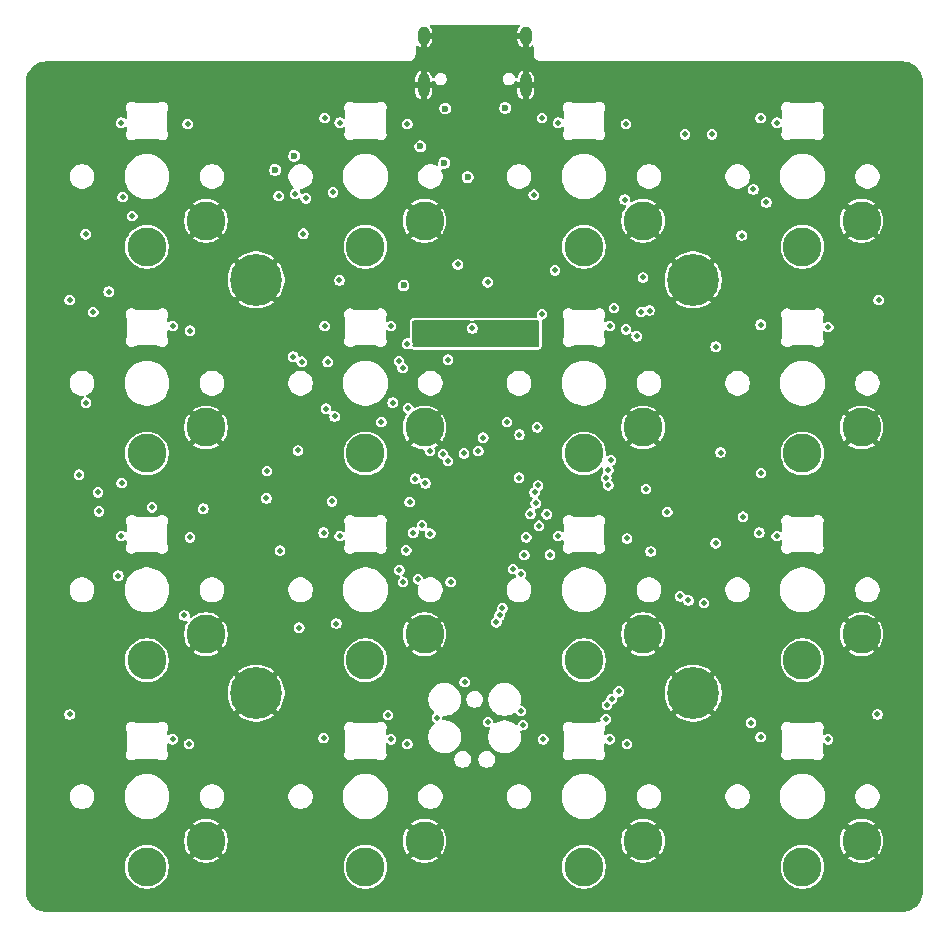
<source format=gbr>
%TF.GenerationSoftware,KiCad,Pcbnew,9.0.1*%
%TF.CreationDate,2025-04-04T22:51:44+11:00*%
%TF.ProjectId,Kobold,4b6f626f-6c64-42e6-9b69-6361645f7063,rev?*%
%TF.SameCoordinates,Original*%
%TF.FileFunction,Copper,L3,Inr*%
%TF.FilePolarity,Positive*%
%FSLAX46Y46*%
G04 Gerber Fmt 4.6, Leading zero omitted, Abs format (unit mm)*
G04 Created by KiCad (PCBNEW 9.0.1) date 2025-04-04 22:51:44*
%MOMM*%
%LPD*%
G01*
G04 APERTURE LIST*
%TA.AperFunction,ComponentPad*%
%ADD10C,3.300000*%
%TD*%
%TA.AperFunction,ComponentPad*%
%ADD11C,4.400000*%
%TD*%
%TA.AperFunction,HeatsinkPad*%
%ADD12O,1.000000X2.100000*%
%TD*%
%TA.AperFunction,HeatsinkPad*%
%ADD13O,1.000000X1.600000*%
%TD*%
%TA.AperFunction,ViaPad*%
%ADD14C,0.500000*%
%TD*%
%TA.AperFunction,ViaPad*%
%ADD15C,0.600000*%
%TD*%
G04 APERTURE END LIST*
D10*
%TO.N,GND*%
%TO.C,SW14*%
X175250000Y-114000000D03*
%TO.N,kN*%
X170250000Y-116200000D03*
%TD*%
%TO.N,GND*%
%TO.C,SW11*%
X156750000Y-96500000D03*
%TO.N,kK*%
X151750000Y-98700000D03*
%TD*%
D11*
%TO.N,GND*%
%TO.C,H4*%
X179500000Y-101500000D03*
%TD*%
D10*
%TO.N,GND*%
%TO.C,SW13*%
X193750000Y-114000000D03*
%TO.N,kM*%
X188750000Y-116200000D03*
%TD*%
%TO.N,GND*%
%TO.C,SW5*%
X193750000Y-79000000D03*
%TO.N,kE*%
X188750000Y-81200000D03*
%TD*%
%TO.N,GND*%
%TO.C,SW10*%
X175250000Y-96500000D03*
%TO.N,kJ*%
X170250000Y-98700000D03*
%TD*%
D11*
%TO.N,GND*%
%TO.C,H1*%
X142500000Y-66500000D03*
%TD*%
D10*
%TO.N,GND*%
%TO.C,SW16*%
X138250000Y-114000000D03*
%TO.N,kP*%
X133250000Y-116200000D03*
%TD*%
%TO.N,GND*%
%TO.C,SW6*%
X175250000Y-79000000D03*
%TO.N,kF*%
X170250000Y-81200000D03*
%TD*%
D11*
%TO.N,GND*%
%TO.C,H3*%
X142500000Y-101500000D03*
%TD*%
D10*
%TO.N,GND*%
%TO.C,SW7*%
X156750000Y-79000000D03*
%TO.N,kG*%
X151750000Y-81200000D03*
%TD*%
%TO.N,GND*%
%TO.C,SW12*%
X138250000Y-96500000D03*
%TO.N,kL*%
X133250000Y-98700000D03*
%TD*%
D11*
%TO.N,GND*%
%TO.C,H2*%
X179500000Y-66500000D03*
%TD*%
D10*
%TO.N,GND*%
%TO.C,SW2*%
X175250000Y-61500000D03*
%TO.N,kB*%
X170250000Y-63700000D03*
%TD*%
%TO.N,GND*%
%TO.C,SW8*%
X138250000Y-79000000D03*
%TO.N,kH*%
X133250000Y-81200000D03*
%TD*%
%TO.N,GND*%
%TO.C,SW4*%
X138250000Y-61500000D03*
%TO.N,kD*%
X133250000Y-63700000D03*
%TD*%
D12*
%TO.N,GND*%
%TO.C,J1*%
X165320000Y-50030000D03*
D13*
X165320000Y-45850000D03*
D12*
X156680000Y-50030000D03*
D13*
X156680000Y-45850000D03*
%TD*%
D10*
%TO.N,GND*%
%TO.C,SW15*%
X156750000Y-114000000D03*
%TO.N,kO*%
X151750000Y-116200000D03*
%TD*%
%TO.N,GND*%
%TO.C,SW9*%
X193750000Y-96500000D03*
%TO.N,kI*%
X188750000Y-98700000D03*
%TD*%
%TO.N,GND*%
%TO.C,SW3*%
X156750000Y-61500000D03*
%TO.N,kC*%
X151750000Y-63700000D03*
%TD*%
%TO.N,GND*%
%TO.C,SW1*%
X193750000Y-61500000D03*
%TO.N,kA*%
X188750000Y-63700000D03*
%TD*%
D14*
%TO.N,GND*%
X156600000Y-67800000D03*
X197000000Y-63100000D03*
X144700000Y-83200000D03*
X145950000Y-68310000D03*
X164846000Y-51562000D03*
X148210000Y-65660000D03*
X164250000Y-80213000D03*
X179400000Y-109900000D03*
X162980000Y-78943000D03*
X162200000Y-78700000D03*
X160000000Y-115500000D03*
X178500000Y-80600000D03*
X160500000Y-75200000D03*
X146000000Y-78800000D03*
X178500000Y-63100000D03*
X165200000Y-77000000D03*
X197000000Y-80500000D03*
X156200000Y-89700000D03*
X166170000Y-91250000D03*
X161500000Y-77800000D03*
X141500000Y-63100000D03*
X178500000Y-98100000D03*
X167870000Y-74290000D03*
X141500000Y-80600000D03*
X142000000Y-75000000D03*
X141500000Y-98000000D03*
X197000000Y-115600000D03*
X160600000Y-109900000D03*
X160000000Y-98100000D03*
X149600000Y-61200000D03*
X157226000Y-51943000D03*
X179500000Y-75500000D03*
X154500000Y-85300000D03*
X133600000Y-61000000D03*
X146900000Y-60800000D03*
X197000000Y-98100000D03*
X142500000Y-109800000D03*
X160800000Y-52700000D03*
X164250000Y-77800000D03*
X160974777Y-86000000D03*
X173590000Y-86580000D03*
X131000000Y-61200000D03*
X166300000Y-78100000D03*
X165200000Y-61100000D03*
X165393000Y-79070000D03*
X142300000Y-92900000D03*
X178500000Y-115600000D03*
X160000000Y-63100000D03*
X141500000Y-115500000D03*
%TO.N,RGB_PWR*%
X168074001Y-53200000D03*
X156200000Y-70300000D03*
X181100000Y-54180000D03*
X135425999Y-70400000D03*
X135425999Y-105400000D03*
X126700000Y-103300000D03*
X156200000Y-71000000D03*
X190925999Y-105400000D03*
X178800000Y-54180000D03*
X156200000Y-71700000D03*
X166000000Y-71700000D03*
X153925999Y-105400000D03*
X131074001Y-88200000D03*
X172425999Y-105400000D03*
X153925999Y-70400000D03*
X172425999Y-70400000D03*
X166000000Y-71000000D03*
X126700000Y-68200000D03*
X149574001Y-53200000D03*
X186574001Y-88200000D03*
X149574001Y-88200000D03*
X186574001Y-53200000D03*
X131074001Y-53200000D03*
X166000000Y-70300000D03*
X190929504Y-70490000D03*
X195200000Y-68200000D03*
X168074001Y-88200000D03*
X195100000Y-103300000D03*
%TO.N,+3.3V*%
X155800000Y-87900000D03*
X146700000Y-59600000D03*
X166000000Y-59300000D03*
X155500000Y-85300000D03*
X148400000Y-77400000D03*
X183600000Y-62750000D03*
X167100000Y-86350000D03*
X128060000Y-62640000D03*
X165200000Y-89800000D03*
X184600000Y-58850000D03*
X160150000Y-100550000D03*
X146050000Y-80950000D03*
X128100000Y-76900000D03*
X175500000Y-84200000D03*
X175250000Y-66300000D03*
X146500000Y-62600000D03*
X178400000Y-93300000D03*
X167800000Y-65700000D03*
X161720000Y-79856089D03*
X127500000Y-83000000D03*
X160800000Y-70610000D03*
X132000000Y-61100000D03*
X149550000Y-66550000D03*
%TO.N,BOOT0*%
X129100000Y-84500000D03*
X155970000Y-83340000D03*
%TO.N,Net-(D1-DOUT)*%
X185200000Y-52800000D03*
X173800000Y-53300000D03*
%TO.N,nRST*%
X144500000Y-89420000D03*
X129200000Y-86100000D03*
X157815096Y-103562450D03*
X153660000Y-103340000D03*
X143350000Y-85000000D03*
X154610000Y-91070000D03*
%TO.N,Net-(D2-DOUT)*%
X155300000Y-53300000D03*
X166700000Y-52800000D03*
%TO.N,Net-(D3-DOUT)*%
X136700000Y-53300000D03*
X148300000Y-52800000D03*
%TO.N,CC2*%
X163720000Y-78540000D03*
X164790000Y-79610000D03*
X155350000Y-77350000D03*
%TO.N,CC1*%
X154050000Y-76900000D03*
X166292329Y-78992329D03*
%TO.N,SWO*%
X157200000Y-81000000D03*
X172193947Y-102507567D03*
X172320000Y-83890000D03*
X165100000Y-104200000D03*
%TO.N,SWDIO*%
X161300000Y-81000000D03*
X164900000Y-103000000D03*
X173200000Y-101350000D03*
X172300000Y-82625129D03*
%TO.N,SWCLK*%
X172600000Y-102000000D03*
X172151993Y-83258057D03*
X162125000Y-103925000D03*
X160100000Y-81200000D03*
%TO.N,Net-(D5-DIN)*%
X173800000Y-70700000D03*
X185200000Y-70300000D03*
%TO.N,Net-(D6-DIN)*%
X166700000Y-69400000D03*
X155300000Y-71900000D03*
%TO.N,kM*%
X165720000Y-86310000D03*
X167380000Y-89760000D03*
X172100000Y-103700000D03*
X184400000Y-104000000D03*
%TO.N,Net-(D7-DIN)*%
X136900000Y-70800000D03*
X148300000Y-70400000D03*
%TO.N,kP*%
X136410000Y-94920000D03*
X156190000Y-91830000D03*
%TO.N,FLASH_CS*%
X166450000Y-87325000D03*
X177300000Y-86150000D03*
%TO.N,kA*%
X181810000Y-81120000D03*
X166360000Y-83910000D03*
%TO.N,kB*%
X175110000Y-69210000D03*
X172780000Y-68880000D03*
X164740000Y-83250000D03*
X172540000Y-81780000D03*
%TO.N,kC*%
X146370000Y-73440000D03*
X148540000Y-73440000D03*
%TO.N,kD*%
X128700000Y-69210000D03*
X156830000Y-83740000D03*
X130010000Y-67500000D03*
X138030000Y-85870000D03*
%TO.N,kE*%
X185240000Y-82860000D03*
X166069310Y-84491380D03*
%TO.N,kG*%
X156551762Y-87287413D03*
X148910000Y-85260000D03*
%TO.N,kH*%
X133670000Y-85750000D03*
X157230000Y-87980000D03*
%TO.N,kI*%
X166170000Y-85420000D03*
X183700000Y-86560000D03*
%TO.N,kK*%
X149280000Y-95600000D03*
X158970000Y-92090000D03*
%TO.N,kL*%
X154930000Y-92080000D03*
X130820000Y-91550000D03*
%TO.N,SPI1_MOSI*%
X181400000Y-88800000D03*
X163350000Y-94300000D03*
%TO.N,SPI1_SCK*%
X162826021Y-95489378D03*
X180400000Y-93850000D03*
%TO.N,SPI1_MISO*%
X163101254Y-94900523D03*
X179100000Y-93650000D03*
%TO.N,Net-(D10-DIN)*%
X173900000Y-88400000D03*
X185100000Y-87900000D03*
%TO.N,Net-(D10-DOUT)*%
X155200000Y-89400000D03*
X165360000Y-88300000D03*
%TO.N,Net-(D11-DOUT)*%
X136900000Y-88300000D03*
X148200000Y-87900000D03*
%TO.N,Net-(D18-A)*%
X131100000Y-83700000D03*
X143400000Y-82700000D03*
%TO.N,~{RGB_FAULT}*%
X154588745Y-73379366D03*
X153100000Y-78550000D03*
X158750000Y-73250000D03*
X158300000Y-81250000D03*
%TO.N,RGB_PWM_3V3*%
X181400000Y-72150000D03*
X154900000Y-73950000D03*
%TO.N,~{RGB_EN}*%
X158750000Y-81850000D03*
X149150000Y-78070000D03*
D15*
%TO.N,VBUS*%
X158400000Y-56600000D03*
X160400000Y-57800000D03*
X145700000Y-56000000D03*
X154975000Y-66975000D03*
D14*
X159568000Y-65200000D03*
%TO.N,ADC1_IN12*%
X164900000Y-91400000D03*
X175900000Y-89500000D03*
X175800000Y-69100000D03*
X162100000Y-66700000D03*
%TO.N,Net-(D13-DIN)*%
X185200000Y-105200000D03*
X173900000Y-105800000D03*
%TO.N,Net-(D14-DIN)*%
X155300000Y-105800000D03*
X166800000Y-105400000D03*
%TO.N,Net-(D15-DIN)*%
X136800000Y-105800000D03*
X148200000Y-105300000D03*
%TO.N,ADC2_IN12*%
X146140000Y-95950000D03*
X164240583Y-90989745D03*
%TO.N,Net-(U10-Pad4)*%
X174720000Y-71280000D03*
X145650000Y-73000000D03*
%TO.N,Net-(U10-Pad1)*%
X185700000Y-59950000D03*
X173700000Y-59700000D03*
D15*
%TO.N,/VBUS_IN*%
X163576000Y-51943000D03*
X144100000Y-57200000D03*
X156400000Y-55200000D03*
X158500000Y-52000000D03*
D14*
%TO.N,Net-(U13-Pad4)*%
X145800000Y-59200000D03*
X149000000Y-59100000D03*
%TO.N,Net-(U14-Pad2)*%
X131200000Y-59500000D03*
X144400000Y-59400000D03*
%TD*%
%TA.AperFunction,Conductor*%
%TO.N,GND*%
G36*
X164757191Y-44910220D02*
G01*
X164802946Y-44963024D01*
X164812890Y-45032182D01*
X164783865Y-45095738D01*
X164777833Y-45102216D01*
X164776278Y-45103770D01*
X164776275Y-45103773D01*
X164699671Y-45218420D01*
X164699664Y-45218433D01*
X164646902Y-45345813D01*
X164646899Y-45345823D01*
X164620000Y-45481053D01*
X164620000Y-45600000D01*
X165020000Y-45600000D01*
X165020000Y-46100000D01*
X164620000Y-46100000D01*
X164620000Y-46218946D01*
X164619999Y-46218946D01*
X164646899Y-46354176D01*
X164646902Y-46354186D01*
X164699664Y-46481566D01*
X164699671Y-46481579D01*
X164776275Y-46596226D01*
X164873773Y-46693724D01*
X164988420Y-46770328D01*
X164988424Y-46770330D01*
X165070000Y-46804119D01*
X165070000Y-46316988D01*
X165079940Y-46334205D01*
X165135795Y-46390060D01*
X165204204Y-46429556D01*
X165280504Y-46450000D01*
X165359496Y-46450000D01*
X165435796Y-46429556D01*
X165504205Y-46390060D01*
X165560060Y-46334205D01*
X165570000Y-46316988D01*
X165570000Y-46804118D01*
X165651575Y-46770330D01*
X165651579Y-46770328D01*
X165766226Y-46693724D01*
X165766227Y-46693722D01*
X165775727Y-46684223D01*
X165837049Y-46650736D01*
X165906740Y-46655718D01*
X165962675Y-46697587D01*
X165987095Y-46763050D01*
X165987411Y-46772115D01*
X165986483Y-47310757D01*
X165986466Y-47312568D01*
X165985237Y-47387747D01*
X165985239Y-47387759D01*
X166016967Y-47538044D01*
X166024577Y-47554527D01*
X166024577Y-47554528D01*
X166029453Y-47565091D01*
X166031591Y-47573625D01*
X166042218Y-47592745D01*
X166044160Y-47596952D01*
X166044171Y-47596972D01*
X166081350Y-47677510D01*
X166081351Y-47677511D01*
X166104253Y-47707210D01*
X166109930Y-47714572D01*
X166118383Y-47729780D01*
X166134491Y-47746422D01*
X166138743Y-47751935D01*
X166138746Y-47751938D01*
X166175153Y-47799150D01*
X166200044Y-47819671D01*
X166226524Y-47841502D01*
X166242636Y-47858148D01*
X166257564Y-47867094D01*
X166264733Y-47873004D01*
X166293672Y-47896863D01*
X166320934Y-47910542D01*
X166372939Y-47936637D01*
X166377093Y-47938721D01*
X166395881Y-47949980D01*
X166404345Y-47952395D01*
X166430965Y-47965752D01*
X166580145Y-48002361D01*
X166606207Y-48002783D01*
X166606208Y-48002784D01*
X166633320Y-48003231D01*
X166633433Y-48003266D01*
X166635612Y-48003715D01*
X166655557Y-48003614D01*
X166658171Y-48003628D01*
X166701322Y-48004319D01*
X166708212Y-48003602D01*
X197220577Y-48000500D01*
X197229412Y-48000815D01*
X197445148Y-48016244D01*
X197455680Y-48017453D01*
X197505064Y-48025275D01*
X197511995Y-48026576D01*
X197697311Y-48066890D01*
X197709236Y-48070115D01*
X197747861Y-48082665D01*
X197752829Y-48084398D01*
X197940265Y-48154308D01*
X197953205Y-48159995D01*
X197968462Y-48167769D01*
X197971488Y-48169366D01*
X198045352Y-48209699D01*
X198163068Y-48273977D01*
X198177951Y-48283542D01*
X198363579Y-48422501D01*
X198376950Y-48434087D01*
X198540912Y-48598049D01*
X198552498Y-48611420D01*
X198691457Y-48797048D01*
X198701022Y-48811931D01*
X198805620Y-49003488D01*
X198807265Y-49006605D01*
X198814996Y-49021779D01*
X198820692Y-49034738D01*
X198890597Y-49222161D01*
X198892346Y-49227175D01*
X198904877Y-49265741D01*
X198908112Y-49277702D01*
X198948419Y-49462991D01*
X198949726Y-49469951D01*
X198957543Y-49519306D01*
X198958754Y-49529857D01*
X198974184Y-49745580D01*
X198974500Y-49754427D01*
X198974500Y-118245572D01*
X198974184Y-118254419D01*
X198958754Y-118470141D01*
X198957543Y-118480692D01*
X198949726Y-118530047D01*
X198948419Y-118537007D01*
X198908112Y-118722296D01*
X198904877Y-118734257D01*
X198892346Y-118772823D01*
X198890597Y-118777837D01*
X198820692Y-118965260D01*
X198814996Y-118978219D01*
X198807265Y-118993393D01*
X198805611Y-118996528D01*
X198701022Y-119188068D01*
X198691457Y-119202951D01*
X198552498Y-119388579D01*
X198540912Y-119401950D01*
X198376950Y-119565912D01*
X198363579Y-119577498D01*
X198177951Y-119716457D01*
X198163068Y-119726022D01*
X197971528Y-119830611D01*
X197968393Y-119832265D01*
X197953219Y-119839996D01*
X197940260Y-119845692D01*
X197752837Y-119915597D01*
X197747823Y-119917346D01*
X197709257Y-119929877D01*
X197697296Y-119933112D01*
X197512007Y-119973419D01*
X197505047Y-119974726D01*
X197455692Y-119982543D01*
X197445141Y-119983754D01*
X197235599Y-119998741D01*
X197229417Y-119999184D01*
X197220572Y-119999500D01*
X124729428Y-119999500D01*
X124720582Y-119999184D01*
X124713795Y-119998698D01*
X124504857Y-119983754D01*
X124494306Y-119982543D01*
X124444951Y-119974726D01*
X124437991Y-119973419D01*
X124252702Y-119933112D01*
X124240741Y-119929877D01*
X124202175Y-119917346D01*
X124197161Y-119915597D01*
X124009738Y-119845692D01*
X123996779Y-119839996D01*
X123981605Y-119832265D01*
X123978488Y-119830620D01*
X123876912Y-119775155D01*
X123786931Y-119726022D01*
X123772048Y-119716457D01*
X123586420Y-119577498D01*
X123573049Y-119565912D01*
X123409087Y-119401950D01*
X123397501Y-119388579D01*
X123258542Y-119202951D01*
X123248977Y-119188068D01*
X123144388Y-118996528D01*
X123144366Y-118996488D01*
X123142769Y-118993462D01*
X123134995Y-118978205D01*
X123129306Y-118965260D01*
X123059401Y-118777837D01*
X123057665Y-118772861D01*
X123045115Y-118734236D01*
X123041890Y-118722311D01*
X123001576Y-118536995D01*
X123000275Y-118530064D01*
X122992453Y-118480680D01*
X122991244Y-118470140D01*
X122975816Y-118254418D01*
X122975500Y-118245572D01*
X122975500Y-118202328D01*
X122974996Y-118197643D01*
X122974983Y-118018838D01*
X122974841Y-116078711D01*
X131399500Y-116078711D01*
X131399500Y-116321288D01*
X131431161Y-116561785D01*
X131493947Y-116796104D01*
X131586773Y-117020205D01*
X131586776Y-117020212D01*
X131708064Y-117230289D01*
X131708066Y-117230292D01*
X131708067Y-117230293D01*
X131855733Y-117422736D01*
X131855739Y-117422743D01*
X132027256Y-117594260D01*
X132027262Y-117594265D01*
X132219711Y-117741936D01*
X132429788Y-117863224D01*
X132653900Y-117956054D01*
X132888211Y-118018838D01*
X133068586Y-118042584D01*
X133128711Y-118050500D01*
X133128712Y-118050500D01*
X133371289Y-118050500D01*
X133419388Y-118044167D01*
X133611789Y-118018838D01*
X133846100Y-117956054D01*
X134070212Y-117863224D01*
X134280289Y-117741936D01*
X134472738Y-117594265D01*
X134644265Y-117422738D01*
X134791936Y-117230289D01*
X134913224Y-117020212D01*
X135006054Y-116796100D01*
X135068838Y-116561789D01*
X135100500Y-116321288D01*
X135100500Y-116078712D01*
X135100500Y-116078711D01*
X149899500Y-116078711D01*
X149899500Y-116321288D01*
X149931161Y-116561785D01*
X149993947Y-116796104D01*
X150086773Y-117020205D01*
X150086776Y-117020212D01*
X150208064Y-117230289D01*
X150208066Y-117230292D01*
X150208067Y-117230293D01*
X150355733Y-117422736D01*
X150355739Y-117422743D01*
X150527256Y-117594260D01*
X150527262Y-117594265D01*
X150719711Y-117741936D01*
X150929788Y-117863224D01*
X151153900Y-117956054D01*
X151388211Y-118018838D01*
X151568586Y-118042584D01*
X151628711Y-118050500D01*
X151628712Y-118050500D01*
X151871289Y-118050500D01*
X151919388Y-118044167D01*
X152111789Y-118018838D01*
X152346100Y-117956054D01*
X152570212Y-117863224D01*
X152780289Y-117741936D01*
X152972738Y-117594265D01*
X153144265Y-117422738D01*
X153291936Y-117230289D01*
X153413224Y-117020212D01*
X153506054Y-116796100D01*
X153568838Y-116561789D01*
X153600500Y-116321288D01*
X153600500Y-116078712D01*
X153600500Y-116078711D01*
X168399500Y-116078711D01*
X168399500Y-116321288D01*
X168431161Y-116561785D01*
X168493947Y-116796104D01*
X168586773Y-117020205D01*
X168586776Y-117020212D01*
X168708064Y-117230289D01*
X168708066Y-117230292D01*
X168708067Y-117230293D01*
X168855733Y-117422736D01*
X168855739Y-117422743D01*
X169027256Y-117594260D01*
X169027262Y-117594265D01*
X169219711Y-117741936D01*
X169429788Y-117863224D01*
X169653900Y-117956054D01*
X169888211Y-118018838D01*
X170068586Y-118042584D01*
X170128711Y-118050500D01*
X170128712Y-118050500D01*
X170371289Y-118050500D01*
X170419388Y-118044167D01*
X170611789Y-118018838D01*
X170846100Y-117956054D01*
X171070212Y-117863224D01*
X171280289Y-117741936D01*
X171472738Y-117594265D01*
X171644265Y-117422738D01*
X171791936Y-117230289D01*
X171913224Y-117020212D01*
X172006054Y-116796100D01*
X172068838Y-116561789D01*
X172100500Y-116321288D01*
X172100500Y-116078712D01*
X172100500Y-116078711D01*
X186899500Y-116078711D01*
X186899500Y-116321288D01*
X186931161Y-116561785D01*
X186993947Y-116796104D01*
X187086773Y-117020205D01*
X187086776Y-117020212D01*
X187208064Y-117230289D01*
X187208066Y-117230292D01*
X187208067Y-117230293D01*
X187355733Y-117422736D01*
X187355739Y-117422743D01*
X187527256Y-117594260D01*
X187527262Y-117594265D01*
X187719711Y-117741936D01*
X187929788Y-117863224D01*
X188153900Y-117956054D01*
X188388211Y-118018838D01*
X188568586Y-118042584D01*
X188628711Y-118050500D01*
X188628712Y-118050500D01*
X188871289Y-118050500D01*
X188919388Y-118044167D01*
X189111789Y-118018838D01*
X189346100Y-117956054D01*
X189570212Y-117863224D01*
X189780289Y-117741936D01*
X189972738Y-117594265D01*
X190144265Y-117422738D01*
X190291936Y-117230289D01*
X190413224Y-117020212D01*
X190506054Y-116796100D01*
X190568838Y-116561789D01*
X190600500Y-116321288D01*
X190600500Y-116078712D01*
X190568838Y-115838211D01*
X190506054Y-115603900D01*
X190506051Y-115603892D01*
X190451601Y-115472436D01*
X190413227Y-115379794D01*
X190413222Y-115379785D01*
X190357294Y-115282915D01*
X190291936Y-115169711D01*
X190231018Y-115090321D01*
X190144266Y-114977263D01*
X190144260Y-114977256D01*
X189972743Y-114805739D01*
X189972736Y-114805733D01*
X189780293Y-114658067D01*
X189780292Y-114658066D01*
X189780289Y-114658064D01*
X189570212Y-114536776D01*
X189570205Y-114536773D01*
X189346104Y-114443947D01*
X189111785Y-114381161D01*
X188871289Y-114349500D01*
X188871288Y-114349500D01*
X188628712Y-114349500D01*
X188628711Y-114349500D01*
X188388214Y-114381161D01*
X188153895Y-114443947D01*
X187929794Y-114536773D01*
X187929785Y-114536777D01*
X187719706Y-114658067D01*
X187527263Y-114805733D01*
X187527256Y-114805739D01*
X187355739Y-114977256D01*
X187355733Y-114977263D01*
X187208067Y-115169706D01*
X187086777Y-115379785D01*
X187086773Y-115379794D01*
X186993947Y-115603895D01*
X186931161Y-115838214D01*
X186899500Y-116078711D01*
X172100500Y-116078711D01*
X172068838Y-115838211D01*
X172006054Y-115603900D01*
X172006051Y-115603892D01*
X171951601Y-115472436D01*
X171913227Y-115379794D01*
X171913222Y-115379785D01*
X171857294Y-115282915D01*
X171791936Y-115169711D01*
X171731018Y-115090321D01*
X171644266Y-114977263D01*
X171644260Y-114977256D01*
X171472743Y-114805739D01*
X171472736Y-114805733D01*
X171280293Y-114658067D01*
X171280292Y-114658066D01*
X171280289Y-114658064D01*
X171070212Y-114536776D01*
X171070205Y-114536773D01*
X170846104Y-114443947D01*
X170611785Y-114381161D01*
X170371289Y-114349500D01*
X170371288Y-114349500D01*
X170128712Y-114349500D01*
X170128711Y-114349500D01*
X169888214Y-114381161D01*
X169653895Y-114443947D01*
X169429794Y-114536773D01*
X169429785Y-114536777D01*
X169219706Y-114658067D01*
X169027263Y-114805733D01*
X169027256Y-114805739D01*
X168855739Y-114977256D01*
X168855733Y-114977263D01*
X168708067Y-115169706D01*
X168586777Y-115379785D01*
X168586773Y-115379794D01*
X168493947Y-115603895D01*
X168431161Y-115838214D01*
X168399500Y-116078711D01*
X153600500Y-116078711D01*
X153568838Y-115838211D01*
X153506054Y-115603900D01*
X153506051Y-115603892D01*
X153451601Y-115472436D01*
X153413227Y-115379794D01*
X153413222Y-115379785D01*
X153357294Y-115282915D01*
X153291936Y-115169711D01*
X153231018Y-115090321D01*
X153144266Y-114977263D01*
X153144260Y-114977256D01*
X152972743Y-114805739D01*
X152972736Y-114805733D01*
X152780293Y-114658067D01*
X152780292Y-114658066D01*
X152780289Y-114658064D01*
X152570212Y-114536776D01*
X152570205Y-114536773D01*
X152346104Y-114443947D01*
X152111785Y-114381161D01*
X151871289Y-114349500D01*
X151871288Y-114349500D01*
X151628712Y-114349500D01*
X151628711Y-114349500D01*
X151388214Y-114381161D01*
X151153895Y-114443947D01*
X150929794Y-114536773D01*
X150929785Y-114536777D01*
X150719706Y-114658067D01*
X150527263Y-114805733D01*
X150527256Y-114805739D01*
X150355739Y-114977256D01*
X150355733Y-114977263D01*
X150208067Y-115169706D01*
X150086777Y-115379785D01*
X150086773Y-115379794D01*
X149993947Y-115603895D01*
X149931161Y-115838214D01*
X149899500Y-116078711D01*
X135100500Y-116078711D01*
X135068838Y-115838211D01*
X135006054Y-115603900D01*
X135006051Y-115603892D01*
X134951601Y-115472436D01*
X134913227Y-115379794D01*
X134913222Y-115379785D01*
X134857294Y-115282915D01*
X134791936Y-115169711D01*
X134731018Y-115090321D01*
X134644266Y-114977263D01*
X134644260Y-114977256D01*
X134472743Y-114805739D01*
X134472736Y-114805733D01*
X134280293Y-114658067D01*
X134280292Y-114658066D01*
X134280289Y-114658064D01*
X134070212Y-114536776D01*
X134070205Y-114536773D01*
X133846104Y-114443947D01*
X133611785Y-114381161D01*
X133371289Y-114349500D01*
X133371288Y-114349500D01*
X133128712Y-114349500D01*
X133128711Y-114349500D01*
X132888214Y-114381161D01*
X132653895Y-114443947D01*
X132429794Y-114536773D01*
X132429785Y-114536777D01*
X132219706Y-114658067D01*
X132027263Y-114805733D01*
X132027256Y-114805739D01*
X131855739Y-114977256D01*
X131855733Y-114977263D01*
X131708067Y-115169706D01*
X131586777Y-115379785D01*
X131586773Y-115379794D01*
X131493947Y-115603895D01*
X131431161Y-115838214D01*
X131399500Y-116078711D01*
X122974841Y-116078711D01*
X122974680Y-113878751D01*
X136400000Y-113878751D01*
X136400000Y-114121248D01*
X136400001Y-114121264D01*
X136431653Y-114361687D01*
X136494421Y-114595939D01*
X136587220Y-114819978D01*
X136587227Y-114819992D01*
X136708481Y-115030010D01*
X136777061Y-115119384D01*
X137027340Y-114869105D01*
X137105864Y-114977184D01*
X137272816Y-115144136D01*
X137380892Y-115222658D01*
X137130614Y-115472936D01*
X137130614Y-115472937D01*
X137219989Y-115541517D01*
X137219996Y-115541522D01*
X137430007Y-115662772D01*
X137430021Y-115662779D01*
X137654060Y-115755578D01*
X137888312Y-115818346D01*
X138128735Y-115849998D01*
X138128752Y-115850000D01*
X138371248Y-115850000D01*
X138371264Y-115849998D01*
X138611687Y-115818346D01*
X138845939Y-115755578D01*
X139069978Y-115662779D01*
X139069992Y-115662772D01*
X139280016Y-115541515D01*
X139369384Y-115472939D01*
X139369384Y-115472936D01*
X139119106Y-115222658D01*
X139227184Y-115144136D01*
X139394136Y-114977184D01*
X139472658Y-114869106D01*
X139722936Y-115119384D01*
X139722939Y-115119384D01*
X139791515Y-115030016D01*
X139912772Y-114819992D01*
X139912779Y-114819978D01*
X140005578Y-114595939D01*
X140068346Y-114361687D01*
X140099998Y-114121264D01*
X140100000Y-114121248D01*
X140100000Y-113878751D01*
X154900000Y-113878751D01*
X154900000Y-114121248D01*
X154900001Y-114121264D01*
X154931653Y-114361687D01*
X154994421Y-114595939D01*
X155087220Y-114819978D01*
X155087227Y-114819992D01*
X155208481Y-115030010D01*
X155277061Y-115119384D01*
X155527340Y-114869105D01*
X155605864Y-114977184D01*
X155772816Y-115144136D01*
X155880892Y-115222658D01*
X155630614Y-115472936D01*
X155630614Y-115472937D01*
X155719989Y-115541517D01*
X155719996Y-115541522D01*
X155930007Y-115662772D01*
X155930021Y-115662779D01*
X156154060Y-115755578D01*
X156388312Y-115818346D01*
X156628735Y-115849998D01*
X156628752Y-115850000D01*
X156871248Y-115850000D01*
X156871264Y-115849998D01*
X157111687Y-115818346D01*
X157345939Y-115755578D01*
X157569978Y-115662779D01*
X157569992Y-115662772D01*
X157780016Y-115541515D01*
X157869384Y-115472939D01*
X157869384Y-115472936D01*
X157619106Y-115222658D01*
X157727184Y-115144136D01*
X157894136Y-114977184D01*
X157972658Y-114869106D01*
X158222936Y-115119384D01*
X158222939Y-115119384D01*
X158291515Y-115030016D01*
X158412772Y-114819992D01*
X158412779Y-114819978D01*
X158505578Y-114595939D01*
X158568346Y-114361687D01*
X158599998Y-114121264D01*
X158600000Y-114121248D01*
X158600000Y-113878751D01*
X173400000Y-113878751D01*
X173400000Y-114121248D01*
X173400001Y-114121264D01*
X173431653Y-114361687D01*
X173494421Y-114595939D01*
X173587220Y-114819978D01*
X173587227Y-114819992D01*
X173708481Y-115030010D01*
X173777061Y-115119384D01*
X174027340Y-114869105D01*
X174105864Y-114977184D01*
X174272816Y-115144136D01*
X174380892Y-115222658D01*
X174130614Y-115472936D01*
X174130614Y-115472937D01*
X174219989Y-115541517D01*
X174219996Y-115541522D01*
X174430007Y-115662772D01*
X174430021Y-115662779D01*
X174654060Y-115755578D01*
X174888312Y-115818346D01*
X175128735Y-115849998D01*
X175128752Y-115850000D01*
X175371248Y-115850000D01*
X175371264Y-115849998D01*
X175611687Y-115818346D01*
X175845939Y-115755578D01*
X176069978Y-115662779D01*
X176069992Y-115662772D01*
X176280016Y-115541515D01*
X176369384Y-115472939D01*
X176369384Y-115472936D01*
X176119106Y-115222658D01*
X176227184Y-115144136D01*
X176394136Y-114977184D01*
X176472658Y-114869106D01*
X176722936Y-115119384D01*
X176722939Y-115119384D01*
X176791515Y-115030016D01*
X176912772Y-114819992D01*
X176912779Y-114819978D01*
X177005578Y-114595939D01*
X177068346Y-114361687D01*
X177099998Y-114121264D01*
X177100000Y-114121248D01*
X177100000Y-113878751D01*
X191900000Y-113878751D01*
X191900000Y-114121248D01*
X191900001Y-114121264D01*
X191931653Y-114361687D01*
X191994421Y-114595939D01*
X192087220Y-114819978D01*
X192087227Y-114819992D01*
X192208481Y-115030010D01*
X192277061Y-115119384D01*
X192527340Y-114869105D01*
X192605864Y-114977184D01*
X192772816Y-115144136D01*
X192880892Y-115222658D01*
X192630614Y-115472936D01*
X192630614Y-115472937D01*
X192719989Y-115541517D01*
X192719996Y-115541522D01*
X192930007Y-115662772D01*
X192930021Y-115662779D01*
X193154060Y-115755578D01*
X193388312Y-115818346D01*
X193628735Y-115849998D01*
X193628752Y-115850000D01*
X193871248Y-115850000D01*
X193871264Y-115849998D01*
X194111687Y-115818346D01*
X194345939Y-115755578D01*
X194569978Y-115662779D01*
X194569992Y-115662772D01*
X194780016Y-115541515D01*
X194869384Y-115472939D01*
X194869384Y-115472936D01*
X194619106Y-115222658D01*
X194727184Y-115144136D01*
X194894136Y-114977184D01*
X194972658Y-114869106D01*
X195222936Y-115119384D01*
X195222939Y-115119384D01*
X195291515Y-115030016D01*
X195412772Y-114819992D01*
X195412779Y-114819978D01*
X195505578Y-114595939D01*
X195568346Y-114361687D01*
X195599998Y-114121264D01*
X195600000Y-114121248D01*
X195600000Y-113878751D01*
X195599998Y-113878735D01*
X195568346Y-113638312D01*
X195505578Y-113404060D01*
X195412779Y-113180021D01*
X195412772Y-113180007D01*
X195291522Y-112969996D01*
X195291517Y-112969989D01*
X195222937Y-112880614D01*
X195222936Y-112880614D01*
X194972658Y-113130892D01*
X194894136Y-113022816D01*
X194727184Y-112855864D01*
X194619104Y-112777340D01*
X194869384Y-112527061D01*
X194780010Y-112458481D01*
X194569992Y-112337227D01*
X194569978Y-112337220D01*
X194345939Y-112244421D01*
X194111687Y-112181653D01*
X193871264Y-112150001D01*
X193871248Y-112150000D01*
X193628752Y-112150000D01*
X193628735Y-112150001D01*
X193388312Y-112181653D01*
X193154060Y-112244421D01*
X192930021Y-112337220D01*
X192930006Y-112337227D01*
X192719990Y-112458480D01*
X192630614Y-112527060D01*
X192630614Y-112527061D01*
X192880893Y-112777340D01*
X192772816Y-112855864D01*
X192605864Y-113022816D01*
X192527340Y-113130893D01*
X192277061Y-112880614D01*
X192277060Y-112880614D01*
X192208480Y-112969990D01*
X192087227Y-113180006D01*
X192087220Y-113180021D01*
X191994421Y-113404060D01*
X191931653Y-113638312D01*
X191900001Y-113878735D01*
X191900000Y-113878751D01*
X177100000Y-113878751D01*
X177099998Y-113878735D01*
X177068346Y-113638312D01*
X177005578Y-113404060D01*
X176912779Y-113180021D01*
X176912772Y-113180007D01*
X176791522Y-112969996D01*
X176791517Y-112969989D01*
X176722937Y-112880614D01*
X176722936Y-112880614D01*
X176472658Y-113130892D01*
X176394136Y-113022816D01*
X176227184Y-112855864D01*
X176119104Y-112777340D01*
X176369384Y-112527061D01*
X176280010Y-112458481D01*
X176069992Y-112337227D01*
X176069978Y-112337220D01*
X175845939Y-112244421D01*
X175611687Y-112181653D01*
X175371264Y-112150001D01*
X175371248Y-112150000D01*
X175128752Y-112150000D01*
X175128735Y-112150001D01*
X174888312Y-112181653D01*
X174654060Y-112244421D01*
X174430021Y-112337220D01*
X174430006Y-112337227D01*
X174219990Y-112458480D01*
X174130614Y-112527060D01*
X174130614Y-112527061D01*
X174380893Y-112777340D01*
X174272816Y-112855864D01*
X174105864Y-113022816D01*
X174027340Y-113130893D01*
X173777061Y-112880614D01*
X173777060Y-112880614D01*
X173708480Y-112969990D01*
X173587227Y-113180006D01*
X173587220Y-113180021D01*
X173494421Y-113404060D01*
X173431653Y-113638312D01*
X173400001Y-113878735D01*
X173400000Y-113878751D01*
X158600000Y-113878751D01*
X158599998Y-113878735D01*
X158568346Y-113638312D01*
X158505578Y-113404060D01*
X158412779Y-113180021D01*
X158412772Y-113180007D01*
X158291522Y-112969996D01*
X158291517Y-112969989D01*
X158222937Y-112880614D01*
X158222936Y-112880614D01*
X157972658Y-113130892D01*
X157894136Y-113022816D01*
X157727184Y-112855864D01*
X157619104Y-112777340D01*
X157869384Y-112527061D01*
X157780010Y-112458481D01*
X157569992Y-112337227D01*
X157569978Y-112337220D01*
X157345939Y-112244421D01*
X157111687Y-112181653D01*
X156871264Y-112150001D01*
X156871248Y-112150000D01*
X156628752Y-112150000D01*
X156628735Y-112150001D01*
X156388312Y-112181653D01*
X156154060Y-112244421D01*
X155930021Y-112337220D01*
X155930006Y-112337227D01*
X155719990Y-112458480D01*
X155630614Y-112527060D01*
X155630614Y-112527061D01*
X155880893Y-112777340D01*
X155772816Y-112855864D01*
X155605864Y-113022816D01*
X155527340Y-113130893D01*
X155277061Y-112880614D01*
X155277060Y-112880614D01*
X155208480Y-112969990D01*
X155087227Y-113180006D01*
X155087220Y-113180021D01*
X154994421Y-113404060D01*
X154931653Y-113638312D01*
X154900001Y-113878735D01*
X154900000Y-113878751D01*
X140100000Y-113878751D01*
X140099998Y-113878735D01*
X140068346Y-113638312D01*
X140005578Y-113404060D01*
X139912779Y-113180021D01*
X139912772Y-113180007D01*
X139791522Y-112969996D01*
X139791517Y-112969989D01*
X139722937Y-112880614D01*
X139722936Y-112880614D01*
X139472658Y-113130892D01*
X139394136Y-113022816D01*
X139227184Y-112855864D01*
X139119104Y-112777340D01*
X139369384Y-112527061D01*
X139280010Y-112458481D01*
X139069992Y-112337227D01*
X139069978Y-112337220D01*
X138845939Y-112244421D01*
X138611687Y-112181653D01*
X138371264Y-112150001D01*
X138371248Y-112150000D01*
X138128752Y-112150000D01*
X138128735Y-112150001D01*
X137888312Y-112181653D01*
X137654060Y-112244421D01*
X137430021Y-112337220D01*
X137430006Y-112337227D01*
X137219990Y-112458480D01*
X137130614Y-112527060D01*
X137130614Y-112527061D01*
X137380893Y-112777340D01*
X137272816Y-112855864D01*
X137105864Y-113022816D01*
X137027340Y-113130893D01*
X136777061Y-112880614D01*
X136777060Y-112880614D01*
X136708480Y-112969990D01*
X136587227Y-113180006D01*
X136587220Y-113180021D01*
X136494421Y-113404060D01*
X136431653Y-113638312D01*
X136400001Y-113878735D01*
X136400000Y-113878751D01*
X122974680Y-113878751D01*
X122974408Y-110146530D01*
X126699500Y-110146530D01*
X126699500Y-110353469D01*
X126739868Y-110556412D01*
X126739870Y-110556420D01*
X126819058Y-110747596D01*
X126934024Y-110919657D01*
X127080342Y-111065975D01*
X127080345Y-111065977D01*
X127252402Y-111180941D01*
X127443580Y-111260130D01*
X127646530Y-111300499D01*
X127646534Y-111300500D01*
X127646535Y-111300500D01*
X127853466Y-111300500D01*
X127853467Y-111300499D01*
X128056420Y-111260130D01*
X128247598Y-111180941D01*
X128419655Y-111065977D01*
X128565977Y-110919655D01*
X128680941Y-110747598D01*
X128760130Y-110556420D01*
X128800500Y-110353465D01*
X128800500Y-110146535D01*
X128796304Y-110125441D01*
X131349500Y-110125441D01*
X131349500Y-110374558D01*
X131349501Y-110374575D01*
X131382017Y-110621561D01*
X131446498Y-110862207D01*
X131541830Y-111092361D01*
X131541837Y-111092376D01*
X131666400Y-111308126D01*
X131818060Y-111505774D01*
X131818066Y-111505781D01*
X131994218Y-111681933D01*
X131994225Y-111681939D01*
X132191873Y-111833599D01*
X132407623Y-111958162D01*
X132407638Y-111958169D01*
X132506825Y-111999253D01*
X132637793Y-112053502D01*
X132878435Y-112117982D01*
X133125435Y-112150500D01*
X133125442Y-112150500D01*
X133374558Y-112150500D01*
X133374565Y-112150500D01*
X133621565Y-112117982D01*
X133862207Y-112053502D01*
X134092373Y-111958164D01*
X134308127Y-111833599D01*
X134505776Y-111681938D01*
X134681938Y-111505776D01*
X134833599Y-111308127D01*
X134958164Y-111092373D01*
X135053502Y-110862207D01*
X135117982Y-110621565D01*
X135150500Y-110374565D01*
X135150500Y-110146530D01*
X137699500Y-110146530D01*
X137699500Y-110353469D01*
X137739868Y-110556412D01*
X137739870Y-110556420D01*
X137819058Y-110747596D01*
X137934024Y-110919657D01*
X138080342Y-111065975D01*
X138080345Y-111065977D01*
X138252402Y-111180941D01*
X138443580Y-111260130D01*
X138646530Y-111300499D01*
X138646534Y-111300500D01*
X138646535Y-111300500D01*
X138853466Y-111300500D01*
X138853467Y-111300499D01*
X139056420Y-111260130D01*
X139247598Y-111180941D01*
X139419655Y-111065977D01*
X139565977Y-110919655D01*
X139680941Y-110747598D01*
X139760130Y-110556420D01*
X139800500Y-110353465D01*
X139800500Y-110146535D01*
X139800499Y-110146530D01*
X145199500Y-110146530D01*
X145199500Y-110353469D01*
X145239868Y-110556412D01*
X145239870Y-110556420D01*
X145319058Y-110747596D01*
X145434024Y-110919657D01*
X145580342Y-111065975D01*
X145580345Y-111065977D01*
X145752402Y-111180941D01*
X145943580Y-111260130D01*
X146146530Y-111300499D01*
X146146534Y-111300500D01*
X146146535Y-111300500D01*
X146353466Y-111300500D01*
X146353467Y-111300499D01*
X146556420Y-111260130D01*
X146747598Y-111180941D01*
X146919655Y-111065977D01*
X147065977Y-110919655D01*
X147180941Y-110747598D01*
X147260130Y-110556420D01*
X147300500Y-110353465D01*
X147300500Y-110146535D01*
X147296304Y-110125441D01*
X149849500Y-110125441D01*
X149849500Y-110374558D01*
X149849501Y-110374575D01*
X149882017Y-110621561D01*
X149946498Y-110862207D01*
X150041830Y-111092361D01*
X150041837Y-111092376D01*
X150166400Y-111308126D01*
X150318060Y-111505774D01*
X150318066Y-111505781D01*
X150494218Y-111681933D01*
X150494225Y-111681939D01*
X150691873Y-111833599D01*
X150907623Y-111958162D01*
X150907638Y-111958169D01*
X151006825Y-111999253D01*
X151137793Y-112053502D01*
X151378435Y-112117982D01*
X151625435Y-112150500D01*
X151625442Y-112150500D01*
X151874558Y-112150500D01*
X151874565Y-112150500D01*
X152121565Y-112117982D01*
X152362207Y-112053502D01*
X152592373Y-111958164D01*
X152808127Y-111833599D01*
X153005776Y-111681938D01*
X153181938Y-111505776D01*
X153333599Y-111308127D01*
X153458164Y-111092373D01*
X153553502Y-110862207D01*
X153617982Y-110621565D01*
X153650500Y-110374565D01*
X153650500Y-110146530D01*
X156199500Y-110146530D01*
X156199500Y-110353469D01*
X156239868Y-110556412D01*
X156239870Y-110556420D01*
X156319058Y-110747596D01*
X156434024Y-110919657D01*
X156580342Y-111065975D01*
X156580345Y-111065977D01*
X156752402Y-111180941D01*
X156943580Y-111260130D01*
X157146530Y-111300499D01*
X157146534Y-111300500D01*
X157146535Y-111300500D01*
X157353466Y-111300500D01*
X157353467Y-111300499D01*
X157556420Y-111260130D01*
X157747598Y-111180941D01*
X157919655Y-111065977D01*
X158065977Y-110919655D01*
X158180941Y-110747598D01*
X158260130Y-110556420D01*
X158300500Y-110353465D01*
X158300500Y-110146535D01*
X158300499Y-110146530D01*
X163699500Y-110146530D01*
X163699500Y-110353469D01*
X163739868Y-110556412D01*
X163739870Y-110556420D01*
X163819058Y-110747596D01*
X163934024Y-110919657D01*
X164080342Y-111065975D01*
X164080345Y-111065977D01*
X164252402Y-111180941D01*
X164443580Y-111260130D01*
X164646530Y-111300499D01*
X164646534Y-111300500D01*
X164646535Y-111300500D01*
X164853466Y-111300500D01*
X164853467Y-111300499D01*
X165056420Y-111260130D01*
X165247598Y-111180941D01*
X165419655Y-111065977D01*
X165565977Y-110919655D01*
X165680941Y-110747598D01*
X165760130Y-110556420D01*
X165800500Y-110353465D01*
X165800500Y-110146535D01*
X165796304Y-110125441D01*
X168349500Y-110125441D01*
X168349500Y-110374558D01*
X168349501Y-110374575D01*
X168382017Y-110621561D01*
X168446498Y-110862207D01*
X168541830Y-111092361D01*
X168541837Y-111092376D01*
X168666400Y-111308126D01*
X168818060Y-111505774D01*
X168818066Y-111505781D01*
X168994218Y-111681933D01*
X168994225Y-111681939D01*
X169191873Y-111833599D01*
X169407623Y-111958162D01*
X169407638Y-111958169D01*
X169506825Y-111999253D01*
X169637793Y-112053502D01*
X169878435Y-112117982D01*
X170125435Y-112150500D01*
X170125442Y-112150500D01*
X170374558Y-112150500D01*
X170374565Y-112150500D01*
X170621565Y-112117982D01*
X170862207Y-112053502D01*
X171092373Y-111958164D01*
X171308127Y-111833599D01*
X171505776Y-111681938D01*
X171681938Y-111505776D01*
X171833599Y-111308127D01*
X171958164Y-111092373D01*
X172053502Y-110862207D01*
X172117982Y-110621565D01*
X172150500Y-110374565D01*
X172150500Y-110146530D01*
X174699500Y-110146530D01*
X174699500Y-110353469D01*
X174739868Y-110556412D01*
X174739870Y-110556420D01*
X174819058Y-110747596D01*
X174934024Y-110919657D01*
X175080342Y-111065975D01*
X175080345Y-111065977D01*
X175252402Y-111180941D01*
X175443580Y-111260130D01*
X175646530Y-111300499D01*
X175646534Y-111300500D01*
X175646535Y-111300500D01*
X175853466Y-111300500D01*
X175853467Y-111300499D01*
X176056420Y-111260130D01*
X176247598Y-111180941D01*
X176419655Y-111065977D01*
X176565977Y-110919655D01*
X176680941Y-110747598D01*
X176760130Y-110556420D01*
X176800500Y-110353465D01*
X176800500Y-110146535D01*
X176800499Y-110146530D01*
X182199500Y-110146530D01*
X182199500Y-110353469D01*
X182239868Y-110556412D01*
X182239870Y-110556420D01*
X182319058Y-110747596D01*
X182434024Y-110919657D01*
X182580342Y-111065975D01*
X182580345Y-111065977D01*
X182752402Y-111180941D01*
X182943580Y-111260130D01*
X183146530Y-111300499D01*
X183146534Y-111300500D01*
X183146535Y-111300500D01*
X183353466Y-111300500D01*
X183353467Y-111300499D01*
X183556420Y-111260130D01*
X183747598Y-111180941D01*
X183919655Y-111065977D01*
X184065977Y-110919655D01*
X184180941Y-110747598D01*
X184260130Y-110556420D01*
X184300500Y-110353465D01*
X184300500Y-110146535D01*
X184296304Y-110125441D01*
X186849500Y-110125441D01*
X186849500Y-110374558D01*
X186849501Y-110374575D01*
X186882017Y-110621561D01*
X186946498Y-110862207D01*
X187041830Y-111092361D01*
X187041837Y-111092376D01*
X187166400Y-111308126D01*
X187318060Y-111505774D01*
X187318066Y-111505781D01*
X187494218Y-111681933D01*
X187494225Y-111681939D01*
X187691873Y-111833599D01*
X187907623Y-111958162D01*
X187907638Y-111958169D01*
X188006825Y-111999253D01*
X188137793Y-112053502D01*
X188378435Y-112117982D01*
X188625435Y-112150500D01*
X188625442Y-112150500D01*
X188874558Y-112150500D01*
X188874565Y-112150500D01*
X189121565Y-112117982D01*
X189362207Y-112053502D01*
X189592373Y-111958164D01*
X189808127Y-111833599D01*
X190005776Y-111681938D01*
X190181938Y-111505776D01*
X190333599Y-111308127D01*
X190458164Y-111092373D01*
X190553502Y-110862207D01*
X190617982Y-110621565D01*
X190650500Y-110374565D01*
X190650500Y-110146530D01*
X193199500Y-110146530D01*
X193199500Y-110353469D01*
X193239868Y-110556412D01*
X193239870Y-110556420D01*
X193319058Y-110747596D01*
X193434024Y-110919657D01*
X193580342Y-111065975D01*
X193580345Y-111065977D01*
X193752402Y-111180941D01*
X193943580Y-111260130D01*
X194146530Y-111300499D01*
X194146534Y-111300500D01*
X194146535Y-111300500D01*
X194353466Y-111300500D01*
X194353467Y-111300499D01*
X194556420Y-111260130D01*
X194747598Y-111180941D01*
X194919655Y-111065977D01*
X195065977Y-110919655D01*
X195180941Y-110747598D01*
X195260130Y-110556420D01*
X195300500Y-110353465D01*
X195300500Y-110146535D01*
X195260130Y-109943580D01*
X195180941Y-109752402D01*
X195065977Y-109580345D01*
X195065975Y-109580342D01*
X194919657Y-109434024D01*
X194833626Y-109376541D01*
X194747598Y-109319059D01*
X194556420Y-109239870D01*
X194556412Y-109239868D01*
X194353469Y-109199500D01*
X194353465Y-109199500D01*
X194146535Y-109199500D01*
X194146530Y-109199500D01*
X193943587Y-109239868D01*
X193943579Y-109239870D01*
X193752403Y-109319058D01*
X193580342Y-109434024D01*
X193434024Y-109580342D01*
X193319058Y-109752403D01*
X193239870Y-109943579D01*
X193239868Y-109943587D01*
X193199500Y-110146530D01*
X190650500Y-110146530D01*
X190650500Y-110125435D01*
X190617982Y-109878435D01*
X190553502Y-109637793D01*
X190458164Y-109407627D01*
X190407029Y-109319059D01*
X190333599Y-109191873D01*
X190181939Y-108994225D01*
X190181933Y-108994218D01*
X190005781Y-108818066D01*
X190005774Y-108818060D01*
X189808126Y-108666400D01*
X189592376Y-108541837D01*
X189592361Y-108541830D01*
X189362207Y-108446498D01*
X189121561Y-108382017D01*
X188874575Y-108349501D01*
X188874570Y-108349500D01*
X188874565Y-108349500D01*
X188625435Y-108349500D01*
X188625429Y-108349500D01*
X188625424Y-108349501D01*
X188378438Y-108382017D01*
X188137792Y-108446498D01*
X187907638Y-108541830D01*
X187907623Y-108541837D01*
X187691873Y-108666400D01*
X187494225Y-108818060D01*
X187494218Y-108818066D01*
X187318066Y-108994218D01*
X187318060Y-108994225D01*
X187166400Y-109191873D01*
X187041837Y-109407623D01*
X187041830Y-109407638D01*
X186946498Y-109637792D01*
X186882017Y-109878438D01*
X186849501Y-110125424D01*
X186849500Y-110125441D01*
X184296304Y-110125441D01*
X184260130Y-109943580D01*
X184180941Y-109752402D01*
X184065977Y-109580345D01*
X184065975Y-109580342D01*
X183919657Y-109434024D01*
X183833626Y-109376541D01*
X183747598Y-109319059D01*
X183556420Y-109239870D01*
X183556412Y-109239868D01*
X183353469Y-109199500D01*
X183353465Y-109199500D01*
X183146535Y-109199500D01*
X183146530Y-109199500D01*
X182943587Y-109239868D01*
X182943579Y-109239870D01*
X182752403Y-109319058D01*
X182580342Y-109434024D01*
X182434024Y-109580342D01*
X182319058Y-109752403D01*
X182239870Y-109943579D01*
X182239868Y-109943587D01*
X182199500Y-110146530D01*
X176800499Y-110146530D01*
X176760130Y-109943580D01*
X176680941Y-109752402D01*
X176565977Y-109580345D01*
X176565975Y-109580342D01*
X176419657Y-109434024D01*
X176333626Y-109376541D01*
X176247598Y-109319059D01*
X176056420Y-109239870D01*
X176056412Y-109239868D01*
X175853469Y-109199500D01*
X175853465Y-109199500D01*
X175646535Y-109199500D01*
X175646530Y-109199500D01*
X175443587Y-109239868D01*
X175443579Y-109239870D01*
X175252403Y-109319058D01*
X175080342Y-109434024D01*
X174934024Y-109580342D01*
X174819058Y-109752403D01*
X174739870Y-109943579D01*
X174739868Y-109943587D01*
X174699500Y-110146530D01*
X172150500Y-110146530D01*
X172150500Y-110125435D01*
X172117982Y-109878435D01*
X172053502Y-109637793D01*
X171958164Y-109407627D01*
X171907029Y-109319059D01*
X171833599Y-109191873D01*
X171681939Y-108994225D01*
X171681933Y-108994218D01*
X171505781Y-108818066D01*
X171505774Y-108818060D01*
X171308126Y-108666400D01*
X171092376Y-108541837D01*
X171092361Y-108541830D01*
X170862207Y-108446498D01*
X170621561Y-108382017D01*
X170374575Y-108349501D01*
X170374570Y-108349500D01*
X170374565Y-108349500D01*
X170125435Y-108349500D01*
X170125429Y-108349500D01*
X170125424Y-108349501D01*
X169878438Y-108382017D01*
X169637792Y-108446498D01*
X169407638Y-108541830D01*
X169407623Y-108541837D01*
X169191873Y-108666400D01*
X168994225Y-108818060D01*
X168994218Y-108818066D01*
X168818066Y-108994218D01*
X168818060Y-108994225D01*
X168666400Y-109191873D01*
X168541837Y-109407623D01*
X168541830Y-109407638D01*
X168446498Y-109637792D01*
X168382017Y-109878438D01*
X168349501Y-110125424D01*
X168349500Y-110125441D01*
X165796304Y-110125441D01*
X165760130Y-109943580D01*
X165680941Y-109752402D01*
X165565977Y-109580345D01*
X165565975Y-109580342D01*
X165419657Y-109434024D01*
X165333626Y-109376541D01*
X165247598Y-109319059D01*
X165056420Y-109239870D01*
X165056412Y-109239868D01*
X164853469Y-109199500D01*
X164853465Y-109199500D01*
X164646535Y-109199500D01*
X164646530Y-109199500D01*
X164443587Y-109239868D01*
X164443579Y-109239870D01*
X164252403Y-109319058D01*
X164080342Y-109434024D01*
X163934024Y-109580342D01*
X163819058Y-109752403D01*
X163739870Y-109943579D01*
X163739868Y-109943587D01*
X163699500Y-110146530D01*
X158300499Y-110146530D01*
X158260130Y-109943580D01*
X158180941Y-109752402D01*
X158065977Y-109580345D01*
X158065975Y-109580342D01*
X157919657Y-109434024D01*
X157833626Y-109376541D01*
X157747598Y-109319059D01*
X157556420Y-109239870D01*
X157556412Y-109239868D01*
X157353469Y-109199500D01*
X157353465Y-109199500D01*
X157146535Y-109199500D01*
X157146530Y-109199500D01*
X156943587Y-109239868D01*
X156943579Y-109239870D01*
X156752403Y-109319058D01*
X156580342Y-109434024D01*
X156434024Y-109580342D01*
X156319058Y-109752403D01*
X156239870Y-109943579D01*
X156239868Y-109943587D01*
X156199500Y-110146530D01*
X153650500Y-110146530D01*
X153650500Y-110125435D01*
X153617982Y-109878435D01*
X153553502Y-109637793D01*
X153458164Y-109407627D01*
X153407029Y-109319059D01*
X153333599Y-109191873D01*
X153181939Y-108994225D01*
X153181933Y-108994218D01*
X153005781Y-108818066D01*
X153005774Y-108818060D01*
X152808126Y-108666400D01*
X152592376Y-108541837D01*
X152592361Y-108541830D01*
X152362207Y-108446498D01*
X152121561Y-108382017D01*
X151874575Y-108349501D01*
X151874570Y-108349500D01*
X151874565Y-108349500D01*
X151625435Y-108349500D01*
X151625429Y-108349500D01*
X151625424Y-108349501D01*
X151378438Y-108382017D01*
X151137792Y-108446498D01*
X150907638Y-108541830D01*
X150907623Y-108541837D01*
X150691873Y-108666400D01*
X150494225Y-108818060D01*
X150494218Y-108818066D01*
X150318066Y-108994218D01*
X150318060Y-108994225D01*
X150166400Y-109191873D01*
X150041837Y-109407623D01*
X150041830Y-109407638D01*
X149946498Y-109637792D01*
X149882017Y-109878438D01*
X149849501Y-110125424D01*
X149849500Y-110125441D01*
X147296304Y-110125441D01*
X147260130Y-109943580D01*
X147180941Y-109752402D01*
X147065977Y-109580345D01*
X147065975Y-109580342D01*
X146919657Y-109434024D01*
X146833626Y-109376541D01*
X146747598Y-109319059D01*
X146556420Y-109239870D01*
X146556412Y-109239868D01*
X146353469Y-109199500D01*
X146353465Y-109199500D01*
X146146535Y-109199500D01*
X146146530Y-109199500D01*
X145943587Y-109239868D01*
X145943579Y-109239870D01*
X145752403Y-109319058D01*
X145580342Y-109434024D01*
X145434024Y-109580342D01*
X145319058Y-109752403D01*
X145239870Y-109943579D01*
X145239868Y-109943587D01*
X145199500Y-110146530D01*
X139800499Y-110146530D01*
X139760130Y-109943580D01*
X139680941Y-109752402D01*
X139565977Y-109580345D01*
X139565975Y-109580342D01*
X139419657Y-109434024D01*
X139333626Y-109376541D01*
X139247598Y-109319059D01*
X139056420Y-109239870D01*
X139056412Y-109239868D01*
X138853469Y-109199500D01*
X138853465Y-109199500D01*
X138646535Y-109199500D01*
X138646530Y-109199500D01*
X138443587Y-109239868D01*
X138443579Y-109239870D01*
X138252403Y-109319058D01*
X138080342Y-109434024D01*
X137934024Y-109580342D01*
X137819058Y-109752403D01*
X137739870Y-109943579D01*
X137739868Y-109943587D01*
X137699500Y-110146530D01*
X135150500Y-110146530D01*
X135150500Y-110125435D01*
X135117982Y-109878435D01*
X135053502Y-109637793D01*
X134958164Y-109407627D01*
X134907029Y-109319059D01*
X134833599Y-109191873D01*
X134681939Y-108994225D01*
X134681933Y-108994218D01*
X134505781Y-108818066D01*
X134505774Y-108818060D01*
X134308126Y-108666400D01*
X134092376Y-108541837D01*
X134092361Y-108541830D01*
X133862207Y-108446498D01*
X133621561Y-108382017D01*
X133374575Y-108349501D01*
X133374570Y-108349500D01*
X133374565Y-108349500D01*
X133125435Y-108349500D01*
X133125429Y-108349500D01*
X133125424Y-108349501D01*
X132878438Y-108382017D01*
X132637792Y-108446498D01*
X132407638Y-108541830D01*
X132407623Y-108541837D01*
X132191873Y-108666400D01*
X131994225Y-108818060D01*
X131994218Y-108818066D01*
X131818066Y-108994218D01*
X131818060Y-108994225D01*
X131666400Y-109191873D01*
X131541837Y-109407623D01*
X131541830Y-109407638D01*
X131446498Y-109637792D01*
X131382017Y-109878438D01*
X131349501Y-110125424D01*
X131349500Y-110125441D01*
X128796304Y-110125441D01*
X128760130Y-109943580D01*
X128680941Y-109752402D01*
X128565977Y-109580345D01*
X128565975Y-109580342D01*
X128419657Y-109434024D01*
X128333626Y-109376541D01*
X128247598Y-109319059D01*
X128056420Y-109239870D01*
X128056412Y-109239868D01*
X127853469Y-109199500D01*
X127853465Y-109199500D01*
X127646535Y-109199500D01*
X127646530Y-109199500D01*
X127443587Y-109239868D01*
X127443579Y-109239870D01*
X127252403Y-109319058D01*
X127080342Y-109434024D01*
X126934024Y-109580342D01*
X126819058Y-109752403D01*
X126739870Y-109943579D01*
X126739868Y-109943587D01*
X126699500Y-110146530D01*
X122974408Y-110146530D01*
X122974367Y-109580342D01*
X122974154Y-106653107D01*
X131447622Y-106653107D01*
X131448344Y-106664929D01*
X131448516Y-106674191D01*
X131448917Y-106677583D01*
X131449543Y-106684574D01*
X131455436Y-106781085D01*
X131460552Y-106796742D01*
X131464382Y-106808464D01*
X131465203Y-106815410D01*
X131471535Y-106830356D01*
X131473173Y-106835367D01*
X131473176Y-106835374D01*
X131495260Y-106902958D01*
X131495261Y-106902960D01*
X131510257Y-106926322D01*
X131515960Y-106935207D01*
X131520535Y-106946004D01*
X131531616Y-106959598D01*
X131535410Y-106965508D01*
X131564503Y-107010833D01*
X131564519Y-107010857D01*
X131600376Y-107043948D01*
X131610150Y-107055939D01*
X131622883Y-107064719D01*
X131658742Y-107097812D01*
X131712476Y-107126505D01*
X131726910Y-107136460D01*
X131738035Y-107140153D01*
X131771842Y-107158206D01*
X131846099Y-107176034D01*
X131861516Y-107181154D01*
X131868511Y-107181415D01*
X131896514Y-107188139D01*
X131996695Y-107186214D01*
X132003250Y-107186461D01*
X132004855Y-107186058D01*
X132024705Y-107185677D01*
X132148136Y-107150979D01*
X132161642Y-107143116D01*
X132199034Y-107121364D01*
X132199084Y-107121351D01*
X132208497Y-107116392D01*
X132273170Y-107085898D01*
X132293646Y-107078367D01*
X132357382Y-107061116D01*
X132378860Y-107057292D01*
X132450383Y-107050978D01*
X132461283Y-107050499D01*
X134038973Y-107050499D01*
X134049900Y-107050981D01*
X134121131Y-107057282D01*
X134142616Y-107061112D01*
X134206342Y-107078372D01*
X134226824Y-107085909D01*
X134291766Y-107116544D01*
X134301443Y-107121644D01*
X134340753Y-107144629D01*
X134341903Y-107145136D01*
X134351877Y-107150941D01*
X134351878Y-107150941D01*
X134351879Y-107150942D01*
X134475300Y-107185638D01*
X134495157Y-107186019D01*
X134496753Y-107186420D01*
X134503267Y-107186175D01*
X134603481Y-107188100D01*
X134631492Y-107181374D01*
X134638475Y-107181114D01*
X134653860Y-107176004D01*
X134728143Y-107158170D01*
X134761956Y-107140114D01*
X134773071Y-107136425D01*
X134787495Y-107126476D01*
X134829926Y-107103819D01*
X134841230Y-107097784D01*
X134841230Y-107097783D01*
X134841235Y-107097781D01*
X134877094Y-107064687D01*
X134889822Y-107055911D01*
X134899591Y-107043925D01*
X134935426Y-107010855D01*
X134935448Y-107010835D01*
X134935449Y-107010834D01*
X134964563Y-106965479D01*
X134965190Y-106964500D01*
X134968360Y-106959563D01*
X134979430Y-106945984D01*
X134983996Y-106935203D01*
X135004705Y-106902943D01*
X135006635Y-106897038D01*
X135026793Y-106835345D01*
X135026793Y-106835344D01*
X135028430Y-106830334D01*
X135034758Y-106815401D01*
X135035577Y-106808461D01*
X135044525Y-106781078D01*
X135050632Y-106681039D01*
X135051399Y-106674559D01*
X135051127Y-106672938D01*
X135052338Y-106653112D01*
X135052337Y-106653107D01*
X149947622Y-106653107D01*
X149948344Y-106664929D01*
X149948516Y-106674191D01*
X149948917Y-106677583D01*
X149949543Y-106684574D01*
X149955436Y-106781085D01*
X149960552Y-106796742D01*
X149964382Y-106808464D01*
X149965203Y-106815410D01*
X149971535Y-106830356D01*
X149973173Y-106835367D01*
X149973176Y-106835374D01*
X149995260Y-106902958D01*
X149995261Y-106902960D01*
X150010257Y-106926322D01*
X150015960Y-106935207D01*
X150020535Y-106946004D01*
X150031616Y-106959598D01*
X150035410Y-106965508D01*
X150064503Y-107010833D01*
X150064519Y-107010857D01*
X150100376Y-107043948D01*
X150110150Y-107055939D01*
X150122883Y-107064719D01*
X150158742Y-107097812D01*
X150212476Y-107126505D01*
X150226910Y-107136460D01*
X150238035Y-107140153D01*
X150271842Y-107158206D01*
X150346099Y-107176034D01*
X150361516Y-107181154D01*
X150368511Y-107181415D01*
X150396514Y-107188139D01*
X150496695Y-107186214D01*
X150503250Y-107186461D01*
X150504855Y-107186058D01*
X150524705Y-107185677D01*
X150648136Y-107150979D01*
X150661642Y-107143116D01*
X150699034Y-107121364D01*
X150699084Y-107121351D01*
X150708497Y-107116392D01*
X150773170Y-107085898D01*
X150793646Y-107078367D01*
X150857382Y-107061116D01*
X150878860Y-107057292D01*
X150950383Y-107050978D01*
X150961283Y-107050499D01*
X152538973Y-107050499D01*
X152549900Y-107050981D01*
X152621131Y-107057282D01*
X152642616Y-107061112D01*
X152706342Y-107078372D01*
X152726824Y-107085909D01*
X152791766Y-107116544D01*
X152801443Y-107121644D01*
X152840753Y-107144629D01*
X152841903Y-107145136D01*
X152851877Y-107150941D01*
X152851878Y-107150941D01*
X152851879Y-107150942D01*
X152975300Y-107185638D01*
X152995157Y-107186019D01*
X152996753Y-107186420D01*
X153003267Y-107186175D01*
X153103481Y-107188100D01*
X153131492Y-107181374D01*
X153138475Y-107181114D01*
X153153860Y-107176004D01*
X153228143Y-107158170D01*
X153261956Y-107140114D01*
X153273071Y-107136425D01*
X153287495Y-107126476D01*
X153329926Y-107103819D01*
X153341230Y-107097784D01*
X153341230Y-107097783D01*
X153341235Y-107097781D01*
X153377094Y-107064687D01*
X153389822Y-107055911D01*
X153399591Y-107043925D01*
X153413093Y-107031465D01*
X159282200Y-107031465D01*
X159282200Y-107168534D01*
X159308937Y-107302949D01*
X159308940Y-107302961D01*
X159361386Y-107429578D01*
X159361393Y-107429591D01*
X159437536Y-107543546D01*
X159437539Y-107543550D01*
X159534449Y-107640460D01*
X159534453Y-107640463D01*
X159648408Y-107716606D01*
X159648421Y-107716613D01*
X159775038Y-107769059D01*
X159775043Y-107769061D01*
X159909465Y-107795799D01*
X159909469Y-107795800D01*
X159909470Y-107795800D01*
X160046531Y-107795800D01*
X160046532Y-107795799D01*
X160180957Y-107769061D01*
X160307585Y-107716610D01*
X160421547Y-107640463D01*
X160518463Y-107543547D01*
X160594610Y-107429585D01*
X160647061Y-107302957D01*
X160673800Y-107168530D01*
X160673800Y-107031470D01*
X160673799Y-107031465D01*
X161314200Y-107031465D01*
X161314200Y-107168534D01*
X161340937Y-107302949D01*
X161340940Y-107302961D01*
X161393386Y-107429578D01*
X161393393Y-107429591D01*
X161469536Y-107543546D01*
X161469539Y-107543550D01*
X161566449Y-107640460D01*
X161566453Y-107640463D01*
X161680408Y-107716606D01*
X161680421Y-107716613D01*
X161807038Y-107769059D01*
X161807043Y-107769061D01*
X161941465Y-107795799D01*
X161941469Y-107795800D01*
X161941470Y-107795800D01*
X162078531Y-107795800D01*
X162078532Y-107795799D01*
X162212957Y-107769061D01*
X162339585Y-107716610D01*
X162453547Y-107640463D01*
X162550463Y-107543547D01*
X162626610Y-107429585D01*
X162679061Y-107302957D01*
X162705800Y-107168530D01*
X162705800Y-107031470D01*
X162679061Y-106897043D01*
X162679059Y-106897038D01*
X162626613Y-106770421D01*
X162626606Y-106770408D01*
X162550463Y-106656453D01*
X162550460Y-106656449D01*
X162547118Y-106653107D01*
X168447622Y-106653107D01*
X168448344Y-106664929D01*
X168448516Y-106674191D01*
X168448917Y-106677583D01*
X168449543Y-106684574D01*
X168455436Y-106781085D01*
X168460552Y-106796742D01*
X168464382Y-106808464D01*
X168465203Y-106815410D01*
X168471535Y-106830356D01*
X168473173Y-106835367D01*
X168473176Y-106835374D01*
X168495260Y-106902958D01*
X168495261Y-106902960D01*
X168510257Y-106926322D01*
X168515960Y-106935207D01*
X168520535Y-106946004D01*
X168531616Y-106959598D01*
X168535410Y-106965508D01*
X168564503Y-107010833D01*
X168564519Y-107010857D01*
X168600376Y-107043948D01*
X168610150Y-107055939D01*
X168622883Y-107064719D01*
X168658742Y-107097812D01*
X168712476Y-107126505D01*
X168726910Y-107136460D01*
X168738035Y-107140153D01*
X168771842Y-107158206D01*
X168846099Y-107176034D01*
X168861516Y-107181154D01*
X168868511Y-107181415D01*
X168896514Y-107188139D01*
X168996695Y-107186214D01*
X169003250Y-107186461D01*
X169004855Y-107186058D01*
X169024705Y-107185677D01*
X169148136Y-107150979D01*
X169161642Y-107143116D01*
X169199034Y-107121364D01*
X169199084Y-107121351D01*
X169208497Y-107116392D01*
X169273170Y-107085898D01*
X169293646Y-107078367D01*
X169357382Y-107061116D01*
X169378860Y-107057292D01*
X169450383Y-107050978D01*
X169461283Y-107050499D01*
X171038973Y-107050499D01*
X171049900Y-107050981D01*
X171121131Y-107057282D01*
X171142616Y-107061112D01*
X171206342Y-107078372D01*
X171226824Y-107085909D01*
X171291766Y-107116544D01*
X171301443Y-107121644D01*
X171340753Y-107144629D01*
X171341903Y-107145136D01*
X171351877Y-107150941D01*
X171351878Y-107150941D01*
X171351879Y-107150942D01*
X171475300Y-107185638D01*
X171495157Y-107186019D01*
X171496753Y-107186420D01*
X171503267Y-107186175D01*
X171603481Y-107188100D01*
X171631492Y-107181374D01*
X171638475Y-107181114D01*
X171653860Y-107176004D01*
X171728143Y-107158170D01*
X171761956Y-107140114D01*
X171773071Y-107136425D01*
X171787495Y-107126476D01*
X171829926Y-107103819D01*
X171841230Y-107097784D01*
X171841230Y-107097783D01*
X171841235Y-107097781D01*
X171877094Y-107064687D01*
X171889822Y-107055911D01*
X171899591Y-107043925D01*
X171935426Y-107010855D01*
X171935448Y-107010835D01*
X171935449Y-107010834D01*
X171964563Y-106965479D01*
X171965190Y-106964500D01*
X171968360Y-106959563D01*
X171979430Y-106945984D01*
X171983996Y-106935203D01*
X172004705Y-106902943D01*
X172006635Y-106897038D01*
X172026793Y-106835345D01*
X172026793Y-106835344D01*
X172028430Y-106830334D01*
X172034758Y-106815401D01*
X172035577Y-106808461D01*
X172044525Y-106781078D01*
X172050632Y-106681039D01*
X172051399Y-106674559D01*
X172051127Y-106672938D01*
X172052338Y-106653112D01*
X172052337Y-106653107D01*
X186947622Y-106653107D01*
X186948344Y-106664929D01*
X186948516Y-106674191D01*
X186948917Y-106677583D01*
X186949543Y-106684574D01*
X186955436Y-106781085D01*
X186960552Y-106796742D01*
X186964382Y-106808464D01*
X186965203Y-106815410D01*
X186971535Y-106830356D01*
X186973173Y-106835367D01*
X186973176Y-106835374D01*
X186995260Y-106902958D01*
X186995261Y-106902960D01*
X187010257Y-106926322D01*
X187015960Y-106935207D01*
X187020535Y-106946004D01*
X187031616Y-106959598D01*
X187035410Y-106965508D01*
X187064503Y-107010833D01*
X187064519Y-107010857D01*
X187100376Y-107043948D01*
X187110150Y-107055939D01*
X187122883Y-107064719D01*
X187158742Y-107097812D01*
X187212476Y-107126505D01*
X187226910Y-107136460D01*
X187238035Y-107140153D01*
X187271842Y-107158206D01*
X187346099Y-107176034D01*
X187361516Y-107181154D01*
X187368511Y-107181415D01*
X187396514Y-107188139D01*
X187496695Y-107186214D01*
X187503250Y-107186461D01*
X187504855Y-107186058D01*
X187524705Y-107185677D01*
X187648136Y-107150979D01*
X187661642Y-107143116D01*
X187699034Y-107121364D01*
X187699084Y-107121351D01*
X187708497Y-107116392D01*
X187773170Y-107085898D01*
X187793646Y-107078367D01*
X187857382Y-107061116D01*
X187878860Y-107057292D01*
X187950383Y-107050978D01*
X187961283Y-107050499D01*
X189538973Y-107050499D01*
X189549900Y-107050981D01*
X189621131Y-107057282D01*
X189642616Y-107061112D01*
X189706342Y-107078372D01*
X189726824Y-107085909D01*
X189791766Y-107116544D01*
X189801443Y-107121644D01*
X189840753Y-107144629D01*
X189841903Y-107145136D01*
X189851877Y-107150941D01*
X189851878Y-107150941D01*
X189851879Y-107150942D01*
X189975300Y-107185638D01*
X189995157Y-107186019D01*
X189996753Y-107186420D01*
X190003267Y-107186175D01*
X190103481Y-107188100D01*
X190131492Y-107181374D01*
X190138475Y-107181114D01*
X190153860Y-107176004D01*
X190228143Y-107158170D01*
X190261956Y-107140114D01*
X190273071Y-107136425D01*
X190287495Y-107126476D01*
X190329926Y-107103819D01*
X190341230Y-107097784D01*
X190341230Y-107097783D01*
X190341235Y-107097781D01*
X190377094Y-107064687D01*
X190389822Y-107055911D01*
X190399591Y-107043925D01*
X190435426Y-107010855D01*
X190435448Y-107010835D01*
X190435449Y-107010834D01*
X190464563Y-106965479D01*
X190465190Y-106964500D01*
X190468360Y-106959563D01*
X190479430Y-106945984D01*
X190483996Y-106935203D01*
X190504705Y-106902943D01*
X190506635Y-106897038D01*
X190526793Y-106835345D01*
X190526793Y-106835344D01*
X190528430Y-106830334D01*
X190534758Y-106815401D01*
X190535577Y-106808461D01*
X190544525Y-106781078D01*
X190550632Y-106681039D01*
X190551399Y-106674559D01*
X190551127Y-106672938D01*
X190552338Y-106653112D01*
X190552337Y-106653105D01*
X190552337Y-106653104D01*
X190527641Y-106527309D01*
X190527636Y-106527299D01*
X190526072Y-106524034D01*
X190501858Y-106473501D01*
X190501853Y-106473470D01*
X190498253Y-106465214D01*
X190476065Y-106408672D01*
X190470604Y-106390968D01*
X190458131Y-106336321D01*
X190455369Y-106318003D01*
X190450846Y-106257701D01*
X190450499Y-106248426D01*
X190450499Y-105859324D01*
X190470184Y-105792285D01*
X190522988Y-105746530D01*
X190592146Y-105736586D01*
X190641740Y-105757477D01*
X190642348Y-105756425D01*
X190649384Y-105760487D01*
X190649386Y-105760489D01*
X190752113Y-105819799D01*
X190866690Y-105850500D01*
X190866693Y-105850500D01*
X190985305Y-105850500D01*
X190985308Y-105850500D01*
X191099885Y-105819799D01*
X191202612Y-105760489D01*
X191286488Y-105676613D01*
X191345798Y-105573886D01*
X191376499Y-105459309D01*
X191376499Y-105340691D01*
X191345798Y-105226114D01*
X191286488Y-105123387D01*
X191202612Y-105039511D01*
X191099885Y-104980201D01*
X190985308Y-104949500D01*
X190866690Y-104949500D01*
X190752113Y-104980201D01*
X190649386Y-105039511D01*
X190649384Y-105039512D01*
X190642348Y-105043575D01*
X190641606Y-105042290D01*
X190636739Y-105044172D01*
X190626010Y-105053469D01*
X190604799Y-105056518D01*
X190584812Y-105064245D01*
X190570905Y-105061392D01*
X190556852Y-105063413D01*
X190537359Y-105054510D01*
X190516368Y-105050205D01*
X190506210Y-105040286D01*
X190493296Y-105034388D01*
X190481709Y-105016359D01*
X190466380Y-105001389D01*
X190462461Y-104986408D01*
X190455522Y-104975610D01*
X190450499Y-104940675D01*
X190450499Y-104851804D01*
X190450846Y-104842530D01*
X190455386Y-104781996D01*
X190455387Y-104781994D01*
X190455386Y-104781990D01*
X190458148Y-104763678D01*
X190464577Y-104735511D01*
X190470623Y-104709023D01*
X190476076Y-104691340D01*
X190498191Y-104634987D01*
X190501777Y-104626746D01*
X190527680Y-104572703D01*
X190552379Y-104446890D01*
X190551168Y-104427065D01*
X190551441Y-104425441D01*
X190550672Y-104418935D01*
X190544565Y-104318913D01*
X190535618Y-104291534D01*
X190534798Y-104284588D01*
X190528466Y-104269645D01*
X190504741Y-104197039D01*
X190484037Y-104164785D01*
X190479466Y-104153994D01*
X190468387Y-104140404D01*
X190464587Y-104134483D01*
X190435485Y-104089145D01*
X190435483Y-104089143D01*
X190435482Y-104089141D01*
X190435478Y-104089137D01*
X190406090Y-104062015D01*
X190406090Y-104062016D01*
X190399625Y-104056050D01*
X190389851Y-104044059D01*
X190377114Y-104035275D01*
X190341259Y-104002186D01*
X190341257Y-104002184D01*
X190293725Y-103976803D01*
X190293725Y-103976802D01*
X190287521Y-103973489D01*
X190273091Y-103963538D01*
X190261965Y-103959844D01*
X190252652Y-103954871D01*
X190252649Y-103954869D01*
X190241649Y-103948996D01*
X190228157Y-103941791D01*
X190182041Y-103930719D01*
X190153893Y-103923961D01*
X190138484Y-103918845D01*
X190131494Y-103918583D01*
X190119503Y-103915704D01*
X190119501Y-103915703D01*
X190103486Y-103911858D01*
X190006802Y-103913715D01*
X190006800Y-103913715D01*
X190003277Y-103913782D01*
X189996750Y-103913538D01*
X189995155Y-103913937D01*
X189987158Y-103914091D01*
X189987153Y-103914092D01*
X189975297Y-103914320D01*
X189851945Y-103948996D01*
X189851944Y-103948996D01*
X189851864Y-103949019D01*
X189819170Y-103968049D01*
X189800929Y-103978653D01*
X189800874Y-103978666D01*
X189791494Y-103983608D01*
X189726835Y-104014096D01*
X189706347Y-104021632D01*
X189642625Y-104038879D01*
X189621133Y-104042706D01*
X189597708Y-104044774D01*
X189549615Y-104049019D01*
X189538721Y-104049499D01*
X189492593Y-104049500D01*
X189492592Y-104049499D01*
X189492590Y-104049500D01*
X187961012Y-104049500D01*
X187950109Y-104049020D01*
X187878862Y-104042731D01*
X187857369Y-104038904D01*
X187793647Y-104021657D01*
X187773158Y-104014121D01*
X187708731Y-103983742D01*
X187699354Y-103978820D01*
X187659510Y-103955686D01*
X187659487Y-103955662D01*
X187659397Y-103955621D01*
X187648122Y-103949058D01*
X187524701Y-103914363D01*
X187524698Y-103914362D01*
X187512853Y-103914135D01*
X187512853Y-103914134D01*
X187504841Y-103913980D01*
X187503245Y-103913580D01*
X187496712Y-103913824D01*
X187493186Y-103913757D01*
X187493185Y-103913756D01*
X187396517Y-103911900D01*
X187396514Y-103911901D01*
X187380496Y-103915746D01*
X187380497Y-103915747D01*
X187368507Y-103918625D01*
X187361524Y-103918887D01*
X187346130Y-103923997D01*
X187340995Y-103925231D01*
X187340992Y-103925230D01*
X187271861Y-103941829D01*
X187271857Y-103941830D01*
X187247359Y-103954910D01*
X187247360Y-103954911D01*
X187238042Y-103959886D01*
X187226929Y-103963576D01*
X187212515Y-103973515D01*
X187206301Y-103976834D01*
X187206300Y-103976836D01*
X187158767Y-104002218D01*
X187129366Y-104029351D01*
X187122907Y-104035311D01*
X187110178Y-104044090D01*
X187100407Y-104056076D01*
X187093943Y-104062042D01*
X187064551Y-104089166D01*
X187064549Y-104089169D01*
X187035438Y-104134519D01*
X187031636Y-104140440D01*
X187020571Y-104154016D01*
X187016002Y-104164797D01*
X187010302Y-104173679D01*
X187010300Y-104173682D01*
X186995296Y-104197057D01*
X186973208Y-104264647D01*
X186973209Y-104264648D01*
X186971567Y-104269672D01*
X186965243Y-104284599D01*
X186964423Y-104291537D01*
X186960595Y-104303254D01*
X186960595Y-104303255D01*
X186955478Y-104318916D01*
X186955476Y-104318924D01*
X186949584Y-104415414D01*
X186949584Y-104415419D01*
X186949368Y-104418944D01*
X186948601Y-104425440D01*
X186948872Y-104427063D01*
X186948384Y-104435053D01*
X186948384Y-104435058D01*
X186947662Y-104446881D01*
X186947663Y-104446886D01*
X186947663Y-104446887D01*
X186972360Y-104572690D01*
X186972361Y-104572692D01*
X186993855Y-104617538D01*
X186993891Y-104617614D01*
X186998176Y-104626570D01*
X186998182Y-104626607D01*
X187001750Y-104634791D01*
X187023934Y-104691322D01*
X187029395Y-104709025D01*
X187041869Y-104763675D01*
X187044631Y-104781994D01*
X187048448Y-104832892D01*
X187048945Y-104839513D01*
X187049154Y-104842292D01*
X187049501Y-104851567D01*
X187049501Y-106248195D01*
X187049154Y-106257470D01*
X187044614Y-106317999D01*
X187041852Y-106336317D01*
X187029378Y-106390968D01*
X187023917Y-106408673D01*
X187001809Y-106465010D01*
X186998200Y-106473304D01*
X186972321Y-106527298D01*
X186972321Y-106527299D01*
X186947622Y-106653107D01*
X172052337Y-106653107D01*
X172052336Y-106653104D01*
X172027641Y-106527309D01*
X172027636Y-106527299D01*
X172026072Y-106524034D01*
X172001858Y-106473501D01*
X172001853Y-106473470D01*
X171998253Y-106465214D01*
X171976065Y-106408672D01*
X171970604Y-106390968D01*
X171958131Y-106336321D01*
X171955369Y-106318003D01*
X171950846Y-106257701D01*
X171950499Y-106248426D01*
X171950499Y-105859324D01*
X171970184Y-105792285D01*
X172022988Y-105746530D01*
X172092146Y-105736586D01*
X172141740Y-105757477D01*
X172142348Y-105756425D01*
X172149384Y-105760487D01*
X172149386Y-105760489D01*
X172252113Y-105819799D01*
X172366690Y-105850500D01*
X172366693Y-105850500D01*
X172485305Y-105850500D01*
X172485308Y-105850500D01*
X172599885Y-105819799D01*
X172702612Y-105760489D01*
X172722410Y-105740691D01*
X173449500Y-105740691D01*
X173449500Y-105859309D01*
X173480201Y-105973886D01*
X173539511Y-106076613D01*
X173623387Y-106160489D01*
X173726114Y-106219799D01*
X173840691Y-106250500D01*
X173840694Y-106250500D01*
X173959306Y-106250500D01*
X173959309Y-106250500D01*
X174073886Y-106219799D01*
X174176613Y-106160489D01*
X174260489Y-106076613D01*
X174319799Y-105973886D01*
X174350500Y-105859309D01*
X174350500Y-105740691D01*
X174319799Y-105626114D01*
X174260489Y-105523387D01*
X174176613Y-105439511D01*
X174073886Y-105380201D01*
X173959309Y-105349500D01*
X173840691Y-105349500D01*
X173726114Y-105380201D01*
X173726112Y-105380201D01*
X173726112Y-105380202D01*
X173623387Y-105439511D01*
X173623384Y-105439513D01*
X173539513Y-105523384D01*
X173539511Y-105523387D01*
X173508780Y-105576615D01*
X173480201Y-105626114D01*
X173449500Y-105740691D01*
X172722410Y-105740691D01*
X172786488Y-105676613D01*
X172845798Y-105573886D01*
X172876499Y-105459309D01*
X172876499Y-105340691D01*
X172845798Y-105226114D01*
X172796479Y-105140691D01*
X184749500Y-105140691D01*
X184749500Y-105259309D01*
X184780201Y-105373886D01*
X184839511Y-105476613D01*
X184923387Y-105560489D01*
X185026114Y-105619799D01*
X185140691Y-105650500D01*
X185140694Y-105650500D01*
X185259306Y-105650500D01*
X185259309Y-105650500D01*
X185373886Y-105619799D01*
X185476613Y-105560489D01*
X185560489Y-105476613D01*
X185619799Y-105373886D01*
X185650500Y-105259309D01*
X185650500Y-105140691D01*
X185619799Y-105026114D01*
X185560489Y-104923387D01*
X185476613Y-104839511D01*
X185373886Y-104780201D01*
X185259309Y-104749500D01*
X185140691Y-104749500D01*
X185026114Y-104780201D01*
X185026112Y-104780201D01*
X185026112Y-104780202D01*
X184923387Y-104839511D01*
X184923384Y-104839513D01*
X184839513Y-104923384D01*
X184839511Y-104923387D01*
X184806709Y-104980202D01*
X184780201Y-105026114D01*
X184749500Y-105140691D01*
X172796479Y-105140691D01*
X172786488Y-105123387D01*
X172702612Y-105039511D01*
X172599885Y-104980201D01*
X172485308Y-104949500D01*
X172366690Y-104949500D01*
X172252113Y-104980201D01*
X172149386Y-105039511D01*
X172149384Y-105039512D01*
X172142348Y-105043575D01*
X172141606Y-105042290D01*
X172136739Y-105044172D01*
X172126010Y-105053469D01*
X172104799Y-105056518D01*
X172084812Y-105064245D01*
X172070905Y-105061392D01*
X172056852Y-105063413D01*
X172037359Y-105054510D01*
X172016368Y-105050205D01*
X172006210Y-105040286D01*
X171993296Y-105034388D01*
X171981709Y-105016359D01*
X171966380Y-105001389D01*
X171962461Y-104986408D01*
X171955522Y-104975610D01*
X171950499Y-104940675D01*
X171950499Y-104851804D01*
X171950846Y-104842530D01*
X171955386Y-104781996D01*
X171955387Y-104781994D01*
X171955386Y-104781990D01*
X171958148Y-104763678D01*
X171964577Y-104735511D01*
X171970623Y-104709023D01*
X171976076Y-104691340D01*
X171998191Y-104634987D01*
X172001777Y-104626746D01*
X172027680Y-104572703D01*
X172052379Y-104446890D01*
X172051168Y-104427065D01*
X172051441Y-104425441D01*
X172050672Y-104418935D01*
X172044565Y-104318913D01*
X172042638Y-104313018D01*
X172040524Y-104243183D01*
X172076501Y-104183289D01*
X172139149Y-104152353D01*
X172156993Y-104150804D01*
X172159305Y-104150500D01*
X172159309Y-104150500D01*
X172273886Y-104119799D01*
X172376613Y-104060489D01*
X172460489Y-103976613D01*
X172481229Y-103940691D01*
X183949500Y-103940691D01*
X183949500Y-104059309D01*
X183980201Y-104173886D01*
X184039511Y-104276613D01*
X184123387Y-104360489D01*
X184226114Y-104419799D01*
X184340691Y-104450500D01*
X184340694Y-104450500D01*
X184459306Y-104450500D01*
X184459309Y-104450500D01*
X184573886Y-104419799D01*
X184676613Y-104360489D01*
X184760489Y-104276613D01*
X184819799Y-104173886D01*
X184850500Y-104059309D01*
X184850500Y-103940691D01*
X184819799Y-103826114D01*
X184760489Y-103723387D01*
X184676613Y-103639511D01*
X184573886Y-103580201D01*
X184459309Y-103549500D01*
X184340691Y-103549500D01*
X184226114Y-103580201D01*
X184226112Y-103580201D01*
X184226112Y-103580202D01*
X184123387Y-103639511D01*
X184123384Y-103639513D01*
X184039513Y-103723384D01*
X184039511Y-103723387D01*
X183986442Y-103815305D01*
X183980201Y-103826114D01*
X183949500Y-103940691D01*
X172481229Y-103940691D01*
X172519799Y-103873886D01*
X172550500Y-103759309D01*
X172550500Y-103640691D01*
X172519799Y-103526114D01*
X172460489Y-103423387D01*
X172376613Y-103339511D01*
X172273886Y-103280201D01*
X172159309Y-103249500D01*
X172040691Y-103249500D01*
X171926114Y-103280201D01*
X171926112Y-103280201D01*
X171926112Y-103280202D01*
X171823387Y-103339511D01*
X171823384Y-103339513D01*
X171739513Y-103423384D01*
X171739511Y-103423387D01*
X171682523Y-103522093D01*
X171680201Y-103526114D01*
X171649500Y-103640691D01*
X171649500Y-103640693D01*
X171649500Y-103759307D01*
X171650561Y-103767365D01*
X171648679Y-103767612D01*
X171648359Y-103781014D01*
X171652206Y-103804550D01*
X171647541Y-103815305D01*
X171647262Y-103827024D01*
X171633895Y-103846771D01*
X171624407Y-103868651D01*
X171614669Y-103875176D01*
X171608098Y-103884885D01*
X171586173Y-103894272D01*
X171566365Y-103907547D01*
X171548261Y-103910505D01*
X171543868Y-103912387D01*
X171531533Y-103913240D01*
X171506803Y-103913715D01*
X171499794Y-103913652D01*
X171496750Y-103913538D01*
X171496749Y-103913538D01*
X171496373Y-103913524D01*
X171487153Y-103914092D01*
X171475297Y-103914320D01*
X171351945Y-103948996D01*
X171351944Y-103948996D01*
X171351864Y-103949019D01*
X171319170Y-103968049D01*
X171300929Y-103978653D01*
X171300874Y-103978666D01*
X171291494Y-103983608D01*
X171226835Y-104014096D01*
X171206347Y-104021632D01*
X171142625Y-104038879D01*
X171121133Y-104042706D01*
X171097708Y-104044774D01*
X171049615Y-104049019D01*
X171038721Y-104049499D01*
X170992593Y-104049500D01*
X170992592Y-104049499D01*
X170992590Y-104049500D01*
X169461012Y-104049500D01*
X169450109Y-104049020D01*
X169378862Y-104042731D01*
X169357369Y-104038904D01*
X169293647Y-104021657D01*
X169273158Y-104014121D01*
X169208731Y-103983742D01*
X169199354Y-103978820D01*
X169159510Y-103955686D01*
X169159487Y-103955662D01*
X169159397Y-103955621D01*
X169148122Y-103949058D01*
X169024701Y-103914363D01*
X169024698Y-103914362D01*
X169012853Y-103914135D01*
X169012853Y-103914134D01*
X169004841Y-103913980D01*
X169003245Y-103913580D01*
X168996712Y-103913824D01*
X168993186Y-103913757D01*
X168993185Y-103913756D01*
X168896517Y-103911900D01*
X168896514Y-103911901D01*
X168880496Y-103915746D01*
X168880497Y-103915747D01*
X168868507Y-103918625D01*
X168861524Y-103918887D01*
X168846130Y-103923997D01*
X168840995Y-103925231D01*
X168840992Y-103925230D01*
X168771861Y-103941829D01*
X168771857Y-103941830D01*
X168747359Y-103954910D01*
X168747360Y-103954911D01*
X168738042Y-103959886D01*
X168726929Y-103963576D01*
X168712515Y-103973515D01*
X168706301Y-103976834D01*
X168706300Y-103976836D01*
X168658767Y-104002218D01*
X168629366Y-104029351D01*
X168622907Y-104035311D01*
X168610178Y-104044090D01*
X168600407Y-104056076D01*
X168593943Y-104062042D01*
X168564551Y-104089166D01*
X168564549Y-104089169D01*
X168535438Y-104134519D01*
X168531636Y-104140440D01*
X168520571Y-104154016D01*
X168516002Y-104164797D01*
X168510302Y-104173679D01*
X168510300Y-104173682D01*
X168495296Y-104197057D01*
X168473208Y-104264647D01*
X168473209Y-104264648D01*
X168471567Y-104269672D01*
X168465243Y-104284599D01*
X168464423Y-104291537D01*
X168460595Y-104303254D01*
X168460595Y-104303255D01*
X168455478Y-104318916D01*
X168455476Y-104318924D01*
X168449584Y-104415414D01*
X168449584Y-104415419D01*
X168449368Y-104418944D01*
X168448601Y-104425440D01*
X168448872Y-104427063D01*
X168448384Y-104435053D01*
X168448384Y-104435058D01*
X168447662Y-104446881D01*
X168447663Y-104446886D01*
X168447663Y-104446887D01*
X168472360Y-104572690D01*
X168472361Y-104572692D01*
X168493855Y-104617538D01*
X168493891Y-104617614D01*
X168498176Y-104626570D01*
X168498182Y-104626607D01*
X168501750Y-104634791D01*
X168523934Y-104691322D01*
X168529395Y-104709025D01*
X168541869Y-104763675D01*
X168544631Y-104781994D01*
X168548448Y-104832892D01*
X168548945Y-104839513D01*
X168549154Y-104842292D01*
X168549501Y-104851567D01*
X168549501Y-106248195D01*
X168549154Y-106257470D01*
X168544614Y-106317999D01*
X168541852Y-106336317D01*
X168529378Y-106390968D01*
X168523917Y-106408673D01*
X168501809Y-106465010D01*
X168498200Y-106473304D01*
X168472321Y-106527298D01*
X168472321Y-106527299D01*
X168447622Y-106653107D01*
X162547118Y-106653107D01*
X162453550Y-106559539D01*
X162453546Y-106559536D01*
X162339591Y-106483393D01*
X162339578Y-106483386D01*
X162212961Y-106430940D01*
X162212949Y-106430937D01*
X162078534Y-106404200D01*
X162078530Y-106404200D01*
X161941470Y-106404200D01*
X161941465Y-106404200D01*
X161807050Y-106430937D01*
X161807038Y-106430940D01*
X161680421Y-106483386D01*
X161680408Y-106483393D01*
X161566453Y-106559536D01*
X161566449Y-106559539D01*
X161469539Y-106656449D01*
X161469536Y-106656453D01*
X161393393Y-106770408D01*
X161393386Y-106770421D01*
X161340940Y-106897038D01*
X161340937Y-106897050D01*
X161314200Y-107031465D01*
X160673799Y-107031465D01*
X160647061Y-106897043D01*
X160647059Y-106897038D01*
X160594613Y-106770421D01*
X160594606Y-106770408D01*
X160518463Y-106656453D01*
X160518460Y-106656449D01*
X160421550Y-106559539D01*
X160421546Y-106559536D01*
X160307591Y-106483393D01*
X160307578Y-106483386D01*
X160180961Y-106430940D01*
X160180949Y-106430937D01*
X160046534Y-106404200D01*
X160046530Y-106404200D01*
X159909470Y-106404200D01*
X159909465Y-106404200D01*
X159775050Y-106430937D01*
X159775038Y-106430940D01*
X159648421Y-106483386D01*
X159648408Y-106483393D01*
X159534453Y-106559536D01*
X159534449Y-106559539D01*
X159437539Y-106656449D01*
X159437536Y-106656453D01*
X159361393Y-106770408D01*
X159361386Y-106770421D01*
X159308940Y-106897038D01*
X159308937Y-106897050D01*
X159282200Y-107031465D01*
X153413093Y-107031465D01*
X153435426Y-107010855D01*
X153435448Y-107010835D01*
X153435449Y-107010834D01*
X153464563Y-106965479D01*
X153472794Y-106954124D01*
X153479430Y-106945984D01*
X153479879Y-106944922D01*
X153489698Y-106926320D01*
X153504705Y-106902943D01*
X153506635Y-106897038D01*
X153526793Y-106835345D01*
X153526793Y-106835344D01*
X153528430Y-106830334D01*
X153534758Y-106815401D01*
X153535577Y-106808461D01*
X153544525Y-106781078D01*
X153550632Y-106681039D01*
X153551399Y-106674559D01*
X153551127Y-106672938D01*
X153552338Y-106653112D01*
X153552337Y-106653105D01*
X153552337Y-106653104D01*
X153527641Y-106527309D01*
X153527636Y-106527299D01*
X153526072Y-106524034D01*
X153501858Y-106473501D01*
X153501853Y-106473470D01*
X153498253Y-106465214D01*
X153476065Y-106408672D01*
X153470604Y-106390968D01*
X153458131Y-106336321D01*
X153455369Y-106318003D01*
X153450846Y-106257701D01*
X153450499Y-106248426D01*
X153450499Y-105859324D01*
X153470184Y-105792285D01*
X153522988Y-105746530D01*
X153592146Y-105736586D01*
X153641740Y-105757477D01*
X153642348Y-105756425D01*
X153649384Y-105760487D01*
X153649386Y-105760489D01*
X153752113Y-105819799D01*
X153866690Y-105850500D01*
X153866693Y-105850500D01*
X153985305Y-105850500D01*
X153985308Y-105850500D01*
X154099885Y-105819799D01*
X154202612Y-105760489D01*
X154222410Y-105740691D01*
X154849500Y-105740691D01*
X154849500Y-105859309D01*
X154880201Y-105973886D01*
X154939511Y-106076613D01*
X155023387Y-106160489D01*
X155126114Y-106219799D01*
X155240691Y-106250500D01*
X155240694Y-106250500D01*
X155359306Y-106250500D01*
X155359309Y-106250500D01*
X155473886Y-106219799D01*
X155576613Y-106160489D01*
X155660489Y-106076613D01*
X155719799Y-105973886D01*
X155750500Y-105859309D01*
X155750500Y-105740691D01*
X155719799Y-105626114D01*
X155660489Y-105523387D01*
X155576613Y-105439511D01*
X155473886Y-105380201D01*
X155359309Y-105349500D01*
X155240691Y-105349500D01*
X155126114Y-105380201D01*
X155126112Y-105380201D01*
X155126112Y-105380202D01*
X155023387Y-105439511D01*
X155023384Y-105439513D01*
X154939513Y-105523384D01*
X154939511Y-105523387D01*
X154908780Y-105576615D01*
X154880201Y-105626114D01*
X154849500Y-105740691D01*
X154222410Y-105740691D01*
X154286488Y-105676613D01*
X154345798Y-105573886D01*
X154376499Y-105459309D01*
X154376499Y-105340691D01*
X154345798Y-105226114D01*
X154286488Y-105123387D01*
X154202612Y-105039511D01*
X154099885Y-104980201D01*
X153985308Y-104949500D01*
X153866690Y-104949500D01*
X153752113Y-104980201D01*
X153649386Y-105039511D01*
X153649384Y-105039512D01*
X153642348Y-105043575D01*
X153641606Y-105042290D01*
X153636739Y-105044172D01*
X153626010Y-105053469D01*
X153604799Y-105056518D01*
X153584812Y-105064245D01*
X153570905Y-105061392D01*
X153556852Y-105063413D01*
X153537359Y-105054510D01*
X153516368Y-105050205D01*
X153506210Y-105040286D01*
X153493296Y-105034388D01*
X153481709Y-105016359D01*
X153466380Y-105001389D01*
X153462461Y-104986408D01*
X153455522Y-104975610D01*
X153450499Y-104940675D01*
X153450499Y-104851804D01*
X153450846Y-104842530D01*
X153455386Y-104781996D01*
X153455387Y-104781994D01*
X153455386Y-104781990D01*
X153458148Y-104763678D01*
X153464577Y-104735511D01*
X153470623Y-104709023D01*
X153476076Y-104691340D01*
X153498191Y-104634987D01*
X153501777Y-104626746D01*
X153527680Y-104572703D01*
X153552379Y-104446890D01*
X153551168Y-104427065D01*
X153551441Y-104425441D01*
X153550672Y-104418935D01*
X153544565Y-104318913D01*
X153535618Y-104291534D01*
X153534798Y-104284588D01*
X153528466Y-104269645D01*
X153504741Y-104197039D01*
X153484037Y-104164785D01*
X153479466Y-104153994D01*
X153468387Y-104140404D01*
X153464587Y-104134483D01*
X153435485Y-104089145D01*
X153435483Y-104089143D01*
X153435482Y-104089141D01*
X153435478Y-104089137D01*
X153406090Y-104062015D01*
X153406090Y-104062016D01*
X153399625Y-104056050D01*
X153389851Y-104044059D01*
X153377114Y-104035275D01*
X153341259Y-104002186D01*
X153341257Y-104002184D01*
X153293725Y-103976803D01*
X153293725Y-103976802D01*
X153287521Y-103973489D01*
X153273091Y-103963538D01*
X153261965Y-103959844D01*
X153252652Y-103954871D01*
X153252649Y-103954869D01*
X153241649Y-103948996D01*
X153228157Y-103941791D01*
X153182041Y-103930719D01*
X153153893Y-103923961D01*
X153138484Y-103918845D01*
X153131494Y-103918583D01*
X153119503Y-103915704D01*
X153119501Y-103915703D01*
X153103486Y-103911858D01*
X153006802Y-103913715D01*
X153006800Y-103913715D01*
X153003277Y-103913782D01*
X152996750Y-103913538D01*
X152995155Y-103913937D01*
X152987158Y-103914091D01*
X152987153Y-103914092D01*
X152975297Y-103914320D01*
X152851945Y-103948996D01*
X152851944Y-103948996D01*
X152851864Y-103949019D01*
X152819170Y-103968049D01*
X152800929Y-103978653D01*
X152800874Y-103978666D01*
X152791494Y-103983608D01*
X152726835Y-104014096D01*
X152706347Y-104021632D01*
X152642625Y-104038879D01*
X152621133Y-104042706D01*
X152597708Y-104044774D01*
X152549615Y-104049019D01*
X152538721Y-104049499D01*
X152492593Y-104049500D01*
X152492592Y-104049499D01*
X152492590Y-104049500D01*
X150961012Y-104049500D01*
X150950109Y-104049020D01*
X150878862Y-104042731D01*
X150857369Y-104038904D01*
X150793647Y-104021657D01*
X150773158Y-104014121D01*
X150708731Y-103983742D01*
X150699354Y-103978820D01*
X150659510Y-103955686D01*
X150659487Y-103955662D01*
X150659397Y-103955621D01*
X150648122Y-103949058D01*
X150524701Y-103914363D01*
X150524698Y-103914362D01*
X150512853Y-103914135D01*
X150512853Y-103914134D01*
X150504841Y-103913980D01*
X150503245Y-103913580D01*
X150496712Y-103913824D01*
X150493186Y-103913757D01*
X150493185Y-103913756D01*
X150396517Y-103911900D01*
X150396514Y-103911901D01*
X150380496Y-103915746D01*
X150380497Y-103915747D01*
X150368507Y-103918625D01*
X150361524Y-103918887D01*
X150346130Y-103923997D01*
X150340995Y-103925231D01*
X150340992Y-103925230D01*
X150271861Y-103941829D01*
X150271857Y-103941830D01*
X150247359Y-103954910D01*
X150247360Y-103954911D01*
X150238042Y-103959886D01*
X150226929Y-103963576D01*
X150212515Y-103973515D01*
X150206301Y-103976834D01*
X150206300Y-103976836D01*
X150158767Y-104002218D01*
X150129366Y-104029351D01*
X150122907Y-104035311D01*
X150110178Y-104044090D01*
X150100407Y-104056076D01*
X150093943Y-104062042D01*
X150064551Y-104089166D01*
X150064549Y-104089169D01*
X150035438Y-104134519D01*
X150031636Y-104140440D01*
X150020571Y-104154016D01*
X150016002Y-104164797D01*
X150010302Y-104173679D01*
X150010300Y-104173682D01*
X149995296Y-104197057D01*
X149973208Y-104264647D01*
X149973209Y-104264648D01*
X149971567Y-104269672D01*
X149965243Y-104284599D01*
X149964423Y-104291537D01*
X149960595Y-104303254D01*
X149960595Y-104303255D01*
X149955478Y-104318916D01*
X149955476Y-104318924D01*
X149949584Y-104415414D01*
X149949584Y-104415419D01*
X149949368Y-104418944D01*
X149948601Y-104425440D01*
X149948872Y-104427063D01*
X149948384Y-104435053D01*
X149948384Y-104435058D01*
X149947662Y-104446881D01*
X149947663Y-104446886D01*
X149947663Y-104446887D01*
X149972360Y-104572690D01*
X149972361Y-104572692D01*
X149993855Y-104617538D01*
X149993891Y-104617614D01*
X149998176Y-104626570D01*
X149998182Y-104626607D01*
X150001750Y-104634791D01*
X150023934Y-104691322D01*
X150029395Y-104709025D01*
X150041869Y-104763675D01*
X150044631Y-104781994D01*
X150048448Y-104832892D01*
X150048945Y-104839513D01*
X150049154Y-104842292D01*
X150049501Y-104851567D01*
X150049501Y-106248195D01*
X150049154Y-106257470D01*
X150044614Y-106317999D01*
X150041852Y-106336317D01*
X150029378Y-106390968D01*
X150023917Y-106408673D01*
X150001809Y-106465010D01*
X149998200Y-106473304D01*
X149972321Y-106527298D01*
X149972321Y-106527299D01*
X149947622Y-106653107D01*
X135052337Y-106653107D01*
X135052336Y-106653104D01*
X135027641Y-106527309D01*
X135027636Y-106527299D01*
X135026072Y-106524034D01*
X135001858Y-106473501D01*
X135001853Y-106473470D01*
X134998253Y-106465214D01*
X134976065Y-106408672D01*
X134970604Y-106390968D01*
X134958131Y-106336321D01*
X134955369Y-106318003D01*
X134950846Y-106257701D01*
X134950499Y-106248426D01*
X134950499Y-105859324D01*
X134970184Y-105792285D01*
X135022988Y-105746530D01*
X135092146Y-105736586D01*
X135141740Y-105757477D01*
X135142348Y-105756425D01*
X135149384Y-105760487D01*
X135149386Y-105760489D01*
X135252113Y-105819799D01*
X135366690Y-105850500D01*
X135366693Y-105850500D01*
X135485305Y-105850500D01*
X135485308Y-105850500D01*
X135599885Y-105819799D01*
X135702612Y-105760489D01*
X135722410Y-105740691D01*
X136349500Y-105740691D01*
X136349500Y-105859309D01*
X136380201Y-105973886D01*
X136439511Y-106076613D01*
X136523387Y-106160489D01*
X136626114Y-106219799D01*
X136740691Y-106250500D01*
X136740694Y-106250500D01*
X136859306Y-106250500D01*
X136859309Y-106250500D01*
X136973886Y-106219799D01*
X137076613Y-106160489D01*
X137160489Y-106076613D01*
X137219799Y-105973886D01*
X137250500Y-105859309D01*
X137250500Y-105740691D01*
X137219799Y-105626114D01*
X137160489Y-105523387D01*
X137076613Y-105439511D01*
X136973886Y-105380201D01*
X136869901Y-105352338D01*
X136866352Y-105351387D01*
X136859309Y-105349500D01*
X136740691Y-105349500D01*
X136626114Y-105380201D01*
X136626112Y-105380201D01*
X136626112Y-105380202D01*
X136523387Y-105439511D01*
X136523384Y-105439513D01*
X136439513Y-105523384D01*
X136439511Y-105523387D01*
X136408780Y-105576615D01*
X136380201Y-105626114D01*
X136349500Y-105740691D01*
X135722410Y-105740691D01*
X135786488Y-105676613D01*
X135845798Y-105573886D01*
X135876499Y-105459309D01*
X135876499Y-105340691D01*
X135849704Y-105240691D01*
X147749500Y-105240691D01*
X147749500Y-105359309D01*
X147780201Y-105473886D01*
X147839511Y-105576613D01*
X147923387Y-105660489D01*
X148026114Y-105719799D01*
X148140691Y-105750500D01*
X148140694Y-105750500D01*
X148259306Y-105750500D01*
X148259309Y-105750500D01*
X148373886Y-105719799D01*
X148476613Y-105660489D01*
X148560489Y-105576613D01*
X148619799Y-105473886D01*
X148650500Y-105359309D01*
X148650500Y-105240691D01*
X148619799Y-105126114D01*
X148560489Y-105023387D01*
X148476613Y-104939511D01*
X148373886Y-104880201D01*
X148259309Y-104849500D01*
X148140691Y-104849500D01*
X148026114Y-104880201D01*
X148026112Y-104880201D01*
X148026112Y-104880202D01*
X147923387Y-104939511D01*
X147923384Y-104939513D01*
X147839513Y-105023384D01*
X147839511Y-105023387D01*
X147833160Y-105034388D01*
X147780201Y-105126114D01*
X147749500Y-105240691D01*
X135849704Y-105240691D01*
X135845798Y-105226114D01*
X135786488Y-105123387D01*
X135702612Y-105039511D01*
X135599885Y-104980201D01*
X135485308Y-104949500D01*
X135366690Y-104949500D01*
X135252113Y-104980201D01*
X135149386Y-105039511D01*
X135149384Y-105039512D01*
X135142348Y-105043575D01*
X135141606Y-105042290D01*
X135136739Y-105044172D01*
X135126010Y-105053469D01*
X135104799Y-105056518D01*
X135084812Y-105064245D01*
X135070905Y-105061392D01*
X135056852Y-105063413D01*
X135037359Y-105054510D01*
X135016368Y-105050205D01*
X135006210Y-105040286D01*
X134993296Y-105034388D01*
X134981709Y-105016359D01*
X134966380Y-105001389D01*
X134962461Y-104986408D01*
X134955522Y-104975610D01*
X134950499Y-104940675D01*
X134950499Y-104851804D01*
X134950846Y-104842530D01*
X134955386Y-104781996D01*
X134955387Y-104781994D01*
X134955386Y-104781990D01*
X134958148Y-104763678D01*
X134964577Y-104735511D01*
X134970623Y-104709023D01*
X134976076Y-104691340D01*
X134998191Y-104634987D01*
X135001777Y-104626746D01*
X135027680Y-104572703D01*
X135052379Y-104446890D01*
X135051168Y-104427065D01*
X135051441Y-104425441D01*
X135050672Y-104418935D01*
X135044565Y-104318913D01*
X135035618Y-104291534D01*
X135034798Y-104284588D01*
X135028466Y-104269645D01*
X135004741Y-104197039D01*
X134984037Y-104164785D01*
X134979466Y-104153994D01*
X134968387Y-104140404D01*
X134964587Y-104134483D01*
X134935485Y-104089145D01*
X134935483Y-104089143D01*
X134935482Y-104089141D01*
X134935478Y-104089137D01*
X134906090Y-104062015D01*
X134906090Y-104062016D01*
X134899625Y-104056050D01*
X134889851Y-104044059D01*
X134877114Y-104035275D01*
X134841259Y-104002186D01*
X134841257Y-104002184D01*
X134793725Y-103976803D01*
X134793725Y-103976802D01*
X134787521Y-103973489D01*
X134773091Y-103963538D01*
X134761965Y-103959844D01*
X134752652Y-103954871D01*
X134752649Y-103954869D01*
X134741649Y-103948996D01*
X134728157Y-103941791D01*
X134682041Y-103930719D01*
X134653893Y-103923961D01*
X134638484Y-103918845D01*
X134631494Y-103918583D01*
X134619503Y-103915704D01*
X134619501Y-103915703D01*
X134603486Y-103911858D01*
X134506802Y-103913715D01*
X134506800Y-103913715D01*
X134503277Y-103913782D01*
X134496750Y-103913538D01*
X134495155Y-103913937D01*
X134487158Y-103914091D01*
X134487153Y-103914092D01*
X134475297Y-103914320D01*
X134351945Y-103948996D01*
X134351944Y-103948996D01*
X134351864Y-103949019D01*
X134319170Y-103968049D01*
X134300929Y-103978653D01*
X134300874Y-103978666D01*
X134291494Y-103983608D01*
X134226835Y-104014096D01*
X134206347Y-104021632D01*
X134142625Y-104038879D01*
X134121133Y-104042706D01*
X134097708Y-104044774D01*
X134049615Y-104049019D01*
X134038721Y-104049499D01*
X133992593Y-104049500D01*
X133992592Y-104049499D01*
X133992590Y-104049500D01*
X132461012Y-104049500D01*
X132450109Y-104049020D01*
X132378862Y-104042731D01*
X132357369Y-104038904D01*
X132293647Y-104021657D01*
X132273158Y-104014121D01*
X132208731Y-103983742D01*
X132199354Y-103978820D01*
X132159510Y-103955686D01*
X132159487Y-103955662D01*
X132159397Y-103955621D01*
X132148122Y-103949058D01*
X132024701Y-103914363D01*
X132024698Y-103914362D01*
X132012853Y-103914135D01*
X132012853Y-103914134D01*
X132004841Y-103913980D01*
X132003245Y-103913580D01*
X131996712Y-103913824D01*
X131993186Y-103913757D01*
X131993185Y-103913756D01*
X131896517Y-103911900D01*
X131896514Y-103911901D01*
X131880496Y-103915746D01*
X131880497Y-103915747D01*
X131868507Y-103918625D01*
X131861524Y-103918887D01*
X131846130Y-103923997D01*
X131840995Y-103925231D01*
X131840992Y-103925230D01*
X131771861Y-103941829D01*
X131771857Y-103941830D01*
X131747359Y-103954910D01*
X131747360Y-103954911D01*
X131738042Y-103959886D01*
X131726929Y-103963576D01*
X131712515Y-103973515D01*
X131706301Y-103976834D01*
X131706300Y-103976836D01*
X131658767Y-104002218D01*
X131629366Y-104029351D01*
X131622907Y-104035311D01*
X131610178Y-104044090D01*
X131600407Y-104056076D01*
X131593943Y-104062042D01*
X131564551Y-104089166D01*
X131564549Y-104089169D01*
X131535438Y-104134519D01*
X131531636Y-104140440D01*
X131520571Y-104154016D01*
X131516002Y-104164797D01*
X131510302Y-104173679D01*
X131510300Y-104173682D01*
X131495296Y-104197057D01*
X131473208Y-104264647D01*
X131473209Y-104264648D01*
X131471567Y-104269672D01*
X131465243Y-104284599D01*
X131464423Y-104291537D01*
X131460595Y-104303254D01*
X131460595Y-104303255D01*
X131455478Y-104318916D01*
X131455476Y-104318924D01*
X131449584Y-104415414D01*
X131449584Y-104415419D01*
X131449368Y-104418944D01*
X131448601Y-104425440D01*
X131448872Y-104427063D01*
X131448384Y-104435053D01*
X131448384Y-104435058D01*
X131447662Y-104446881D01*
X131447663Y-104446886D01*
X131447663Y-104446887D01*
X131472360Y-104572690D01*
X131472361Y-104572692D01*
X131493855Y-104617538D01*
X131493891Y-104617614D01*
X131498176Y-104626570D01*
X131498182Y-104626607D01*
X131501750Y-104634791D01*
X131523934Y-104691322D01*
X131529395Y-104709025D01*
X131541869Y-104763675D01*
X131544631Y-104781994D01*
X131548448Y-104832892D01*
X131548945Y-104839513D01*
X131549154Y-104842292D01*
X131549501Y-104851567D01*
X131549501Y-106248195D01*
X131549154Y-106257470D01*
X131544614Y-106317999D01*
X131541852Y-106336317D01*
X131529378Y-106390968D01*
X131523917Y-106408673D01*
X131501809Y-106465010D01*
X131498200Y-106473304D01*
X131472321Y-106527298D01*
X131472321Y-106527299D01*
X131447622Y-106653107D01*
X122974154Y-106653107D01*
X122974154Y-106652774D01*
X122973905Y-103240691D01*
X126249500Y-103240691D01*
X126249500Y-103359309D01*
X126280201Y-103473886D01*
X126339511Y-103576613D01*
X126423387Y-103660489D01*
X126526114Y-103719799D01*
X126640691Y-103750500D01*
X126640694Y-103750500D01*
X126759306Y-103750500D01*
X126759309Y-103750500D01*
X126873886Y-103719799D01*
X126976613Y-103660489D01*
X127060489Y-103576613D01*
X127119799Y-103473886D01*
X127150500Y-103359309D01*
X127150500Y-103240691D01*
X127119799Y-103126114D01*
X127060489Y-103023387D01*
X126976613Y-102939511D01*
X126873886Y-102880201D01*
X126759309Y-102849500D01*
X126640691Y-102849500D01*
X126526114Y-102880201D01*
X126526112Y-102880201D01*
X126526112Y-102880202D01*
X126423387Y-102939511D01*
X126423384Y-102939513D01*
X126339513Y-103023384D01*
X126339511Y-103023387D01*
X126316419Y-103063384D01*
X126280201Y-103126114D01*
X126249500Y-103240691D01*
X122973905Y-103240691D01*
X122973904Y-103232573D01*
X122973845Y-102429855D01*
X122973767Y-101365212D01*
X140100000Y-101365212D01*
X140100000Y-101634787D01*
X140130178Y-101902633D01*
X140130181Y-101902651D01*
X140190163Y-102165451D01*
X140190167Y-102165463D01*
X140279192Y-102419881D01*
X140279198Y-102419895D01*
X140396152Y-102662752D01*
X140539568Y-102890998D01*
X140635346Y-103011099D01*
X141563708Y-102082736D01*
X141660967Y-102216602D01*
X141783398Y-102339033D01*
X141917262Y-102436290D01*
X140988899Y-103364652D01*
X140988900Y-103364653D01*
X141108993Y-103460427D01*
X141108997Y-103460429D01*
X141337247Y-103603847D01*
X141580104Y-103720801D01*
X141580118Y-103720807D01*
X141834536Y-103809832D01*
X141834548Y-103809836D01*
X142097348Y-103869818D01*
X142097366Y-103869821D01*
X142365212Y-103899999D01*
X142365216Y-103900000D01*
X142634784Y-103900000D01*
X142634787Y-103899999D01*
X142902633Y-103869821D01*
X142902651Y-103869818D01*
X143165451Y-103809836D01*
X143165463Y-103809832D01*
X143419881Y-103720807D01*
X143419895Y-103720801D01*
X143662752Y-103603847D01*
X143890999Y-103460431D01*
X144011098Y-103364653D01*
X144011099Y-103364652D01*
X144006692Y-103360245D01*
X143927138Y-103280691D01*
X153209500Y-103280691D01*
X153209500Y-103399309D01*
X153240201Y-103513886D01*
X153299511Y-103616613D01*
X153383387Y-103700489D01*
X153486114Y-103759799D01*
X153600691Y-103790500D01*
X153600694Y-103790500D01*
X153719306Y-103790500D01*
X153719309Y-103790500D01*
X153833886Y-103759799D01*
X153936613Y-103700489D01*
X154020489Y-103616613D01*
X154079799Y-103513886D01*
X154110500Y-103399309D01*
X154110500Y-103280691D01*
X154079799Y-103166114D01*
X154020489Y-103063387D01*
X153936613Y-102979511D01*
X153833886Y-102920201D01*
X153719309Y-102889500D01*
X153600691Y-102889500D01*
X153486114Y-102920201D01*
X153486112Y-102920201D01*
X153486112Y-102920202D01*
X153383387Y-102979511D01*
X153383384Y-102979513D01*
X153299513Y-103063384D01*
X153299511Y-103063387D01*
X153253129Y-103143723D01*
X153240201Y-103166114D01*
X153209500Y-103280691D01*
X143927138Y-103280691D01*
X143082737Y-102436290D01*
X143216602Y-102339033D01*
X143339033Y-102216602D01*
X143436290Y-102082737D01*
X144364652Y-103011099D01*
X144364653Y-103011098D01*
X144460431Y-102890999D01*
X144603847Y-102662752D01*
X144720801Y-102419895D01*
X144720807Y-102419881D01*
X144809832Y-102165463D01*
X144809836Y-102165451D01*
X144867966Y-101910766D01*
X157066050Y-101910766D01*
X157066050Y-102129233D01*
X157100226Y-102345013D01*
X157167734Y-102552785D01*
X157181704Y-102580202D01*
X157254661Y-102723387D01*
X157266921Y-102747447D01*
X157395325Y-102924182D01*
X157395329Y-102924187D01*
X157518111Y-103046969D01*
X157551596Y-103108292D01*
X157546612Y-103177984D01*
X157518113Y-103222330D01*
X157454607Y-103285837D01*
X157412188Y-103359309D01*
X157395297Y-103388564D01*
X157364596Y-103503141D01*
X157364596Y-103621759D01*
X157395297Y-103736336D01*
X157454607Y-103839063D01*
X157538483Y-103922939D01*
X157540603Y-103924163D01*
X157543091Y-103925600D01*
X157591306Y-103976167D01*
X157604528Y-104044774D01*
X157578560Y-104109639D01*
X157553981Y-104133300D01*
X157549816Y-104136325D01*
X157395329Y-104290812D01*
X157395325Y-104290817D01*
X157266921Y-104467552D01*
X157167734Y-104662214D01*
X157100226Y-104869986D01*
X157073376Y-105039511D01*
X157066050Y-105085766D01*
X157066050Y-105304234D01*
X157073669Y-105352338D01*
X157100226Y-105520013D01*
X157167734Y-105727785D01*
X157184398Y-105760489D01*
X157234757Y-105859324D01*
X157266921Y-105922447D01*
X157395325Y-106099182D01*
X157395329Y-106099187D01*
X157549812Y-106253670D01*
X157549817Y-106253674D01*
X157651109Y-106327266D01*
X157726556Y-106382081D01*
X157921212Y-106481264D01*
X157921214Y-106481265D01*
X158025100Y-106515019D01*
X158128988Y-106548774D01*
X158344766Y-106582950D01*
X158344767Y-106582950D01*
X158563233Y-106582950D01*
X158563234Y-106582950D01*
X158779012Y-106548774D01*
X158986788Y-106481264D01*
X159181444Y-106382081D01*
X159358189Y-106253669D01*
X159512669Y-106099189D01*
X159641081Y-105922444D01*
X159740264Y-105727788D01*
X159807774Y-105520012D01*
X159841950Y-105304234D01*
X159841950Y-105085766D01*
X159807774Y-104869988D01*
X159764080Y-104735511D01*
X159740265Y-104662214D01*
X159734296Y-104650499D01*
X159641081Y-104467556D01*
X159605743Y-104418917D01*
X159512674Y-104290817D01*
X159512670Y-104290812D01*
X159358187Y-104136329D01*
X159358182Y-104136325D01*
X159181447Y-104007921D01*
X159181446Y-104007920D01*
X159181444Y-104007919D01*
X159033557Y-103932566D01*
X158986785Y-103908734D01*
X158854310Y-103865691D01*
X161674500Y-103865691D01*
X161674500Y-103984309D01*
X161705201Y-104098886D01*
X161764511Y-104201613D01*
X161848387Y-104285489D01*
X161951114Y-104344799D01*
X162065691Y-104375500D01*
X162065694Y-104375500D01*
X162191474Y-104375500D01*
X162258513Y-104395185D01*
X162304268Y-104447989D01*
X162314212Y-104517147D01*
X162301958Y-104555796D01*
X162247735Y-104662212D01*
X162180226Y-104869986D01*
X162153376Y-105039511D01*
X162146050Y-105085766D01*
X162146050Y-105304234D01*
X162153669Y-105352338D01*
X162180226Y-105520013D01*
X162247734Y-105727785D01*
X162264398Y-105760489D01*
X162314757Y-105859324D01*
X162346921Y-105922447D01*
X162475325Y-106099182D01*
X162475329Y-106099187D01*
X162629812Y-106253670D01*
X162629817Y-106253674D01*
X162731109Y-106327266D01*
X162806556Y-106382081D01*
X163001212Y-106481264D01*
X163001214Y-106481265D01*
X163105100Y-106515019D01*
X163208988Y-106548774D01*
X163424766Y-106582950D01*
X163424767Y-106582950D01*
X163643233Y-106582950D01*
X163643234Y-106582950D01*
X163859012Y-106548774D01*
X163890377Y-106538582D01*
X163901916Y-106534834D01*
X164066785Y-106481265D01*
X164066785Y-106481264D01*
X164066788Y-106481264D01*
X164261444Y-106382081D01*
X164438189Y-106253669D01*
X164592669Y-106099189D01*
X164721081Y-105922444D01*
X164820264Y-105727788D01*
X164887774Y-105520012D01*
X164916176Y-105340691D01*
X166349500Y-105340691D01*
X166349500Y-105459309D01*
X166380201Y-105573886D01*
X166439511Y-105676613D01*
X166523387Y-105760489D01*
X166626114Y-105819799D01*
X166740691Y-105850500D01*
X166740694Y-105850500D01*
X166859306Y-105850500D01*
X166859309Y-105850500D01*
X166973886Y-105819799D01*
X167076613Y-105760489D01*
X167160489Y-105676613D01*
X167219799Y-105573886D01*
X167250500Y-105459309D01*
X167250500Y-105340691D01*
X167219799Y-105226114D01*
X167160489Y-105123387D01*
X167076613Y-105039511D01*
X166973886Y-104980201D01*
X166859309Y-104949500D01*
X166740691Y-104949500D01*
X166626114Y-104980201D01*
X166626112Y-104980201D01*
X166626112Y-104980202D01*
X166523387Y-105039511D01*
X166523384Y-105039513D01*
X166439513Y-105123384D01*
X166439511Y-105123387D01*
X166380201Y-105226114D01*
X166349500Y-105340691D01*
X164916176Y-105340691D01*
X164921950Y-105304234D01*
X164921950Y-105085766D01*
X164887774Y-104869988D01*
X164865646Y-104801887D01*
X164863652Y-104732047D01*
X164899732Y-104672214D01*
X164962433Y-104641386D01*
X165015671Y-104643795D01*
X165040691Y-104650500D01*
X165040693Y-104650500D01*
X165159306Y-104650500D01*
X165159309Y-104650500D01*
X165273886Y-104619799D01*
X165376613Y-104560489D01*
X165460489Y-104476613D01*
X165519799Y-104373886D01*
X165550500Y-104259309D01*
X165550500Y-104140691D01*
X165519799Y-104026114D01*
X165460489Y-103923387D01*
X165376613Y-103839511D01*
X165273886Y-103780201D01*
X165159309Y-103749500D01*
X165040691Y-103749500D01*
X164926114Y-103780201D01*
X164926112Y-103780201D01*
X164926112Y-103780202D01*
X164823387Y-103839511D01*
X164823384Y-103839513D01*
X164739513Y-103923384D01*
X164739511Y-103923387D01*
X164706093Y-103981269D01*
X164680201Y-104026114D01*
X164661354Y-104096453D01*
X164624989Y-104156113D01*
X164562141Y-104186642D01*
X164492766Y-104178347D01*
X164453898Y-104152040D01*
X164438187Y-104136329D01*
X164438182Y-104136325D01*
X164261447Y-104007921D01*
X164261446Y-104007920D01*
X164261444Y-104007919D01*
X164113557Y-103932566D01*
X164066785Y-103908734D01*
X163859013Y-103841226D01*
X163751123Y-103824138D01*
X163643234Y-103807050D01*
X163424766Y-103807050D01*
X163395578Y-103811673D01*
X163208986Y-103841226D01*
X163001214Y-103908734D01*
X162806553Y-104007920D01*
X162772384Y-104032745D01*
X162706577Y-104056224D01*
X162638523Y-104040397D01*
X162589829Y-103990291D01*
X162575500Y-103932426D01*
X162575500Y-103865693D01*
X162575500Y-103865691D01*
X162544799Y-103751114D01*
X162485489Y-103648387D01*
X162401613Y-103564511D01*
X162298886Y-103505201D01*
X162184309Y-103474500D01*
X162065691Y-103474500D01*
X161951114Y-103505201D01*
X161951112Y-103505201D01*
X161951112Y-103505202D01*
X161848387Y-103564511D01*
X161848384Y-103564513D01*
X161764513Y-103648384D01*
X161764511Y-103648387D01*
X161713733Y-103736337D01*
X161705201Y-103751114D01*
X161674500Y-103865691D01*
X158854310Y-103865691D01*
X158779013Y-103841226D01*
X158671123Y-103824138D01*
X158563234Y-103807050D01*
X158377547Y-103807050D01*
X158310508Y-103787365D01*
X158264753Y-103734561D01*
X158253939Y-103673193D01*
X158254839Y-103661903D01*
X158265596Y-103621759D01*
X158265596Y-103527008D01*
X158265988Y-103522093D01*
X158276774Y-103493881D01*
X158285281Y-103464911D01*
X158289123Y-103461581D01*
X158290940Y-103456831D01*
X158315263Y-103438930D01*
X158338085Y-103419156D01*
X158343834Y-103417905D01*
X158347214Y-103415418D01*
X158358573Y-103414698D01*
X158389596Y-103407950D01*
X158563233Y-103407950D01*
X158563234Y-103407950D01*
X158779012Y-103373774D01*
X158986788Y-103306264D01*
X159181444Y-103207081D01*
X159358189Y-103078669D01*
X159512669Y-102924189D01*
X159641081Y-102747444D01*
X159740264Y-102552788D01*
X159807774Y-102345012D01*
X159841950Y-102129234D01*
X159841950Y-101951465D01*
X160298200Y-101951465D01*
X160298200Y-102088534D01*
X160324937Y-102222949D01*
X160324940Y-102222961D01*
X160377386Y-102349578D01*
X160377393Y-102349591D01*
X160453536Y-102463546D01*
X160453539Y-102463550D01*
X160550449Y-102560460D01*
X160550453Y-102560463D01*
X160664408Y-102636606D01*
X160664421Y-102636613D01*
X160772678Y-102681454D01*
X160791043Y-102689061D01*
X160925465Y-102715799D01*
X160925469Y-102715800D01*
X160925470Y-102715800D01*
X161062531Y-102715800D01*
X161062532Y-102715799D01*
X161196957Y-102689061D01*
X161316577Y-102639513D01*
X161323578Y-102636613D01*
X161323578Y-102636612D01*
X161323585Y-102636610D01*
X161437547Y-102560463D01*
X161534463Y-102463547D01*
X161610610Y-102349585D01*
X161617199Y-102333679D01*
X161640836Y-102276612D01*
X161663061Y-102222957D01*
X161689800Y-102088530D01*
X161689800Y-101951470D01*
X161685546Y-101930083D01*
X161685546Y-101930081D01*
X161681704Y-101910766D01*
X162146050Y-101910766D01*
X162146050Y-102129233D01*
X162180226Y-102345013D01*
X162247734Y-102552785D01*
X162261704Y-102580202D01*
X162334661Y-102723387D01*
X162346921Y-102747447D01*
X162475325Y-102924182D01*
X162475329Y-102924187D01*
X162629812Y-103078670D01*
X162629817Y-103078674D01*
X162760867Y-103173886D01*
X162806556Y-103207081D01*
X163001212Y-103306264D01*
X163001214Y-103306265D01*
X163044241Y-103320245D01*
X163208988Y-103373774D01*
X163424766Y-103407950D01*
X163424767Y-103407950D01*
X163643233Y-103407950D01*
X163643234Y-103407950D01*
X163859012Y-103373774D01*
X164066788Y-103306264D01*
X164261444Y-103207081D01*
X164317644Y-103166249D01*
X164383448Y-103142770D01*
X164451502Y-103158595D01*
X164497914Y-103204566D01*
X164539511Y-103276613D01*
X164623387Y-103360489D01*
X164726114Y-103419799D01*
X164840691Y-103450500D01*
X164840694Y-103450500D01*
X164959306Y-103450500D01*
X164959309Y-103450500D01*
X165073886Y-103419799D01*
X165176613Y-103360489D01*
X165260489Y-103276613D01*
X165319799Y-103173886D01*
X165350500Y-103059309D01*
X165350500Y-102940691D01*
X165319799Y-102826114D01*
X165260489Y-102723387D01*
X165176613Y-102639511D01*
X165073886Y-102580201D01*
X164959309Y-102549500D01*
X164959307Y-102549500D01*
X164958598Y-102549310D01*
X164898938Y-102512944D01*
X164868409Y-102450097D01*
X164868545Y-102448258D01*
X171743447Y-102448258D01*
X171743447Y-102566876D01*
X171774148Y-102681453D01*
X171833458Y-102784180D01*
X171917334Y-102868056D01*
X172020061Y-102927366D01*
X172134638Y-102958067D01*
X172134641Y-102958067D01*
X172253253Y-102958067D01*
X172253256Y-102958067D01*
X172367833Y-102927366D01*
X172470560Y-102868056D01*
X172554436Y-102784180D01*
X172613746Y-102681453D01*
X172644447Y-102566876D01*
X172644447Y-102549630D01*
X172664132Y-102482591D01*
X172716936Y-102436836D01*
X172736346Y-102429857D01*
X172773886Y-102419799D01*
X172876613Y-102360489D01*
X172960489Y-102276613D01*
X173019799Y-102173886D01*
X173050500Y-102059309D01*
X173050500Y-101940691D01*
X173050500Y-101932564D01*
X173051767Y-101932564D01*
X173061262Y-101871655D01*
X173107640Y-101819397D01*
X173173438Y-101800500D01*
X173259306Y-101800500D01*
X173259309Y-101800500D01*
X173373886Y-101769799D01*
X173476613Y-101710489D01*
X173560489Y-101626613D01*
X173619799Y-101523886D01*
X173650500Y-101409309D01*
X173650500Y-101365212D01*
X177100000Y-101365212D01*
X177100000Y-101634787D01*
X177130178Y-101902633D01*
X177130181Y-101902651D01*
X177190163Y-102165451D01*
X177190167Y-102165463D01*
X177279192Y-102419881D01*
X177279198Y-102419895D01*
X177396152Y-102662752D01*
X177539568Y-102890998D01*
X177635346Y-103011099D01*
X178563708Y-102082736D01*
X178660967Y-102216602D01*
X178783398Y-102339033D01*
X178917262Y-102436290D01*
X177988899Y-103364652D01*
X177988900Y-103364653D01*
X178108993Y-103460427D01*
X178108997Y-103460429D01*
X178337247Y-103603847D01*
X178580104Y-103720801D01*
X178580118Y-103720807D01*
X178834536Y-103809832D01*
X178834548Y-103809836D01*
X179097348Y-103869818D01*
X179097366Y-103869821D01*
X179365212Y-103899999D01*
X179365216Y-103900000D01*
X179634784Y-103900000D01*
X179634787Y-103899999D01*
X179902633Y-103869821D01*
X179902651Y-103869818D01*
X180157404Y-103811673D01*
X180165451Y-103809836D01*
X180165463Y-103809832D01*
X180419881Y-103720807D01*
X180419895Y-103720801D01*
X180662752Y-103603847D01*
X180890999Y-103460431D01*
X181011098Y-103364653D01*
X181011099Y-103364652D01*
X180966692Y-103320245D01*
X180887138Y-103240691D01*
X194649500Y-103240691D01*
X194649500Y-103359309D01*
X194680201Y-103473886D01*
X194739511Y-103576613D01*
X194823387Y-103660489D01*
X194926114Y-103719799D01*
X195040691Y-103750500D01*
X195040694Y-103750500D01*
X195159306Y-103750500D01*
X195159309Y-103750500D01*
X195273886Y-103719799D01*
X195376613Y-103660489D01*
X195460489Y-103576613D01*
X195519799Y-103473886D01*
X195550500Y-103359309D01*
X195550500Y-103240691D01*
X195519799Y-103126114D01*
X195460489Y-103023387D01*
X195376613Y-102939511D01*
X195273886Y-102880201D01*
X195159309Y-102849500D01*
X195040691Y-102849500D01*
X194926114Y-102880201D01*
X194926112Y-102880201D01*
X194926112Y-102880202D01*
X194823387Y-102939511D01*
X194823384Y-102939513D01*
X194739513Y-103023384D01*
X194739511Y-103023387D01*
X194716419Y-103063384D01*
X194680201Y-103126114D01*
X194649500Y-103240691D01*
X180887138Y-103240691D01*
X180082737Y-102436290D01*
X180216602Y-102339033D01*
X180339033Y-102216602D01*
X180436290Y-102082737D01*
X181364652Y-103011099D01*
X181364653Y-103011098D01*
X181460431Y-102890999D01*
X181603847Y-102662752D01*
X181720801Y-102419895D01*
X181720807Y-102419881D01*
X181809832Y-102165463D01*
X181809836Y-102165451D01*
X181869818Y-101902651D01*
X181869821Y-101902633D01*
X181899999Y-101634787D01*
X181900000Y-101634783D01*
X181900000Y-101365216D01*
X181899999Y-101365212D01*
X181869821Y-101097366D01*
X181869818Y-101097348D01*
X181809836Y-100834548D01*
X181809832Y-100834536D01*
X181720807Y-100580118D01*
X181720801Y-100580104D01*
X181603847Y-100337247D01*
X181460429Y-100108997D01*
X181460427Y-100108993D01*
X181364653Y-99988900D01*
X181364652Y-99988899D01*
X180436290Y-100917262D01*
X180339033Y-100783398D01*
X180216602Y-100660967D01*
X180082736Y-100563709D01*
X181011099Y-99635346D01*
X180890998Y-99539568D01*
X180662752Y-99396152D01*
X180419895Y-99279198D01*
X180419881Y-99279192D01*
X180165463Y-99190167D01*
X180165451Y-99190163D01*
X179902651Y-99130181D01*
X179902633Y-99130178D01*
X179634787Y-99100000D01*
X179365212Y-99100000D01*
X179097366Y-99130178D01*
X179097348Y-99130181D01*
X178834548Y-99190163D01*
X178834536Y-99190167D01*
X178580118Y-99279192D01*
X178580104Y-99279198D01*
X178337247Y-99396152D01*
X178109001Y-99539568D01*
X177988899Y-99635345D01*
X178917263Y-100563709D01*
X178783398Y-100660967D01*
X178660967Y-100783398D01*
X178563709Y-100917262D01*
X177635345Y-99988899D01*
X177539568Y-100109001D01*
X177396152Y-100337247D01*
X177279198Y-100580104D01*
X177279192Y-100580118D01*
X177190167Y-100834536D01*
X177190163Y-100834548D01*
X177130181Y-101097348D01*
X177130178Y-101097366D01*
X177100000Y-101365212D01*
X173650500Y-101365212D01*
X173650500Y-101290691D01*
X173619799Y-101176114D01*
X173560489Y-101073387D01*
X173476613Y-100989511D01*
X173373886Y-100930201D01*
X173259309Y-100899500D01*
X173140691Y-100899500D01*
X173026114Y-100930201D01*
X173026112Y-100930201D01*
X173026112Y-100930202D01*
X172923387Y-100989511D01*
X172923384Y-100989513D01*
X172839513Y-101073384D01*
X172839511Y-101073387D01*
X172780201Y-101176114D01*
X172749500Y-101290691D01*
X172749500Y-101290693D01*
X172749500Y-101417436D01*
X172748233Y-101417436D01*
X172738738Y-101478345D01*
X172692360Y-101530603D01*
X172626562Y-101549500D01*
X172540691Y-101549500D01*
X172426114Y-101580201D01*
X172426112Y-101580201D01*
X172426112Y-101580202D01*
X172323387Y-101639511D01*
X172323384Y-101639513D01*
X172239513Y-101723384D01*
X172239511Y-101723387D01*
X172180201Y-101826114D01*
X172149500Y-101940691D01*
X172149500Y-101940693D01*
X172149500Y-101957936D01*
X172129815Y-102024975D01*
X172077011Y-102070730D01*
X172057595Y-102077710D01*
X172020062Y-102087767D01*
X172020061Y-102087767D01*
X171917334Y-102147078D01*
X171917331Y-102147080D01*
X171833460Y-102230951D01*
X171833458Y-102230954D01*
X171807097Y-102276613D01*
X171774148Y-102333681D01*
X171743447Y-102448258D01*
X164868545Y-102448258D01*
X164872760Y-102391218D01*
X164887774Y-102345012D01*
X164921950Y-102129234D01*
X164921950Y-101910766D01*
X164887774Y-101694988D01*
X164849259Y-101576449D01*
X164820265Y-101487214D01*
X164784711Y-101417436D01*
X164721081Y-101292556D01*
X164684652Y-101242416D01*
X164592674Y-101115817D01*
X164592670Y-101115812D01*
X164438187Y-100961329D01*
X164438182Y-100961325D01*
X164261447Y-100832921D01*
X164261446Y-100832920D01*
X164261444Y-100832919D01*
X164164116Y-100783327D01*
X164066785Y-100733734D01*
X163859013Y-100666226D01*
X163751123Y-100649138D01*
X163643234Y-100632050D01*
X163424766Y-100632050D01*
X163352840Y-100643442D01*
X163208986Y-100666226D01*
X163001214Y-100733734D01*
X162806552Y-100832921D01*
X162629817Y-100961325D01*
X162629812Y-100961329D01*
X162475329Y-101115812D01*
X162475325Y-101115817D01*
X162346921Y-101292552D01*
X162247734Y-101487214D01*
X162180226Y-101694986D01*
X162146050Y-101910766D01*
X161681704Y-101910766D01*
X161663062Y-101817050D01*
X161663061Y-101817043D01*
X161643491Y-101769797D01*
X161610613Y-101690421D01*
X161610606Y-101690408D01*
X161534463Y-101576453D01*
X161534460Y-101576449D01*
X161437550Y-101479539D01*
X161437546Y-101479536D01*
X161323591Y-101403393D01*
X161323578Y-101403386D01*
X161196961Y-101350940D01*
X161196949Y-101350937D01*
X161062534Y-101324200D01*
X161062530Y-101324200D01*
X160925470Y-101324200D01*
X160925465Y-101324200D01*
X160791050Y-101350937D01*
X160791038Y-101350940D01*
X160664421Y-101403386D01*
X160664408Y-101403393D01*
X160550453Y-101479536D01*
X160550449Y-101479539D01*
X160453539Y-101576449D01*
X160453536Y-101576453D01*
X160377393Y-101690408D01*
X160377386Y-101690421D01*
X160324940Y-101817038D01*
X160324937Y-101817050D01*
X160298200Y-101951465D01*
X159841950Y-101951465D01*
X159841950Y-101910766D01*
X159807774Y-101694988D01*
X159769259Y-101576449D01*
X159740265Y-101487214D01*
X159704711Y-101417436D01*
X159641081Y-101292556D01*
X159604652Y-101242416D01*
X159512674Y-101115817D01*
X159512670Y-101115812D01*
X159358187Y-100961329D01*
X159358182Y-100961325D01*
X159181447Y-100832921D01*
X159181446Y-100832920D01*
X159181444Y-100832919D01*
X159084116Y-100783327D01*
X158986785Y-100733734D01*
X158779013Y-100666226D01*
X158671123Y-100649138D01*
X158563234Y-100632050D01*
X158344766Y-100632050D01*
X158272840Y-100643442D01*
X158128986Y-100666226D01*
X157921214Y-100733734D01*
X157726552Y-100832921D01*
X157549817Y-100961325D01*
X157549812Y-100961329D01*
X157395329Y-101115812D01*
X157395325Y-101115817D01*
X157266921Y-101292552D01*
X157167734Y-101487214D01*
X157100226Y-101694986D01*
X157066050Y-101910766D01*
X144867966Y-101910766D01*
X144869818Y-101902651D01*
X144869821Y-101902634D01*
X144871018Y-101892011D01*
X144899999Y-101634787D01*
X144900000Y-101634783D01*
X144900000Y-101365216D01*
X144899999Y-101365212D01*
X144869821Y-101097366D01*
X144869818Y-101097348D01*
X144809836Y-100834548D01*
X144809832Y-100834536D01*
X144720807Y-100580118D01*
X144720801Y-100580104D01*
X144603847Y-100337247D01*
X144460429Y-100108997D01*
X144460427Y-100108993D01*
X144364653Y-99988900D01*
X144364652Y-99988899D01*
X143436289Y-100917261D01*
X143339033Y-100783398D01*
X143216602Y-100660967D01*
X143082736Y-100563709D01*
X144011099Y-99635346D01*
X143890998Y-99539568D01*
X143662752Y-99396152D01*
X143419895Y-99279198D01*
X143419881Y-99279192D01*
X143165463Y-99190167D01*
X143165451Y-99190163D01*
X142902651Y-99130181D01*
X142902633Y-99130178D01*
X142634787Y-99100000D01*
X142365212Y-99100000D01*
X142097366Y-99130178D01*
X142097348Y-99130181D01*
X141834548Y-99190163D01*
X141834536Y-99190167D01*
X141580118Y-99279192D01*
X141580104Y-99279198D01*
X141337247Y-99396152D01*
X141109001Y-99539568D01*
X140988899Y-99635345D01*
X141917263Y-100563709D01*
X141783398Y-100660967D01*
X141660967Y-100783398D01*
X141563709Y-100917263D01*
X140635345Y-99988899D01*
X140539568Y-100109001D01*
X140396152Y-100337247D01*
X140279198Y-100580104D01*
X140279192Y-100580118D01*
X140190167Y-100834536D01*
X140190163Y-100834548D01*
X140130181Y-101097348D01*
X140130178Y-101097366D01*
X140100000Y-101365212D01*
X122973767Y-101365212D01*
X122973564Y-98578711D01*
X131399500Y-98578711D01*
X131399500Y-98821288D01*
X131431161Y-99061785D01*
X131493947Y-99296104D01*
X131586773Y-99520205D01*
X131586776Y-99520212D01*
X131708064Y-99730289D01*
X131708066Y-99730292D01*
X131708067Y-99730293D01*
X131855733Y-99922736D01*
X131855739Y-99922743D01*
X132027256Y-100094260D01*
X132027262Y-100094265D01*
X132219711Y-100241936D01*
X132429788Y-100363224D01*
X132653900Y-100456054D01*
X132888211Y-100518838D01*
X133068586Y-100542584D01*
X133128711Y-100550500D01*
X133128712Y-100550500D01*
X133371289Y-100550500D01*
X133419388Y-100544167D01*
X133611789Y-100518838D01*
X133846100Y-100456054D01*
X134070212Y-100363224D01*
X134280289Y-100241936D01*
X134472738Y-100094265D01*
X134644265Y-99922738D01*
X134791936Y-99730289D01*
X134913224Y-99520212D01*
X135006054Y-99296100D01*
X135068838Y-99061789D01*
X135100500Y-98821288D01*
X135100500Y-98578712D01*
X135100500Y-98578711D01*
X149899500Y-98578711D01*
X149899500Y-98821288D01*
X149931161Y-99061785D01*
X149993947Y-99296104D01*
X150086773Y-99520205D01*
X150086776Y-99520212D01*
X150208064Y-99730289D01*
X150208066Y-99730292D01*
X150208067Y-99730293D01*
X150355733Y-99922736D01*
X150355739Y-99922743D01*
X150527256Y-100094260D01*
X150527262Y-100094265D01*
X150719711Y-100241936D01*
X150929788Y-100363224D01*
X151153900Y-100456054D01*
X151388211Y-100518838D01*
X151568586Y-100542584D01*
X151628711Y-100550500D01*
X151628712Y-100550500D01*
X151871289Y-100550500D01*
X151919388Y-100544167D01*
X152111789Y-100518838D01*
X152216834Y-100490691D01*
X159699500Y-100490691D01*
X159699500Y-100609309D01*
X159730201Y-100723886D01*
X159789511Y-100826613D01*
X159873387Y-100910489D01*
X159976114Y-100969799D01*
X160090691Y-101000500D01*
X160090694Y-101000500D01*
X160209306Y-101000500D01*
X160209309Y-101000500D01*
X160323886Y-100969799D01*
X160426613Y-100910489D01*
X160510489Y-100826613D01*
X160569799Y-100723886D01*
X160600500Y-100609309D01*
X160600500Y-100490691D01*
X160569799Y-100376114D01*
X160510489Y-100273387D01*
X160426613Y-100189511D01*
X160323886Y-100130201D01*
X160209309Y-100099500D01*
X160090691Y-100099500D01*
X159976114Y-100130201D01*
X159976112Y-100130201D01*
X159976112Y-100130202D01*
X159873387Y-100189511D01*
X159873384Y-100189513D01*
X159789513Y-100273384D01*
X159789511Y-100273387D01*
X159734885Y-100368002D01*
X159730201Y-100376114D01*
X159699500Y-100490691D01*
X152216834Y-100490691D01*
X152346100Y-100456054D01*
X152539098Y-100376112D01*
X152558675Y-100368003D01*
X152558675Y-100368002D01*
X152570212Y-100363224D01*
X152780289Y-100241936D01*
X152972738Y-100094265D01*
X153144265Y-99922738D01*
X153291936Y-99730289D01*
X153413224Y-99520212D01*
X153506054Y-99296100D01*
X153568838Y-99061789D01*
X153600500Y-98821288D01*
X153600500Y-98578712D01*
X153600500Y-98578711D01*
X168399500Y-98578711D01*
X168399500Y-98821288D01*
X168431161Y-99061785D01*
X168493947Y-99296104D01*
X168586773Y-99520205D01*
X168586776Y-99520212D01*
X168708064Y-99730289D01*
X168708066Y-99730292D01*
X168708067Y-99730293D01*
X168855733Y-99922736D01*
X168855739Y-99922743D01*
X169027256Y-100094260D01*
X169027262Y-100094265D01*
X169219711Y-100241936D01*
X169429788Y-100363224D01*
X169653900Y-100456054D01*
X169888211Y-100518838D01*
X170068586Y-100542584D01*
X170128711Y-100550500D01*
X170128712Y-100550500D01*
X170371289Y-100550500D01*
X170419388Y-100544167D01*
X170611789Y-100518838D01*
X170846100Y-100456054D01*
X171070212Y-100363224D01*
X171280289Y-100241936D01*
X171472738Y-100094265D01*
X171644265Y-99922738D01*
X171791936Y-99730289D01*
X171913224Y-99520212D01*
X172006054Y-99296100D01*
X172068838Y-99061789D01*
X172100500Y-98821288D01*
X172100500Y-98578712D01*
X172100500Y-98578711D01*
X186899500Y-98578711D01*
X186899500Y-98821288D01*
X186931161Y-99061785D01*
X186993947Y-99296104D01*
X187086773Y-99520205D01*
X187086776Y-99520212D01*
X187208064Y-99730289D01*
X187208066Y-99730292D01*
X187208067Y-99730293D01*
X187355733Y-99922736D01*
X187355739Y-99922743D01*
X187527256Y-100094260D01*
X187527262Y-100094265D01*
X187719711Y-100241936D01*
X187929788Y-100363224D01*
X188153900Y-100456054D01*
X188388211Y-100518838D01*
X188568586Y-100542584D01*
X188628711Y-100550500D01*
X188628712Y-100550500D01*
X188871289Y-100550500D01*
X188919388Y-100544167D01*
X189111789Y-100518838D01*
X189346100Y-100456054D01*
X189570212Y-100363224D01*
X189780289Y-100241936D01*
X189972738Y-100094265D01*
X190144265Y-99922738D01*
X190291936Y-99730289D01*
X190413224Y-99520212D01*
X190506054Y-99296100D01*
X190568838Y-99061789D01*
X190600500Y-98821288D01*
X190600500Y-98578712D01*
X190568838Y-98338211D01*
X190506054Y-98103900D01*
X190506051Y-98103892D01*
X190451601Y-97972436D01*
X190413227Y-97879794D01*
X190413222Y-97879785D01*
X190357294Y-97782915D01*
X190291936Y-97669711D01*
X190231018Y-97590321D01*
X190144266Y-97477263D01*
X190144260Y-97477256D01*
X189972743Y-97305739D01*
X189972736Y-97305733D01*
X189780293Y-97158067D01*
X189780292Y-97158066D01*
X189780289Y-97158064D01*
X189570212Y-97036776D01*
X189570205Y-97036773D01*
X189346104Y-96943947D01*
X189111785Y-96881161D01*
X188871289Y-96849500D01*
X188871288Y-96849500D01*
X188628712Y-96849500D01*
X188628711Y-96849500D01*
X188388214Y-96881161D01*
X188153895Y-96943947D01*
X187929794Y-97036773D01*
X187929785Y-97036777D01*
X187719706Y-97158067D01*
X187527263Y-97305733D01*
X187527256Y-97305739D01*
X187355739Y-97477256D01*
X187355733Y-97477263D01*
X187208067Y-97669706D01*
X187086777Y-97879785D01*
X187086773Y-97879794D01*
X186993947Y-98103895D01*
X186931161Y-98338214D01*
X186899500Y-98578711D01*
X172100500Y-98578711D01*
X172068838Y-98338211D01*
X172006054Y-98103900D01*
X172006051Y-98103892D01*
X171951601Y-97972436D01*
X171913227Y-97879794D01*
X171913222Y-97879785D01*
X171857294Y-97782915D01*
X171791936Y-97669711D01*
X171731018Y-97590321D01*
X171644266Y-97477263D01*
X171644260Y-97477256D01*
X171472743Y-97305739D01*
X171472736Y-97305733D01*
X171280293Y-97158067D01*
X171280292Y-97158066D01*
X171280289Y-97158064D01*
X171070212Y-97036776D01*
X171070205Y-97036773D01*
X170846104Y-96943947D01*
X170611785Y-96881161D01*
X170371289Y-96849500D01*
X170371288Y-96849500D01*
X170128712Y-96849500D01*
X170128711Y-96849500D01*
X169888214Y-96881161D01*
X169653895Y-96943947D01*
X169429794Y-97036773D01*
X169429785Y-97036777D01*
X169219706Y-97158067D01*
X169027263Y-97305733D01*
X169027256Y-97305739D01*
X168855739Y-97477256D01*
X168855733Y-97477263D01*
X168708067Y-97669706D01*
X168586777Y-97879785D01*
X168586773Y-97879794D01*
X168493947Y-98103895D01*
X168431161Y-98338214D01*
X168399500Y-98578711D01*
X153600500Y-98578711D01*
X153568838Y-98338211D01*
X153506054Y-98103900D01*
X153506051Y-98103892D01*
X153451601Y-97972436D01*
X153413227Y-97879794D01*
X153413222Y-97879785D01*
X153357294Y-97782915D01*
X153291936Y-97669711D01*
X153231018Y-97590321D01*
X153144266Y-97477263D01*
X153144260Y-97477256D01*
X152972743Y-97305739D01*
X152972736Y-97305733D01*
X152780293Y-97158067D01*
X152780292Y-97158066D01*
X152780289Y-97158064D01*
X152570212Y-97036776D01*
X152570205Y-97036773D01*
X152346104Y-96943947D01*
X152111785Y-96881161D01*
X151871289Y-96849500D01*
X151871288Y-96849500D01*
X151628712Y-96849500D01*
X151628711Y-96849500D01*
X151388214Y-96881161D01*
X151153895Y-96943947D01*
X150929794Y-97036773D01*
X150929785Y-97036777D01*
X150719706Y-97158067D01*
X150527263Y-97305733D01*
X150527256Y-97305739D01*
X150355739Y-97477256D01*
X150355733Y-97477263D01*
X150208067Y-97669706D01*
X150086777Y-97879785D01*
X150086773Y-97879794D01*
X149993947Y-98103895D01*
X149931161Y-98338214D01*
X149899500Y-98578711D01*
X135100500Y-98578711D01*
X135068838Y-98338211D01*
X135006054Y-98103900D01*
X135006051Y-98103892D01*
X134951601Y-97972436D01*
X134913227Y-97879794D01*
X134913222Y-97879785D01*
X134857294Y-97782915D01*
X134791936Y-97669711D01*
X134731018Y-97590321D01*
X134644266Y-97477263D01*
X134644260Y-97477256D01*
X134472743Y-97305739D01*
X134472736Y-97305733D01*
X134280293Y-97158067D01*
X134280292Y-97158066D01*
X134280289Y-97158064D01*
X134070212Y-97036776D01*
X134070205Y-97036773D01*
X133846104Y-96943947D01*
X133611785Y-96881161D01*
X133371289Y-96849500D01*
X133371288Y-96849500D01*
X133128712Y-96849500D01*
X133128711Y-96849500D01*
X132888214Y-96881161D01*
X132653895Y-96943947D01*
X132429794Y-97036773D01*
X132429785Y-97036777D01*
X132219706Y-97158067D01*
X132027263Y-97305733D01*
X132027256Y-97305739D01*
X131855739Y-97477256D01*
X131855733Y-97477263D01*
X131708067Y-97669706D01*
X131586777Y-97879785D01*
X131586773Y-97879794D01*
X131493947Y-98103895D01*
X131431161Y-98338214D01*
X131399500Y-98578711D01*
X122973564Y-98578711D01*
X122973547Y-98350000D01*
X122973373Y-95960486D01*
X122973293Y-94860691D01*
X135959500Y-94860691D01*
X135959500Y-94979309D01*
X135990201Y-95093886D01*
X136049511Y-95196613D01*
X136133387Y-95280489D01*
X136236114Y-95339799D01*
X136350691Y-95370500D01*
X136350694Y-95370500D01*
X136469307Y-95370500D01*
X136469309Y-95370500D01*
X136531044Y-95353958D01*
X136600892Y-95355620D01*
X136658755Y-95394781D01*
X136686260Y-95459010D01*
X136674674Y-95527912D01*
X136670524Y-95535732D01*
X136587227Y-95680006D01*
X136587220Y-95680021D01*
X136494421Y-95904060D01*
X136431653Y-96138312D01*
X136400001Y-96378735D01*
X136400000Y-96378751D01*
X136400000Y-96621248D01*
X136400001Y-96621264D01*
X136431653Y-96861687D01*
X136494421Y-97095939D01*
X136587220Y-97319978D01*
X136587227Y-97319992D01*
X136708481Y-97530010D01*
X136777061Y-97619384D01*
X137027340Y-97369105D01*
X137105864Y-97477184D01*
X137272816Y-97644136D01*
X137380892Y-97722658D01*
X137130614Y-97972936D01*
X137130614Y-97972937D01*
X137219989Y-98041517D01*
X137219996Y-98041522D01*
X137430007Y-98162772D01*
X137430021Y-98162779D01*
X137654060Y-98255578D01*
X137888312Y-98318346D01*
X138128735Y-98349998D01*
X138128752Y-98350000D01*
X138371248Y-98350000D01*
X138371264Y-98349998D01*
X138611687Y-98318346D01*
X138845939Y-98255578D01*
X139069978Y-98162779D01*
X139069992Y-98162772D01*
X139280016Y-98041515D01*
X139369384Y-97972939D01*
X139369384Y-97972936D01*
X139119106Y-97722658D01*
X139227184Y-97644136D01*
X139394136Y-97477184D01*
X139472658Y-97369106D01*
X139722936Y-97619384D01*
X139722939Y-97619384D01*
X139791515Y-97530016D01*
X139912772Y-97319992D01*
X139912779Y-97319978D01*
X140005578Y-97095939D01*
X140068346Y-96861687D01*
X140099998Y-96621264D01*
X140100000Y-96621248D01*
X140100000Y-96378751D01*
X140099998Y-96378735D01*
X140068346Y-96138312D01*
X140008418Y-95914658D01*
X140008418Y-95914657D01*
X140005579Y-95904062D01*
X140000041Y-95890691D01*
X145689500Y-95890691D01*
X145689500Y-96009309D01*
X145720201Y-96123886D01*
X145779511Y-96226613D01*
X145863387Y-96310489D01*
X145966114Y-96369799D01*
X146080691Y-96400500D01*
X146080694Y-96400500D01*
X146199306Y-96400500D01*
X146199309Y-96400500D01*
X146280477Y-96378751D01*
X154900000Y-96378751D01*
X154900000Y-96621248D01*
X154900001Y-96621264D01*
X154931653Y-96861687D01*
X154994421Y-97095939D01*
X155087220Y-97319978D01*
X155087227Y-97319992D01*
X155208481Y-97530010D01*
X155277061Y-97619384D01*
X155527340Y-97369105D01*
X155605864Y-97477184D01*
X155772816Y-97644136D01*
X155880892Y-97722658D01*
X155630614Y-97972936D01*
X155630614Y-97972937D01*
X155719989Y-98041517D01*
X155719996Y-98041522D01*
X155930007Y-98162772D01*
X155930021Y-98162779D01*
X156154060Y-98255578D01*
X156388312Y-98318346D01*
X156628735Y-98349998D01*
X156628752Y-98350000D01*
X156871248Y-98350000D01*
X156871264Y-98349998D01*
X157111687Y-98318346D01*
X157345939Y-98255578D01*
X157569978Y-98162779D01*
X157569992Y-98162772D01*
X157780016Y-98041515D01*
X157869384Y-97972939D01*
X157869384Y-97972936D01*
X157619106Y-97722658D01*
X157727184Y-97644136D01*
X157894136Y-97477184D01*
X157972658Y-97369106D01*
X158222936Y-97619384D01*
X158222939Y-97619384D01*
X158291515Y-97530016D01*
X158412772Y-97319992D01*
X158412779Y-97319978D01*
X158505578Y-97095939D01*
X158568346Y-96861687D01*
X158599998Y-96621264D01*
X158600000Y-96621248D01*
X158600000Y-96378751D01*
X173400000Y-96378751D01*
X173400000Y-96621248D01*
X173400001Y-96621264D01*
X173431653Y-96861687D01*
X173494421Y-97095939D01*
X173587220Y-97319978D01*
X173587227Y-97319992D01*
X173708481Y-97530010D01*
X173777061Y-97619384D01*
X174027340Y-97369105D01*
X174105864Y-97477184D01*
X174272816Y-97644136D01*
X174380892Y-97722658D01*
X174130614Y-97972936D01*
X174130614Y-97972937D01*
X174219989Y-98041517D01*
X174219996Y-98041522D01*
X174430007Y-98162772D01*
X174430021Y-98162779D01*
X174654060Y-98255578D01*
X174888312Y-98318346D01*
X175128735Y-98349998D01*
X175128752Y-98350000D01*
X175371248Y-98350000D01*
X175371264Y-98349998D01*
X175611687Y-98318346D01*
X175845939Y-98255578D01*
X176069978Y-98162779D01*
X176069992Y-98162772D01*
X176280016Y-98041515D01*
X176369384Y-97972939D01*
X176369384Y-97972936D01*
X176119106Y-97722658D01*
X176227184Y-97644136D01*
X176394136Y-97477184D01*
X176472658Y-97369106D01*
X176722936Y-97619384D01*
X176722939Y-97619384D01*
X176791515Y-97530016D01*
X176912772Y-97319992D01*
X176912779Y-97319978D01*
X177005578Y-97095939D01*
X177068346Y-96861687D01*
X177099998Y-96621264D01*
X177100000Y-96621248D01*
X177100000Y-96378751D01*
X191900000Y-96378751D01*
X191900000Y-96621248D01*
X191900001Y-96621264D01*
X191931653Y-96861687D01*
X191994421Y-97095939D01*
X192087220Y-97319978D01*
X192087227Y-97319992D01*
X192208481Y-97530010D01*
X192277061Y-97619384D01*
X192527340Y-97369105D01*
X192605864Y-97477184D01*
X192772816Y-97644136D01*
X192880892Y-97722658D01*
X192630614Y-97972936D01*
X192630614Y-97972937D01*
X192719989Y-98041517D01*
X192719996Y-98041522D01*
X192930007Y-98162772D01*
X192930021Y-98162779D01*
X193154060Y-98255578D01*
X193388312Y-98318346D01*
X193628735Y-98349998D01*
X193628752Y-98350000D01*
X193871248Y-98350000D01*
X193871264Y-98349998D01*
X194111687Y-98318346D01*
X194345939Y-98255578D01*
X194569978Y-98162779D01*
X194569992Y-98162772D01*
X194780016Y-98041515D01*
X194869384Y-97972939D01*
X194869384Y-97972936D01*
X194619106Y-97722658D01*
X194727184Y-97644136D01*
X194894136Y-97477184D01*
X194972658Y-97369106D01*
X195222936Y-97619384D01*
X195222939Y-97619384D01*
X195291515Y-97530016D01*
X195412772Y-97319992D01*
X195412779Y-97319978D01*
X195505578Y-97095939D01*
X195568346Y-96861687D01*
X195599998Y-96621264D01*
X195600000Y-96621248D01*
X195600000Y-96378751D01*
X195599998Y-96378735D01*
X195568346Y-96138312D01*
X195505578Y-95904060D01*
X195412779Y-95680021D01*
X195412772Y-95680007D01*
X195291522Y-95469996D01*
X195291517Y-95469989D01*
X195222937Y-95380614D01*
X195222936Y-95380614D01*
X194972658Y-95630892D01*
X194894136Y-95522816D01*
X194727184Y-95355864D01*
X194619104Y-95277340D01*
X194869384Y-95027061D01*
X194780010Y-94958481D01*
X194569992Y-94837227D01*
X194569978Y-94837220D01*
X194345939Y-94744421D01*
X194111687Y-94681653D01*
X193871264Y-94650001D01*
X193871248Y-94650000D01*
X193628752Y-94650000D01*
X193628735Y-94650001D01*
X193388312Y-94681653D01*
X193154060Y-94744421D01*
X192930021Y-94837220D01*
X192930006Y-94837227D01*
X192719990Y-94958480D01*
X192630614Y-95027060D01*
X192630614Y-95027061D01*
X192880893Y-95277340D01*
X192772816Y-95355864D01*
X192605864Y-95522816D01*
X192527340Y-95630893D01*
X192277061Y-95380614D01*
X192277060Y-95380614D01*
X192208480Y-95469990D01*
X192087227Y-95680006D01*
X192087220Y-95680021D01*
X191994421Y-95904060D01*
X191931653Y-96138312D01*
X191900001Y-96378735D01*
X191900000Y-96378751D01*
X177100000Y-96378751D01*
X177099998Y-96378735D01*
X177068346Y-96138312D01*
X177005578Y-95904060D01*
X176912779Y-95680021D01*
X176912772Y-95680007D01*
X176791522Y-95469996D01*
X176791517Y-95469989D01*
X176722937Y-95380614D01*
X176722936Y-95380614D01*
X176472658Y-95630892D01*
X176394136Y-95522816D01*
X176227184Y-95355864D01*
X176119104Y-95277340D01*
X176369384Y-95027061D01*
X176280010Y-94958481D01*
X176069992Y-94837227D01*
X176069978Y-94837220D01*
X175845939Y-94744421D01*
X175611687Y-94681653D01*
X175371264Y-94650001D01*
X175371248Y-94650000D01*
X175128752Y-94650000D01*
X175128735Y-94650001D01*
X174888312Y-94681653D01*
X174654060Y-94744421D01*
X174430021Y-94837220D01*
X174430006Y-94837227D01*
X174219990Y-94958480D01*
X174130614Y-95027060D01*
X174130614Y-95027061D01*
X174380893Y-95277340D01*
X174272816Y-95355864D01*
X174105864Y-95522816D01*
X174027340Y-95630893D01*
X173777061Y-95380614D01*
X173777060Y-95380614D01*
X173708480Y-95469990D01*
X173587227Y-95680006D01*
X173587220Y-95680021D01*
X173494421Y-95904060D01*
X173431653Y-96138312D01*
X173400001Y-96378735D01*
X173400000Y-96378751D01*
X158600000Y-96378751D01*
X158599998Y-96378735D01*
X158568346Y-96138312D01*
X158505578Y-95904060D01*
X158412779Y-95680021D01*
X158412772Y-95680007D01*
X158299574Y-95483942D01*
X158299573Y-95483941D01*
X158291519Y-95469991D01*
X158291517Y-95469989D01*
X158260885Y-95430069D01*
X162375521Y-95430069D01*
X162375521Y-95548687D01*
X162406222Y-95663264D01*
X162465532Y-95765991D01*
X162549408Y-95849867D01*
X162652135Y-95909177D01*
X162766712Y-95939878D01*
X162766715Y-95939878D01*
X162885327Y-95939878D01*
X162885330Y-95939878D01*
X162999907Y-95909177D01*
X163102634Y-95849867D01*
X163186510Y-95765991D01*
X163245820Y-95663264D01*
X163276521Y-95548687D01*
X163276521Y-95430069D01*
X163275496Y-95426244D01*
X163275575Y-95422890D01*
X163275460Y-95422012D01*
X163275597Y-95421993D01*
X163277154Y-95356399D01*
X163316313Y-95298534D01*
X163333258Y-95286766D01*
X163377867Y-95261012D01*
X163461743Y-95177136D01*
X163521053Y-95074409D01*
X163551754Y-94959832D01*
X163551754Y-94841214D01*
X163544472Y-94814037D01*
X163546133Y-94744189D01*
X163585295Y-94686326D01*
X163602239Y-94674561D01*
X163626613Y-94660489D01*
X163710489Y-94576613D01*
X163769799Y-94473886D01*
X163800500Y-94359309D01*
X163800500Y-94240691D01*
X163769799Y-94126114D01*
X163710489Y-94023387D01*
X163626613Y-93939511D01*
X163523886Y-93880201D01*
X163409309Y-93849500D01*
X163290691Y-93849500D01*
X163176114Y-93880201D01*
X163176112Y-93880201D01*
X163176112Y-93880202D01*
X163073387Y-93939511D01*
X163073384Y-93939513D01*
X162989513Y-94023384D01*
X162989511Y-94023387D01*
X162930201Y-94126114D01*
X162899500Y-94240691D01*
X162899500Y-94240693D01*
X162899500Y-94359308D01*
X162906782Y-94386485D01*
X162905119Y-94456335D01*
X162865956Y-94514197D01*
X162849010Y-94525963D01*
X162824647Y-94540029D01*
X162824638Y-94540036D01*
X162740767Y-94623907D01*
X162740765Y-94623910D01*
X162681455Y-94726637D01*
X162650754Y-94841214D01*
X162650754Y-94841216D01*
X162650754Y-94959831D01*
X162651780Y-94963660D01*
X162651700Y-94967015D01*
X162651815Y-94967888D01*
X162651678Y-94967905D01*
X162650117Y-95033510D01*
X162610954Y-95091373D01*
X162594006Y-95103139D01*
X162549414Y-95128884D01*
X162549405Y-95128891D01*
X162465534Y-95212762D01*
X162465532Y-95212765D01*
X162406222Y-95315492D01*
X162375521Y-95430069D01*
X158260885Y-95430069D01*
X158222937Y-95380614D01*
X158222936Y-95380614D01*
X157972658Y-95630892D01*
X157894136Y-95522816D01*
X157727184Y-95355864D01*
X157619104Y-95277340D01*
X157869384Y-95027061D01*
X157780010Y-94958481D01*
X157569992Y-94837227D01*
X157569978Y-94837220D01*
X157345939Y-94744421D01*
X157111687Y-94681653D01*
X156871264Y-94650001D01*
X156871248Y-94650000D01*
X156628752Y-94650000D01*
X156628735Y-94650001D01*
X156388312Y-94681653D01*
X156154060Y-94744421D01*
X155930021Y-94837220D01*
X155930006Y-94837227D01*
X155719990Y-94958480D01*
X155630614Y-95027060D01*
X155630614Y-95027061D01*
X155880893Y-95277340D01*
X155772816Y-95355864D01*
X155605864Y-95522816D01*
X155527340Y-95630893D01*
X155277061Y-95380614D01*
X155277060Y-95380614D01*
X155208480Y-95469990D01*
X155087227Y-95680006D01*
X155087220Y-95680021D01*
X154994421Y-95904060D01*
X154931653Y-96138312D01*
X154900001Y-96378735D01*
X154900000Y-96378751D01*
X146280477Y-96378751D01*
X146313886Y-96369799D01*
X146416613Y-96310489D01*
X146500489Y-96226613D01*
X146559799Y-96123886D01*
X146590500Y-96009309D01*
X146590500Y-95890691D01*
X146559799Y-95776114D01*
X146500489Y-95673387D01*
X146416613Y-95589511D01*
X146332055Y-95540691D01*
X148829500Y-95540691D01*
X148829500Y-95659309D01*
X148860201Y-95773886D01*
X148919511Y-95876613D01*
X149003387Y-95960489D01*
X149106114Y-96019799D01*
X149220691Y-96050500D01*
X149220694Y-96050500D01*
X149339306Y-96050500D01*
X149339309Y-96050500D01*
X149453886Y-96019799D01*
X149556613Y-95960489D01*
X149640489Y-95876613D01*
X149699799Y-95773886D01*
X149730500Y-95659309D01*
X149730500Y-95540691D01*
X149699799Y-95426114D01*
X149640489Y-95323387D01*
X149556613Y-95239511D01*
X149453886Y-95180201D01*
X149339309Y-95149500D01*
X149220691Y-95149500D01*
X149106114Y-95180201D01*
X149106112Y-95180201D01*
X149106112Y-95180202D01*
X149003387Y-95239511D01*
X149003384Y-95239513D01*
X148919513Y-95323384D01*
X148919511Y-95323387D01*
X148860201Y-95426114D01*
X148829500Y-95540691D01*
X146332055Y-95540691D01*
X146313886Y-95530201D01*
X146199309Y-95499500D01*
X146080691Y-95499500D01*
X145966114Y-95530201D01*
X145966112Y-95530201D01*
X145966112Y-95530202D01*
X145863387Y-95589511D01*
X145863384Y-95589513D01*
X145779513Y-95673384D01*
X145779511Y-95673387D01*
X145726046Y-95765991D01*
X145720201Y-95776114D01*
X145689500Y-95890691D01*
X140000041Y-95890691D01*
X139912779Y-95680021D01*
X139912772Y-95680007D01*
X139791522Y-95469996D01*
X139791517Y-95469989D01*
X139722937Y-95380614D01*
X139722936Y-95380614D01*
X139472658Y-95630892D01*
X139394136Y-95522816D01*
X139227184Y-95355864D01*
X139119105Y-95277340D01*
X139369384Y-95027061D01*
X139280010Y-94958481D01*
X139069992Y-94837227D01*
X139069978Y-94837220D01*
X138845939Y-94744421D01*
X138611687Y-94681653D01*
X138371264Y-94650001D01*
X138371248Y-94650000D01*
X138128752Y-94650000D01*
X138128735Y-94650001D01*
X137888312Y-94681653D01*
X137654060Y-94744421D01*
X137430021Y-94837220D01*
X137430006Y-94837227D01*
X137219990Y-94958480D01*
X137059986Y-95081255D01*
X136994817Y-95106449D01*
X136926372Y-95092410D01*
X136876382Y-95043596D01*
X136860500Y-94982879D01*
X136860500Y-94860693D01*
X136860500Y-94860691D01*
X136829799Y-94746114D01*
X136770489Y-94643387D01*
X136686613Y-94559511D01*
X136583886Y-94500201D01*
X136469309Y-94469500D01*
X136350691Y-94469500D01*
X136236114Y-94500201D01*
X136236112Y-94500201D01*
X136236112Y-94500202D01*
X136133387Y-94559511D01*
X136133384Y-94559513D01*
X136049513Y-94643384D01*
X136049511Y-94643387D01*
X135990201Y-94746114D01*
X135959500Y-94860691D01*
X122973293Y-94860691D01*
X122973210Y-93732286D01*
X122973131Y-92646530D01*
X126699500Y-92646530D01*
X126699500Y-92853469D01*
X126739868Y-93056412D01*
X126739870Y-93056420D01*
X126819058Y-93247596D01*
X126934024Y-93419657D01*
X127080342Y-93565975D01*
X127080345Y-93565977D01*
X127252402Y-93680941D01*
X127443580Y-93760130D01*
X127597222Y-93790691D01*
X127646530Y-93800499D01*
X127646534Y-93800500D01*
X127646535Y-93800500D01*
X127853466Y-93800500D01*
X127853467Y-93800499D01*
X128056420Y-93760130D01*
X128247598Y-93680941D01*
X128419655Y-93565977D01*
X128565977Y-93419655D01*
X128680941Y-93247598D01*
X128760130Y-93056420D01*
X128800500Y-92853465D01*
X128800500Y-92646535D01*
X128796304Y-92625441D01*
X131349500Y-92625441D01*
X131349500Y-92874558D01*
X131349501Y-92874575D01*
X131382017Y-93121561D01*
X131446498Y-93362207D01*
X131541830Y-93592361D01*
X131541837Y-93592376D01*
X131666400Y-93808126D01*
X131818060Y-94005774D01*
X131818066Y-94005781D01*
X131994218Y-94181933D01*
X131994225Y-94181939D01*
X132191873Y-94333599D01*
X132407623Y-94458162D01*
X132407638Y-94458169D01*
X132506825Y-94499253D01*
X132637793Y-94553502D01*
X132878435Y-94617982D01*
X133125435Y-94650500D01*
X133125442Y-94650500D01*
X133374558Y-94650500D01*
X133374565Y-94650500D01*
X133621565Y-94617982D01*
X133862207Y-94553502D01*
X134092373Y-94458164D01*
X134308127Y-94333599D01*
X134505776Y-94181938D01*
X134681938Y-94005776D01*
X134833599Y-93808127D01*
X134958164Y-93592373D01*
X135053502Y-93362207D01*
X135117982Y-93121565D01*
X135150500Y-92874565D01*
X135150500Y-92646530D01*
X137699500Y-92646530D01*
X137699500Y-92853469D01*
X137739868Y-93056412D01*
X137739870Y-93056420D01*
X137819058Y-93247596D01*
X137934024Y-93419657D01*
X138080342Y-93565975D01*
X138080345Y-93565977D01*
X138252402Y-93680941D01*
X138443580Y-93760130D01*
X138597222Y-93790691D01*
X138646530Y-93800499D01*
X138646534Y-93800500D01*
X138646535Y-93800500D01*
X138853466Y-93800500D01*
X138853467Y-93800499D01*
X139056420Y-93760130D01*
X139247598Y-93680941D01*
X139419655Y-93565977D01*
X139565977Y-93419655D01*
X139680941Y-93247598D01*
X139760130Y-93056420D01*
X139800500Y-92853465D01*
X139800500Y-92646535D01*
X139800499Y-92646530D01*
X145199500Y-92646530D01*
X145199500Y-92853469D01*
X145239868Y-93056412D01*
X145239870Y-93056420D01*
X145319058Y-93247596D01*
X145434024Y-93419657D01*
X145580342Y-93565975D01*
X145580345Y-93565977D01*
X145752402Y-93680941D01*
X145943580Y-93760130D01*
X146097222Y-93790691D01*
X146146530Y-93800499D01*
X146146534Y-93800500D01*
X146146535Y-93800500D01*
X146353466Y-93800500D01*
X146353467Y-93800499D01*
X146556420Y-93760130D01*
X146747598Y-93680941D01*
X146919655Y-93565977D01*
X147065977Y-93419655D01*
X147180941Y-93247598D01*
X147260130Y-93056420D01*
X147300500Y-92853465D01*
X147300500Y-92646535D01*
X147296304Y-92625441D01*
X149849500Y-92625441D01*
X149849500Y-92874558D01*
X149849501Y-92874575D01*
X149882017Y-93121561D01*
X149946498Y-93362207D01*
X150041830Y-93592361D01*
X150041837Y-93592376D01*
X150166400Y-93808126D01*
X150318060Y-94005774D01*
X150318066Y-94005781D01*
X150494218Y-94181933D01*
X150494225Y-94181939D01*
X150691873Y-94333599D01*
X150907623Y-94458162D01*
X150907638Y-94458169D01*
X151006825Y-94499253D01*
X151137793Y-94553502D01*
X151378435Y-94617982D01*
X151625435Y-94650500D01*
X151625442Y-94650500D01*
X151874558Y-94650500D01*
X151874565Y-94650500D01*
X152121565Y-94617982D01*
X152362207Y-94553502D01*
X152592373Y-94458164D01*
X152808127Y-94333599D01*
X153005776Y-94181938D01*
X153181938Y-94005776D01*
X153333599Y-93808127D01*
X153458164Y-93592373D01*
X153553502Y-93362207D01*
X153617982Y-93121565D01*
X153650500Y-92874565D01*
X153650500Y-92625435D01*
X153617982Y-92378435D01*
X153553502Y-92137793D01*
X153483916Y-91969797D01*
X153458169Y-91907638D01*
X153458162Y-91907623D01*
X153333599Y-91691873D01*
X153181939Y-91494225D01*
X153181933Y-91494218D01*
X153005781Y-91318066D01*
X153005774Y-91318060D01*
X152808126Y-91166400D01*
X152710353Y-91109951D01*
X152592376Y-91041837D01*
X152592361Y-91041830D01*
X152517184Y-91010691D01*
X154159500Y-91010691D01*
X154159500Y-91129309D01*
X154190201Y-91243886D01*
X154249511Y-91346613D01*
X154333387Y-91430489D01*
X154436114Y-91489799D01*
X154550691Y-91520500D01*
X154550694Y-91520500D01*
X154553036Y-91520500D01*
X154554940Y-91521059D01*
X154558751Y-91521561D01*
X154558672Y-91522155D01*
X154620075Y-91540185D01*
X154665830Y-91592989D01*
X154675774Y-91662147D01*
X154646749Y-91725703D01*
X154640717Y-91732181D01*
X154569513Y-91803384D01*
X154569511Y-91803387D01*
X154510201Y-91906114D01*
X154479500Y-92020691D01*
X154479500Y-92139309D01*
X154510201Y-92253886D01*
X154569511Y-92356613D01*
X154653387Y-92440489D01*
X154756114Y-92499799D01*
X154870691Y-92530500D01*
X154870694Y-92530500D01*
X154989306Y-92530500D01*
X154989309Y-92530500D01*
X155103886Y-92499799D01*
X155206613Y-92440489D01*
X155290489Y-92356613D01*
X155349799Y-92253886D01*
X155380500Y-92139309D01*
X155380500Y-92020691D01*
X155349799Y-91906114D01*
X155302715Y-91824562D01*
X155290493Y-91803393D01*
X155290490Y-91803390D01*
X155290489Y-91803387D01*
X155257793Y-91770691D01*
X155739500Y-91770691D01*
X155739500Y-91889309D01*
X155770201Y-92003886D01*
X155829511Y-92106613D01*
X155913387Y-92190489D01*
X156016114Y-92249799D01*
X156130691Y-92280500D01*
X156130697Y-92280500D01*
X156138341Y-92281506D01*
X156202239Y-92309770D01*
X156240712Y-92368093D01*
X156241547Y-92437958D01*
X156240823Y-92440436D01*
X156239869Y-92443579D01*
X156199500Y-92646530D01*
X156199500Y-92853469D01*
X156239868Y-93056412D01*
X156239870Y-93056420D01*
X156319058Y-93247596D01*
X156434024Y-93419657D01*
X156580342Y-93565975D01*
X156580345Y-93565977D01*
X156752402Y-93680941D01*
X156943580Y-93760130D01*
X157097222Y-93790691D01*
X157146530Y-93800499D01*
X157146534Y-93800500D01*
X157146535Y-93800500D01*
X157353466Y-93800500D01*
X157353467Y-93800499D01*
X157556420Y-93760130D01*
X157747598Y-93680941D01*
X157919655Y-93565977D01*
X158065977Y-93419655D01*
X158180941Y-93247598D01*
X158260130Y-93056420D01*
X158300500Y-92853465D01*
X158300500Y-92646535D01*
X158300499Y-92646530D01*
X163699500Y-92646530D01*
X163699500Y-92853469D01*
X163739868Y-93056412D01*
X163739870Y-93056420D01*
X163819058Y-93247596D01*
X163934024Y-93419657D01*
X164080342Y-93565975D01*
X164080345Y-93565977D01*
X164252402Y-93680941D01*
X164443580Y-93760130D01*
X164597222Y-93790691D01*
X164646530Y-93800499D01*
X164646534Y-93800500D01*
X164646535Y-93800500D01*
X164853466Y-93800500D01*
X164853467Y-93800499D01*
X165056420Y-93760130D01*
X165247598Y-93680941D01*
X165419655Y-93565977D01*
X165565977Y-93419655D01*
X165680941Y-93247598D01*
X165760130Y-93056420D01*
X165800500Y-92853465D01*
X165800500Y-92646535D01*
X165796304Y-92625441D01*
X168349500Y-92625441D01*
X168349500Y-92874558D01*
X168349501Y-92874575D01*
X168382017Y-93121561D01*
X168446498Y-93362207D01*
X168541830Y-93592361D01*
X168541837Y-93592376D01*
X168666400Y-93808126D01*
X168818060Y-94005774D01*
X168818066Y-94005781D01*
X168994218Y-94181933D01*
X168994225Y-94181939D01*
X169191873Y-94333599D01*
X169407623Y-94458162D01*
X169407638Y-94458169D01*
X169506825Y-94499253D01*
X169637793Y-94553502D01*
X169878435Y-94617982D01*
X170125435Y-94650500D01*
X170125442Y-94650500D01*
X170374558Y-94650500D01*
X170374565Y-94650500D01*
X170621565Y-94617982D01*
X170862207Y-94553502D01*
X171092373Y-94458164D01*
X171308127Y-94333599D01*
X171505776Y-94181938D01*
X171681938Y-94005776D01*
X171833599Y-93808127D01*
X171958164Y-93592373D01*
X172053502Y-93362207D01*
X172117982Y-93121565D01*
X172150500Y-92874565D01*
X172150500Y-92646530D01*
X174699500Y-92646530D01*
X174699500Y-92853469D01*
X174739868Y-93056412D01*
X174739870Y-93056420D01*
X174819058Y-93247596D01*
X174934024Y-93419657D01*
X175080342Y-93565975D01*
X175080345Y-93565977D01*
X175252402Y-93680941D01*
X175443580Y-93760130D01*
X175597222Y-93790691D01*
X175646530Y-93800499D01*
X175646534Y-93800500D01*
X175646535Y-93800500D01*
X175853466Y-93800500D01*
X175853467Y-93800499D01*
X176056420Y-93760130D01*
X176247598Y-93680941D01*
X176419655Y-93565977D01*
X176565977Y-93419655D01*
X176680941Y-93247598D01*
X176683802Y-93240691D01*
X177949500Y-93240691D01*
X177949500Y-93359309D01*
X177980201Y-93473886D01*
X178039511Y-93576613D01*
X178123387Y-93660489D01*
X178226114Y-93719799D01*
X178340691Y-93750500D01*
X178340694Y-93750500D01*
X178459307Y-93750500D01*
X178459309Y-93750500D01*
X178527283Y-93732286D01*
X178597131Y-93733947D01*
X178654994Y-93773109D01*
X178679150Y-93819964D01*
X178680200Y-93823885D01*
X178680201Y-93823886D01*
X178739511Y-93926613D01*
X178823387Y-94010489D01*
X178926114Y-94069799D01*
X179040691Y-94100500D01*
X179040694Y-94100500D01*
X179159306Y-94100500D01*
X179159309Y-94100500D01*
X179273886Y-94069799D01*
X179376613Y-94010489D01*
X179460489Y-93926613D01*
X179519799Y-93823886D01*
X179528694Y-93790691D01*
X179949500Y-93790691D01*
X179949500Y-93909309D01*
X179980201Y-94023886D01*
X180039511Y-94126613D01*
X180123387Y-94210489D01*
X180226114Y-94269799D01*
X180340691Y-94300500D01*
X180340694Y-94300500D01*
X180459306Y-94300500D01*
X180459309Y-94300500D01*
X180573886Y-94269799D01*
X180676613Y-94210489D01*
X180760489Y-94126613D01*
X180819799Y-94023886D01*
X180850500Y-93909309D01*
X180850500Y-93790691D01*
X180819799Y-93676114D01*
X180760489Y-93573387D01*
X180676613Y-93489511D01*
X180573886Y-93430201D01*
X180459309Y-93399500D01*
X180340691Y-93399500D01*
X180226114Y-93430201D01*
X180226112Y-93430201D01*
X180226112Y-93430202D01*
X180123387Y-93489511D01*
X180123384Y-93489513D01*
X180039513Y-93573384D01*
X180039511Y-93573387D01*
X179980201Y-93676114D01*
X179949500Y-93790691D01*
X179528694Y-93790691D01*
X179550500Y-93709309D01*
X179550500Y-93590691D01*
X179519799Y-93476114D01*
X179460489Y-93373387D01*
X179376613Y-93289511D01*
X179273886Y-93230201D01*
X179159309Y-93199500D01*
X179040691Y-93199500D01*
X178972716Y-93217714D01*
X178902866Y-93216051D01*
X178845004Y-93176888D01*
X178820848Y-93130031D01*
X178819799Y-93126114D01*
X178760489Y-93023387D01*
X178676613Y-92939511D01*
X178573886Y-92880201D01*
X178459309Y-92849500D01*
X178340691Y-92849500D01*
X178226114Y-92880201D01*
X178226112Y-92880201D01*
X178226112Y-92880202D01*
X178123387Y-92939511D01*
X178123384Y-92939513D01*
X178039513Y-93023384D01*
X178039511Y-93023387D01*
X177980201Y-93126114D01*
X177949500Y-93240691D01*
X176683802Y-93240691D01*
X176760130Y-93056420D01*
X176800500Y-92853465D01*
X176800500Y-92646535D01*
X176800499Y-92646530D01*
X182199500Y-92646530D01*
X182199500Y-92853469D01*
X182239868Y-93056412D01*
X182239870Y-93056420D01*
X182319058Y-93247596D01*
X182434024Y-93419657D01*
X182580342Y-93565975D01*
X182580345Y-93565977D01*
X182752402Y-93680941D01*
X182943580Y-93760130D01*
X183097222Y-93790691D01*
X183146530Y-93800499D01*
X183146534Y-93800500D01*
X183146535Y-93800500D01*
X183353466Y-93800500D01*
X183353467Y-93800499D01*
X183556420Y-93760130D01*
X183747598Y-93680941D01*
X183919655Y-93565977D01*
X184065977Y-93419655D01*
X184180941Y-93247598D01*
X184260130Y-93056420D01*
X184300500Y-92853465D01*
X184300500Y-92646535D01*
X184296304Y-92625441D01*
X186849500Y-92625441D01*
X186849500Y-92874558D01*
X186849501Y-92874575D01*
X186882017Y-93121561D01*
X186946498Y-93362207D01*
X187041830Y-93592361D01*
X187041837Y-93592376D01*
X187166400Y-93808126D01*
X187318060Y-94005774D01*
X187318066Y-94005781D01*
X187494218Y-94181933D01*
X187494225Y-94181939D01*
X187691873Y-94333599D01*
X187907623Y-94458162D01*
X187907638Y-94458169D01*
X188006825Y-94499253D01*
X188137793Y-94553502D01*
X188378435Y-94617982D01*
X188625435Y-94650500D01*
X188625442Y-94650500D01*
X188874558Y-94650500D01*
X188874565Y-94650500D01*
X189121565Y-94617982D01*
X189362207Y-94553502D01*
X189592373Y-94458164D01*
X189808127Y-94333599D01*
X190005776Y-94181938D01*
X190181938Y-94005776D01*
X190333599Y-93808127D01*
X190458164Y-93592373D01*
X190553502Y-93362207D01*
X190617982Y-93121565D01*
X190650500Y-92874565D01*
X190650500Y-92646530D01*
X193199500Y-92646530D01*
X193199500Y-92853469D01*
X193239868Y-93056412D01*
X193239870Y-93056420D01*
X193319058Y-93247596D01*
X193434024Y-93419657D01*
X193580342Y-93565975D01*
X193580345Y-93565977D01*
X193752402Y-93680941D01*
X193943580Y-93760130D01*
X194097222Y-93790691D01*
X194146530Y-93800499D01*
X194146534Y-93800500D01*
X194146535Y-93800500D01*
X194353466Y-93800500D01*
X194353467Y-93800499D01*
X194556420Y-93760130D01*
X194747598Y-93680941D01*
X194919655Y-93565977D01*
X195065977Y-93419655D01*
X195180941Y-93247598D01*
X195260130Y-93056420D01*
X195300500Y-92853465D01*
X195300500Y-92646535D01*
X195260130Y-92443580D01*
X195180941Y-92252402D01*
X195065977Y-92080345D01*
X195065975Y-92080342D01*
X194919657Y-91934024D01*
X194833626Y-91876541D01*
X194747598Y-91819059D01*
X194747593Y-91819057D01*
X194556420Y-91739870D01*
X194556412Y-91739868D01*
X194353469Y-91699500D01*
X194353465Y-91699500D01*
X194146535Y-91699500D01*
X194146530Y-91699500D01*
X193943587Y-91739868D01*
X193943579Y-91739870D01*
X193752403Y-91819058D01*
X193580342Y-91934024D01*
X193434024Y-92080342D01*
X193319058Y-92252403D01*
X193239870Y-92443579D01*
X193239868Y-92443587D01*
X193199500Y-92646530D01*
X190650500Y-92646530D01*
X190650500Y-92625435D01*
X190617982Y-92378435D01*
X190553502Y-92137793D01*
X190483916Y-91969797D01*
X190458169Y-91907638D01*
X190458162Y-91907623D01*
X190333599Y-91691873D01*
X190181939Y-91494225D01*
X190181933Y-91494218D01*
X190005781Y-91318066D01*
X190005774Y-91318060D01*
X189808126Y-91166400D01*
X189592376Y-91041837D01*
X189592361Y-91041830D01*
X189362207Y-90946498D01*
X189121561Y-90882017D01*
X188874575Y-90849501D01*
X188874570Y-90849500D01*
X188874565Y-90849500D01*
X188625435Y-90849500D01*
X188625429Y-90849500D01*
X188625424Y-90849501D01*
X188378438Y-90882017D01*
X188137792Y-90946498D01*
X187907638Y-91041830D01*
X187907623Y-91041837D01*
X187691873Y-91166400D01*
X187494225Y-91318060D01*
X187494218Y-91318066D01*
X187318066Y-91494218D01*
X187318060Y-91494225D01*
X187166400Y-91691873D01*
X187041837Y-91907623D01*
X187041830Y-91907638D01*
X186946498Y-92137792D01*
X186882017Y-92378438D01*
X186849501Y-92625424D01*
X186849500Y-92625441D01*
X184296304Y-92625441D01*
X184260130Y-92443580D01*
X184180941Y-92252402D01*
X184065977Y-92080345D01*
X184065975Y-92080342D01*
X183919657Y-91934024D01*
X183833626Y-91876541D01*
X183747598Y-91819059D01*
X183747593Y-91819057D01*
X183556420Y-91739870D01*
X183556412Y-91739868D01*
X183353469Y-91699500D01*
X183353465Y-91699500D01*
X183146535Y-91699500D01*
X183146530Y-91699500D01*
X182943587Y-91739868D01*
X182943579Y-91739870D01*
X182752403Y-91819058D01*
X182580342Y-91934024D01*
X182434024Y-92080342D01*
X182319058Y-92252403D01*
X182239870Y-92443579D01*
X182239868Y-92443587D01*
X182199500Y-92646530D01*
X176800499Y-92646530D01*
X176760130Y-92443580D01*
X176680941Y-92252402D01*
X176565977Y-92080345D01*
X176565975Y-92080342D01*
X176419657Y-91934024D01*
X176333626Y-91876541D01*
X176247598Y-91819059D01*
X176247593Y-91819057D01*
X176056420Y-91739870D01*
X176056412Y-91739868D01*
X175853469Y-91699500D01*
X175853465Y-91699500D01*
X175646535Y-91699500D01*
X175646530Y-91699500D01*
X175443587Y-91739868D01*
X175443579Y-91739870D01*
X175252403Y-91819058D01*
X175080342Y-91934024D01*
X174934024Y-92080342D01*
X174819058Y-92252403D01*
X174739870Y-92443579D01*
X174739868Y-92443587D01*
X174699500Y-92646530D01*
X172150500Y-92646530D01*
X172150500Y-92625435D01*
X172117982Y-92378435D01*
X172053502Y-92137793D01*
X171983916Y-91969797D01*
X171958169Y-91907638D01*
X171958162Y-91907623D01*
X171833599Y-91691873D01*
X171681939Y-91494225D01*
X171681933Y-91494218D01*
X171505781Y-91318066D01*
X171505774Y-91318060D01*
X171308126Y-91166400D01*
X171092376Y-91041837D01*
X171092361Y-91041830D01*
X170862207Y-90946498D01*
X170621561Y-90882017D01*
X170374575Y-90849501D01*
X170374570Y-90849500D01*
X170374565Y-90849500D01*
X170125435Y-90849500D01*
X170125429Y-90849500D01*
X170125424Y-90849501D01*
X169878438Y-90882017D01*
X169637792Y-90946498D01*
X169407638Y-91041830D01*
X169407623Y-91041837D01*
X169191873Y-91166400D01*
X168994225Y-91318060D01*
X168994218Y-91318066D01*
X168818066Y-91494218D01*
X168818060Y-91494225D01*
X168666400Y-91691873D01*
X168541837Y-91907623D01*
X168541830Y-91907638D01*
X168446498Y-92137792D01*
X168382017Y-92378438D01*
X168349501Y-92625424D01*
X168349500Y-92625441D01*
X165796304Y-92625441D01*
X165760130Y-92443580D01*
X165680941Y-92252402D01*
X165565977Y-92080345D01*
X165565975Y-92080342D01*
X165419658Y-91934025D01*
X165419650Y-91934019D01*
X165293945Y-91850026D01*
X165249139Y-91796414D01*
X165240432Y-91727089D01*
X165258644Y-91684932D01*
X165256425Y-91683651D01*
X165260487Y-91676614D01*
X165260489Y-91676613D01*
X165319799Y-91573886D01*
X165350500Y-91459309D01*
X165350500Y-91340691D01*
X165319799Y-91226114D01*
X165260489Y-91123387D01*
X165176613Y-91039511D01*
X165073886Y-90980201D01*
X164959309Y-90949500D01*
X164840691Y-90949500D01*
X164840689Y-90949500D01*
X164825643Y-90953532D01*
X164755794Y-90951869D01*
X164697931Y-90912706D01*
X164673777Y-90865852D01*
X164660382Y-90815859D01*
X164601072Y-90713132D01*
X164517196Y-90629256D01*
X164414469Y-90569946D01*
X164299892Y-90539245D01*
X164181274Y-90539245D01*
X164066697Y-90569946D01*
X164066695Y-90569946D01*
X164066695Y-90569947D01*
X163963970Y-90629256D01*
X163963967Y-90629258D01*
X163880096Y-90713129D01*
X163880094Y-90713132D01*
X163820784Y-90815859D01*
X163790083Y-90930436D01*
X163790083Y-91049054D01*
X163820784Y-91163631D01*
X163880094Y-91266358D01*
X163963970Y-91350234D01*
X164066697Y-91409544D01*
X164181274Y-91440245D01*
X164181277Y-91440245D01*
X164299889Y-91440245D01*
X164299892Y-91440245D01*
X164314939Y-91436213D01*
X164320971Y-91436356D01*
X164326398Y-91433717D01*
X164355490Y-91437178D01*
X164384787Y-91437876D01*
X164389785Y-91441258D01*
X164395778Y-91441972D01*
X164418382Y-91460613D01*
X164442650Y-91477038D01*
X164446219Y-91483570D01*
X164449682Y-91486426D01*
X164459411Y-91507714D01*
X164465121Y-91518164D01*
X164466034Y-91521015D01*
X164480201Y-91573886D01*
X164486416Y-91584652D01*
X164490474Y-91597319D01*
X164491014Y-91619492D01*
X164496243Y-91641049D01*
X164491849Y-91653741D01*
X164492177Y-91667168D01*
X164480643Y-91686113D01*
X164473388Y-91707075D01*
X164462708Y-91715576D01*
X164455846Y-91726849D01*
X164437078Y-91735979D01*
X164419837Y-91749704D01*
X164252404Y-91819057D01*
X164080342Y-91934024D01*
X163934024Y-92080342D01*
X163819058Y-92252403D01*
X163739870Y-92443579D01*
X163739868Y-92443587D01*
X163699500Y-92646530D01*
X158300499Y-92646530D01*
X158260130Y-92443580D01*
X158180941Y-92252402D01*
X158065977Y-92080345D01*
X158065976Y-92080344D01*
X158065974Y-92080341D01*
X158016324Y-92030691D01*
X158519500Y-92030691D01*
X158519500Y-92149309D01*
X158550201Y-92263886D01*
X158609511Y-92366613D01*
X158693387Y-92450489D01*
X158796114Y-92509799D01*
X158910691Y-92540500D01*
X158910694Y-92540500D01*
X159029306Y-92540500D01*
X159029309Y-92540500D01*
X159143886Y-92509799D01*
X159246613Y-92450489D01*
X159330489Y-92366613D01*
X159389799Y-92263886D01*
X159420500Y-92149309D01*
X159420500Y-92030691D01*
X159389799Y-91916114D01*
X159330489Y-91813387D01*
X159246613Y-91729511D01*
X159143886Y-91670201D01*
X159029309Y-91639500D01*
X158910691Y-91639500D01*
X158796114Y-91670201D01*
X158796112Y-91670201D01*
X158796112Y-91670202D01*
X158693387Y-91729511D01*
X158693384Y-91729513D01*
X158609513Y-91813384D01*
X158609511Y-91813387D01*
X158553449Y-91910489D01*
X158550201Y-91916114D01*
X158519500Y-92030691D01*
X158016324Y-92030691D01*
X157919657Y-91934024D01*
X157833626Y-91876541D01*
X157747598Y-91819059D01*
X157747593Y-91819057D01*
X157556420Y-91739870D01*
X157556412Y-91739868D01*
X157353469Y-91699500D01*
X157353465Y-91699500D01*
X157146535Y-91699500D01*
X157146530Y-91699500D01*
X156943587Y-91739868D01*
X156943579Y-91739870D01*
X156793976Y-91801838D01*
X156724506Y-91809307D01*
X156662027Y-91778032D01*
X156626748Y-91719370D01*
X156609799Y-91656114D01*
X156550489Y-91553387D01*
X156466613Y-91469511D01*
X156363886Y-91410201D01*
X156249309Y-91379500D01*
X156130691Y-91379500D01*
X156016114Y-91410201D01*
X156016112Y-91410201D01*
X156016112Y-91410202D01*
X155913387Y-91469511D01*
X155913384Y-91469513D01*
X155829513Y-91553384D01*
X155829511Y-91553387D01*
X155770201Y-91656114D01*
X155739500Y-91770691D01*
X155257793Y-91770691D01*
X155206613Y-91719511D01*
X155103886Y-91660201D01*
X154989309Y-91629500D01*
X154986964Y-91629500D01*
X154985059Y-91628940D01*
X154981249Y-91628439D01*
X154981327Y-91627844D01*
X154919925Y-91609815D01*
X154874170Y-91557011D01*
X154864226Y-91487853D01*
X154893251Y-91424297D01*
X154899283Y-91417819D01*
X154927784Y-91389318D01*
X154970489Y-91346613D01*
X155029799Y-91243886D01*
X155060500Y-91129309D01*
X155060500Y-91010691D01*
X155029799Y-90896114D01*
X154970489Y-90793387D01*
X154886613Y-90709511D01*
X154783886Y-90650201D01*
X154669309Y-90619500D01*
X154550691Y-90619500D01*
X154436114Y-90650201D01*
X154436112Y-90650201D01*
X154436112Y-90650202D01*
X154333387Y-90709511D01*
X154333384Y-90709513D01*
X154249513Y-90793384D01*
X154249511Y-90793387D01*
X154190201Y-90896114D01*
X154159500Y-91010691D01*
X152517184Y-91010691D01*
X152362207Y-90946498D01*
X152121561Y-90882017D01*
X151874575Y-90849501D01*
X151874570Y-90849500D01*
X151874565Y-90849500D01*
X151625435Y-90849500D01*
X151625429Y-90849500D01*
X151625424Y-90849501D01*
X151378438Y-90882017D01*
X151137792Y-90946498D01*
X150907638Y-91041830D01*
X150907623Y-91041837D01*
X150691873Y-91166400D01*
X150494225Y-91318060D01*
X150494218Y-91318066D01*
X150318066Y-91494218D01*
X150318060Y-91494225D01*
X150166400Y-91691873D01*
X150041837Y-91907623D01*
X150041830Y-91907638D01*
X149946498Y-92137792D01*
X149882017Y-92378438D01*
X149849501Y-92625424D01*
X149849500Y-92625441D01*
X147296304Y-92625441D01*
X147260130Y-92443580D01*
X147180941Y-92252402D01*
X147065977Y-92080345D01*
X147065975Y-92080342D01*
X146919657Y-91934024D01*
X146833626Y-91876541D01*
X146747598Y-91819059D01*
X146747593Y-91819057D01*
X146556420Y-91739870D01*
X146556412Y-91739868D01*
X146353469Y-91699500D01*
X146353465Y-91699500D01*
X146146535Y-91699500D01*
X146146530Y-91699500D01*
X145943587Y-91739868D01*
X145943579Y-91739870D01*
X145752403Y-91819058D01*
X145580342Y-91934024D01*
X145434024Y-92080342D01*
X145319058Y-92252403D01*
X145239870Y-92443579D01*
X145239868Y-92443587D01*
X145199500Y-92646530D01*
X139800499Y-92646530D01*
X139760130Y-92443580D01*
X139680941Y-92252402D01*
X139565977Y-92080345D01*
X139565975Y-92080342D01*
X139419657Y-91934024D01*
X139333626Y-91876541D01*
X139247598Y-91819059D01*
X139247593Y-91819057D01*
X139056420Y-91739870D01*
X139056412Y-91739868D01*
X138853469Y-91699500D01*
X138853465Y-91699500D01*
X138646535Y-91699500D01*
X138646530Y-91699500D01*
X138443587Y-91739868D01*
X138443579Y-91739870D01*
X138252403Y-91819058D01*
X138080342Y-91934024D01*
X137934024Y-92080342D01*
X137819058Y-92252403D01*
X137739870Y-92443579D01*
X137739868Y-92443587D01*
X137699500Y-92646530D01*
X135150500Y-92646530D01*
X135150500Y-92625435D01*
X135117982Y-92378435D01*
X135053502Y-92137793D01*
X134983916Y-91969797D01*
X134958169Y-91907638D01*
X134958162Y-91907623D01*
X134833599Y-91691873D01*
X134681939Y-91494225D01*
X134681933Y-91494218D01*
X134505781Y-91318066D01*
X134505774Y-91318060D01*
X134308126Y-91166400D01*
X134092376Y-91041837D01*
X134092361Y-91041830D01*
X133862207Y-90946498D01*
X133621561Y-90882017D01*
X133374575Y-90849501D01*
X133374570Y-90849500D01*
X133374565Y-90849500D01*
X133125435Y-90849500D01*
X133125429Y-90849500D01*
X133125424Y-90849501D01*
X132878438Y-90882017D01*
X132637792Y-90946498D01*
X132407638Y-91041830D01*
X132407623Y-91041837D01*
X132191873Y-91166400D01*
X131994225Y-91318060D01*
X131994218Y-91318066D01*
X131818066Y-91494218D01*
X131818060Y-91494225D01*
X131666400Y-91691873D01*
X131541837Y-91907623D01*
X131541830Y-91907638D01*
X131446498Y-92137792D01*
X131382017Y-92378438D01*
X131349501Y-92625424D01*
X131349500Y-92625441D01*
X128796304Y-92625441D01*
X128760130Y-92443580D01*
X128680941Y-92252402D01*
X128565977Y-92080345D01*
X128565975Y-92080342D01*
X128419657Y-91934024D01*
X128333626Y-91876541D01*
X128247598Y-91819059D01*
X128247593Y-91819057D01*
X128056420Y-91739870D01*
X128056412Y-91739868D01*
X127853469Y-91699500D01*
X127853465Y-91699500D01*
X127646535Y-91699500D01*
X127646530Y-91699500D01*
X127443587Y-91739868D01*
X127443579Y-91739870D01*
X127252403Y-91819058D01*
X127080342Y-91934024D01*
X126934024Y-92080342D01*
X126819058Y-92252403D01*
X126739870Y-92443579D01*
X126739868Y-92443587D01*
X126699500Y-92646530D01*
X122973131Y-92646530D01*
X122973131Y-92640452D01*
X122973048Y-91490691D01*
X130369500Y-91490691D01*
X130369500Y-91609309D01*
X130400201Y-91723886D01*
X130459511Y-91826613D01*
X130543387Y-91910489D01*
X130646114Y-91969799D01*
X130760691Y-92000500D01*
X130760694Y-92000500D01*
X130879306Y-92000500D01*
X130879309Y-92000500D01*
X130993886Y-91969799D01*
X131096613Y-91910489D01*
X131180489Y-91826613D01*
X131239799Y-91723886D01*
X131270500Y-91609309D01*
X131270500Y-91490691D01*
X131239799Y-91376114D01*
X131180489Y-91273387D01*
X131096613Y-91189511D01*
X130993886Y-91130201D01*
X130879309Y-91099500D01*
X130760691Y-91099500D01*
X130646114Y-91130201D01*
X130646112Y-91130201D01*
X130646112Y-91130202D01*
X130543387Y-91189511D01*
X130543384Y-91189513D01*
X130459513Y-91273384D01*
X130459511Y-91273387D01*
X130415144Y-91350233D01*
X130400201Y-91376114D01*
X130369500Y-91490691D01*
X122973048Y-91490691D01*
X122973047Y-91482573D01*
X122972803Y-88140691D01*
X130623501Y-88140691D01*
X130623501Y-88259309D01*
X130654202Y-88373886D01*
X130713512Y-88476613D01*
X130797388Y-88560489D01*
X130900115Y-88619799D01*
X131014692Y-88650500D01*
X131014695Y-88650500D01*
X131133307Y-88650500D01*
X131133310Y-88650500D01*
X131247887Y-88619799D01*
X131350614Y-88560489D01*
X131350615Y-88560487D01*
X131357652Y-88556425D01*
X131358394Y-88557710D01*
X131363256Y-88555830D01*
X131373990Y-88546530D01*
X131395194Y-88543481D01*
X131415175Y-88535755D01*
X131429088Y-88538607D01*
X131443148Y-88536586D01*
X131462634Y-88545485D01*
X131483621Y-88549788D01*
X131493784Y-88559710D01*
X131506704Y-88565611D01*
X131518285Y-88583632D01*
X131533614Y-88598598D01*
X131537534Y-88613585D01*
X131544478Y-88624389D01*
X131549501Y-88659324D01*
X131549501Y-88748194D01*
X131549154Y-88757470D01*
X131544613Y-88818005D01*
X131541851Y-88836321D01*
X131529379Y-88890966D01*
X131523917Y-88908674D01*
X131501818Y-88964985D01*
X131498210Y-88973278D01*
X131472319Y-89027298D01*
X131447620Y-89153109D01*
X131448343Y-89164937D01*
X131448831Y-89172930D01*
X131448559Y-89174559D01*
X131449327Y-89181063D01*
X131449541Y-89184559D01*
X131449540Y-89184562D01*
X131455434Y-89281085D01*
X131455435Y-89281088D01*
X131460552Y-89296747D01*
X131460553Y-89296749D01*
X131464381Y-89308465D01*
X131465202Y-89315412D01*
X131471534Y-89330358D01*
X131473167Y-89335354D01*
X131473171Y-89335366D01*
X131481447Y-89360693D01*
X131495259Y-89402961D01*
X131510243Y-89426305D01*
X131510257Y-89426326D01*
X131510258Y-89426328D01*
X131515961Y-89435213D01*
X131520534Y-89446006D01*
X131531607Y-89459590D01*
X131535409Y-89465513D01*
X131564501Y-89510832D01*
X131564518Y-89510859D01*
X131600332Y-89543910D01*
X131600371Y-89543946D01*
X131610149Y-89555941D01*
X131622882Y-89564721D01*
X131658741Y-89597814D01*
X131712471Y-89626505D01*
X131726909Y-89636462D01*
X131738036Y-89640156D01*
X131771842Y-89658208D01*
X131846113Y-89676040D01*
X131861516Y-89681155D01*
X131868507Y-89681416D01*
X131896514Y-89688141D01*
X131996716Y-89686216D01*
X132003250Y-89686462D01*
X132004847Y-89686060D01*
X132024705Y-89685679D01*
X132148136Y-89650981D01*
X132161642Y-89643118D01*
X132199034Y-89621366D01*
X132199084Y-89621353D01*
X132208497Y-89616394D01*
X132273170Y-89585900D01*
X132293646Y-89578369D01*
X132357382Y-89561118D01*
X132378860Y-89557294D01*
X132450382Y-89550980D01*
X132461279Y-89550501D01*
X132507407Y-89550500D01*
X134038988Y-89550500D01*
X134049890Y-89550980D01*
X134057169Y-89551622D01*
X134121144Y-89557269D01*
X134142619Y-89561092D01*
X134206361Y-89578345D01*
X134226831Y-89585873D01*
X134291285Y-89616264D01*
X134300637Y-89621173D01*
X134340933Y-89644570D01*
X134341504Y-89644902D01*
X134341530Y-89644930D01*
X134341617Y-89644968D01*
X134351880Y-89650942D01*
X134475301Y-89685637D01*
X134495155Y-89686018D01*
X134496755Y-89686420D01*
X134503301Y-89686174D01*
X134603481Y-89688099D01*
X134631493Y-89681373D01*
X134638476Y-89681113D01*
X134653875Y-89675999D01*
X134728143Y-89658169D01*
X134761952Y-89640115D01*
X134773071Y-89636424D01*
X134787491Y-89626477D01*
X134841234Y-89597780D01*
X134877092Y-89564687D01*
X134889822Y-89555910D01*
X134899590Y-89543925D01*
X134935449Y-89510833D01*
X134968358Y-89459564D01*
X134979429Y-89445984D01*
X134983998Y-89435197D01*
X135004703Y-89402943D01*
X135018509Y-89360691D01*
X144049500Y-89360691D01*
X144049500Y-89479309D01*
X144080201Y-89593886D01*
X144139511Y-89696613D01*
X144223387Y-89780489D01*
X144326114Y-89839799D01*
X144440691Y-89870500D01*
X144440694Y-89870500D01*
X144559306Y-89870500D01*
X144559309Y-89870500D01*
X144673886Y-89839799D01*
X144776613Y-89780489D01*
X144860489Y-89696613D01*
X144919799Y-89593886D01*
X144950500Y-89479309D01*
X144950500Y-89360691D01*
X144919799Y-89246114D01*
X144860489Y-89143387D01*
X144776613Y-89059511D01*
X144673886Y-89000201D01*
X144559309Y-88969500D01*
X144440691Y-88969500D01*
X144326114Y-89000201D01*
X144326112Y-89000201D01*
X144326112Y-89000202D01*
X144223387Y-89059511D01*
X144223384Y-89059513D01*
X144139513Y-89143384D01*
X144139511Y-89143387D01*
X144093323Y-89223387D01*
X144080201Y-89246114D01*
X144049500Y-89360691D01*
X135018509Y-89360691D01*
X135026801Y-89335312D01*
X135029546Y-89327758D01*
X135029972Y-89326693D01*
X135034757Y-89315401D01*
X135034866Y-89314474D01*
X135035266Y-89313477D01*
X135037012Y-89306894D01*
X135037163Y-89306934D01*
X135039409Y-89296729D01*
X135044523Y-89281079D01*
X135050630Y-89181063D01*
X135051399Y-89174560D01*
X135051126Y-89172932D01*
X135052337Y-89153113D01*
X135027640Y-89027310D01*
X135027493Y-89027004D01*
X135001854Y-88973495D01*
X135001849Y-88973467D01*
X134998263Y-88965243D01*
X134976061Y-88908668D01*
X134970604Y-88890974D01*
X134958130Y-88836324D01*
X134955368Y-88818005D01*
X134950846Y-88757717D01*
X134950499Y-88748442D01*
X134950499Y-88240691D01*
X136449500Y-88240691D01*
X136449500Y-88359309D01*
X136480201Y-88473886D01*
X136539511Y-88576613D01*
X136623387Y-88660489D01*
X136726114Y-88719799D01*
X136840691Y-88750500D01*
X136840694Y-88750500D01*
X136959306Y-88750500D01*
X136959309Y-88750500D01*
X137073886Y-88719799D01*
X137176613Y-88660489D01*
X137260489Y-88576613D01*
X137319799Y-88473886D01*
X137350500Y-88359309D01*
X137350500Y-88240691D01*
X137319799Y-88126114D01*
X137260489Y-88023387D01*
X137176613Y-87939511D01*
X137073886Y-87880201D01*
X136959309Y-87849500D01*
X136840691Y-87849500D01*
X136726114Y-87880201D01*
X136726112Y-87880201D01*
X136726112Y-87880202D01*
X136623387Y-87939511D01*
X136623384Y-87939513D01*
X136539513Y-88023384D01*
X136539511Y-88023387D01*
X136510351Y-88073894D01*
X136480201Y-88126114D01*
X136449500Y-88240691D01*
X134950499Y-88240691D01*
X134950499Y-87840691D01*
X147749500Y-87840691D01*
X147749500Y-87959309D01*
X147780201Y-88073886D01*
X147839511Y-88176613D01*
X147923387Y-88260489D01*
X148026114Y-88319799D01*
X148140691Y-88350500D01*
X148140694Y-88350500D01*
X148259306Y-88350500D01*
X148259309Y-88350500D01*
X148373886Y-88319799D01*
X148476613Y-88260489D01*
X148560489Y-88176613D01*
X148581228Y-88140691D01*
X149123501Y-88140691D01*
X149123501Y-88259309D01*
X149154202Y-88373886D01*
X149213512Y-88476613D01*
X149297388Y-88560489D01*
X149400115Y-88619799D01*
X149514692Y-88650500D01*
X149514695Y-88650500D01*
X149633307Y-88650500D01*
X149633310Y-88650500D01*
X149747887Y-88619799D01*
X149850614Y-88560489D01*
X149850615Y-88560487D01*
X149857652Y-88556425D01*
X149858394Y-88557710D01*
X149863256Y-88555830D01*
X149873990Y-88546530D01*
X149895194Y-88543481D01*
X149915175Y-88535755D01*
X149929088Y-88538607D01*
X149943148Y-88536586D01*
X149962634Y-88545485D01*
X149983621Y-88549788D01*
X149993784Y-88559710D01*
X150006704Y-88565611D01*
X150018285Y-88583632D01*
X150033614Y-88598598D01*
X150037534Y-88613585D01*
X150044478Y-88624389D01*
X150049501Y-88659324D01*
X150049501Y-88748194D01*
X150049154Y-88757470D01*
X150044613Y-88818005D01*
X150041851Y-88836321D01*
X150029379Y-88890966D01*
X150023917Y-88908674D01*
X150001818Y-88964985D01*
X149998210Y-88973278D01*
X149972319Y-89027298D01*
X149947620Y-89153109D01*
X149948343Y-89164937D01*
X149948831Y-89172930D01*
X149948559Y-89174559D01*
X149949327Y-89181063D01*
X149949541Y-89184559D01*
X149949540Y-89184562D01*
X149955434Y-89281085D01*
X149955435Y-89281088D01*
X149960552Y-89296747D01*
X149960553Y-89296749D01*
X149964381Y-89308465D01*
X149965202Y-89315412D01*
X149971534Y-89330358D01*
X149973167Y-89335354D01*
X149973171Y-89335366D01*
X149981447Y-89360693D01*
X149995259Y-89402961D01*
X150010243Y-89426305D01*
X150010257Y-89426326D01*
X150010258Y-89426328D01*
X150015961Y-89435213D01*
X150020534Y-89446006D01*
X150031607Y-89459590D01*
X150035409Y-89465513D01*
X150064501Y-89510832D01*
X150064518Y-89510859D01*
X150100332Y-89543910D01*
X150100371Y-89543946D01*
X150110149Y-89555941D01*
X150122882Y-89564721D01*
X150158741Y-89597814D01*
X150212471Y-89626505D01*
X150226909Y-89636462D01*
X150238036Y-89640156D01*
X150271842Y-89658208D01*
X150346113Y-89676040D01*
X150361516Y-89681155D01*
X150368507Y-89681416D01*
X150396514Y-89688141D01*
X150496716Y-89686216D01*
X150503250Y-89686462D01*
X150504847Y-89686060D01*
X150524705Y-89685679D01*
X150648136Y-89650981D01*
X150661642Y-89643118D01*
X150699034Y-89621366D01*
X150699084Y-89621353D01*
X150708497Y-89616394D01*
X150773170Y-89585900D01*
X150793646Y-89578369D01*
X150857382Y-89561118D01*
X150878860Y-89557294D01*
X150950382Y-89550980D01*
X150961279Y-89550501D01*
X151007407Y-89550500D01*
X152538988Y-89550500D01*
X152549890Y-89550980D01*
X152557169Y-89551622D01*
X152621144Y-89557269D01*
X152642619Y-89561092D01*
X152706361Y-89578345D01*
X152726831Y-89585873D01*
X152791285Y-89616264D01*
X152800637Y-89621173D01*
X152840933Y-89644570D01*
X152841504Y-89644902D01*
X152841530Y-89644930D01*
X152841617Y-89644968D01*
X152851880Y-89650942D01*
X152975301Y-89685637D01*
X152995155Y-89686018D01*
X152996755Y-89686420D01*
X153003301Y-89686174D01*
X153103481Y-89688099D01*
X153131493Y-89681373D01*
X153138476Y-89681113D01*
X153153875Y-89675999D01*
X153228143Y-89658169D01*
X153261952Y-89640115D01*
X153273071Y-89636424D01*
X153287491Y-89626477D01*
X153341234Y-89597780D01*
X153377092Y-89564687D01*
X153389822Y-89555910D01*
X153399590Y-89543925D01*
X153435449Y-89510833D01*
X153468358Y-89459564D01*
X153479429Y-89445984D01*
X153483998Y-89435197D01*
X153504703Y-89402943D01*
X153525043Y-89340691D01*
X154749500Y-89340691D01*
X154749500Y-89459309D01*
X154780201Y-89573886D01*
X154839511Y-89676613D01*
X154923387Y-89760489D01*
X155026114Y-89819799D01*
X155140691Y-89850500D01*
X155140694Y-89850500D01*
X155259306Y-89850500D01*
X155259309Y-89850500D01*
X155373886Y-89819799D01*
X155476613Y-89760489D01*
X155496411Y-89740691D01*
X164749500Y-89740691D01*
X164749500Y-89859309D01*
X164780201Y-89973886D01*
X164839511Y-90076613D01*
X164923387Y-90160489D01*
X165026114Y-90219799D01*
X165140691Y-90250500D01*
X165140694Y-90250500D01*
X165259306Y-90250500D01*
X165259309Y-90250500D01*
X165373886Y-90219799D01*
X165476613Y-90160489D01*
X165560489Y-90076613D01*
X165619799Y-89973886D01*
X165650500Y-89859309D01*
X165650500Y-89740691D01*
X165639782Y-89700691D01*
X166929500Y-89700691D01*
X166929500Y-89819309D01*
X166960201Y-89933886D01*
X167019511Y-90036613D01*
X167103387Y-90120489D01*
X167206114Y-90179799D01*
X167320691Y-90210500D01*
X167320694Y-90210500D01*
X167439306Y-90210500D01*
X167439309Y-90210500D01*
X167553886Y-90179799D01*
X167656613Y-90120489D01*
X167740489Y-90036613D01*
X167799799Y-89933886D01*
X167830500Y-89819309D01*
X167830500Y-89700691D01*
X167799799Y-89586114D01*
X167740489Y-89483387D01*
X167656613Y-89399511D01*
X167553886Y-89340201D01*
X167439309Y-89309500D01*
X167320691Y-89309500D01*
X167206114Y-89340201D01*
X167206112Y-89340201D01*
X167206112Y-89340202D01*
X167103387Y-89399511D01*
X167103384Y-89399513D01*
X167019513Y-89483384D01*
X167019511Y-89483387D01*
X166964688Y-89578343D01*
X166960201Y-89586114D01*
X166929500Y-89700691D01*
X165639782Y-89700691D01*
X165619799Y-89626114D01*
X165560489Y-89523387D01*
X165476613Y-89439511D01*
X165373886Y-89380201D01*
X165259309Y-89349500D01*
X165140691Y-89349500D01*
X165026114Y-89380201D01*
X165026112Y-89380201D01*
X165026112Y-89380202D01*
X164923387Y-89439511D01*
X164923384Y-89439513D01*
X164839513Y-89523384D01*
X164839511Y-89523387D01*
X164781907Y-89623160D01*
X164780201Y-89626114D01*
X164749500Y-89740691D01*
X155496411Y-89740691D01*
X155560489Y-89676613D01*
X155619799Y-89573886D01*
X155650500Y-89459309D01*
X155650500Y-89340691D01*
X155619799Y-89226114D01*
X155560489Y-89123387D01*
X155476613Y-89039511D01*
X155373886Y-88980201D01*
X155259309Y-88949500D01*
X155140691Y-88949500D01*
X155026114Y-88980201D01*
X155026112Y-88980201D01*
X155026112Y-88980202D01*
X154923387Y-89039511D01*
X154923384Y-89039513D01*
X154839513Y-89123384D01*
X154839511Y-89123387D01*
X154785438Y-89217044D01*
X154780201Y-89226114D01*
X154749500Y-89340691D01*
X153525043Y-89340691D01*
X153528426Y-89330338D01*
X153534757Y-89315401D01*
X153535576Y-89308457D01*
X153539410Y-89296725D01*
X153539412Y-89296723D01*
X153539413Y-89296715D01*
X153544523Y-89281079D01*
X153550630Y-89181063D01*
X153551399Y-89174560D01*
X153551126Y-89172932D01*
X153552337Y-89153113D01*
X153527640Y-89027310D01*
X153527493Y-89027004D01*
X153501854Y-88973495D01*
X153501849Y-88973467D01*
X153498263Y-88965243D01*
X153476061Y-88908668D01*
X153470604Y-88890974D01*
X153458130Y-88836324D01*
X153455368Y-88818005D01*
X153450846Y-88757717D01*
X153450499Y-88748442D01*
X153450499Y-87840691D01*
X155349500Y-87840691D01*
X155349500Y-87959309D01*
X155380201Y-88073886D01*
X155439511Y-88176613D01*
X155523387Y-88260489D01*
X155626114Y-88319799D01*
X155740691Y-88350500D01*
X155740694Y-88350500D01*
X155859306Y-88350500D01*
X155859309Y-88350500D01*
X155973886Y-88319799D01*
X156076613Y-88260489D01*
X156160489Y-88176613D01*
X156219799Y-88073886D01*
X156250500Y-87959309D01*
X156250500Y-87840691D01*
X156250500Y-87834681D01*
X156270185Y-87767642D01*
X156322989Y-87721887D01*
X156392147Y-87711943D01*
X156406577Y-87714902D01*
X156492453Y-87737913D01*
X156492456Y-87737913D01*
X156611068Y-87737913D01*
X156611071Y-87737913D01*
X156637836Y-87730741D01*
X156707682Y-87732402D01*
X156765546Y-87771563D01*
X156793052Y-87835791D01*
X156789704Y-87882607D01*
X156779500Y-87920689D01*
X156779500Y-87920691D01*
X156779500Y-88039309D01*
X156810201Y-88153886D01*
X156869511Y-88256613D01*
X156953387Y-88340489D01*
X157056114Y-88399799D01*
X157170691Y-88430500D01*
X157170694Y-88430500D01*
X157289306Y-88430500D01*
X157289309Y-88430500D01*
X157403886Y-88399799D01*
X157506613Y-88340489D01*
X157590489Y-88256613D01*
X157599682Y-88240691D01*
X164909500Y-88240691D01*
X164909500Y-88359309D01*
X164940201Y-88473886D01*
X164999511Y-88576613D01*
X165083387Y-88660489D01*
X165186114Y-88719799D01*
X165300691Y-88750500D01*
X165300694Y-88750500D01*
X165419306Y-88750500D01*
X165419309Y-88750500D01*
X165533886Y-88719799D01*
X165636613Y-88660489D01*
X165720489Y-88576613D01*
X165779799Y-88473886D01*
X165810500Y-88359309D01*
X165810500Y-88240691D01*
X165783705Y-88140691D01*
X167623501Y-88140691D01*
X167623501Y-88259309D01*
X167654202Y-88373886D01*
X167713512Y-88476613D01*
X167797388Y-88560489D01*
X167900115Y-88619799D01*
X168014692Y-88650500D01*
X168014695Y-88650500D01*
X168133307Y-88650500D01*
X168133310Y-88650500D01*
X168247887Y-88619799D01*
X168350614Y-88560489D01*
X168350615Y-88560487D01*
X168357652Y-88556425D01*
X168358394Y-88557710D01*
X168363256Y-88555830D01*
X168373990Y-88546530D01*
X168395194Y-88543481D01*
X168415175Y-88535755D01*
X168429088Y-88538607D01*
X168443148Y-88536586D01*
X168462634Y-88545485D01*
X168483621Y-88549788D01*
X168493784Y-88559710D01*
X168506704Y-88565611D01*
X168518285Y-88583632D01*
X168533614Y-88598598D01*
X168537534Y-88613585D01*
X168544478Y-88624389D01*
X168549501Y-88659324D01*
X168549501Y-88748194D01*
X168549154Y-88757470D01*
X168544613Y-88818005D01*
X168541851Y-88836321D01*
X168529379Y-88890966D01*
X168523917Y-88908674D01*
X168501818Y-88964985D01*
X168498210Y-88973278D01*
X168472319Y-89027298D01*
X168447620Y-89153109D01*
X168448343Y-89164937D01*
X168448831Y-89172930D01*
X168448559Y-89174559D01*
X168449327Y-89181063D01*
X168449541Y-89184559D01*
X168449540Y-89184562D01*
X168455434Y-89281085D01*
X168455435Y-89281088D01*
X168460552Y-89296747D01*
X168460553Y-89296749D01*
X168464381Y-89308465D01*
X168465202Y-89315412D01*
X168471534Y-89330358D01*
X168473167Y-89335354D01*
X168473171Y-89335366D01*
X168481447Y-89360693D01*
X168495259Y-89402961D01*
X168510243Y-89426305D01*
X168510257Y-89426326D01*
X168510258Y-89426328D01*
X168515961Y-89435213D01*
X168520534Y-89446006D01*
X168531607Y-89459590D01*
X168535409Y-89465513D01*
X168564501Y-89510832D01*
X168564518Y-89510859D01*
X168600332Y-89543910D01*
X168600371Y-89543946D01*
X168610149Y-89555941D01*
X168622882Y-89564721D01*
X168658741Y-89597814D01*
X168712471Y-89626505D01*
X168726909Y-89636462D01*
X168738036Y-89640156D01*
X168771842Y-89658208D01*
X168846113Y-89676040D01*
X168861516Y-89681155D01*
X168868507Y-89681416D01*
X168896514Y-89688141D01*
X168996716Y-89686216D01*
X169003250Y-89686462D01*
X169004847Y-89686060D01*
X169024705Y-89685679D01*
X169148136Y-89650981D01*
X169161642Y-89643118D01*
X169199034Y-89621366D01*
X169199084Y-89621353D01*
X169208497Y-89616394D01*
X169273170Y-89585900D01*
X169293646Y-89578369D01*
X169357382Y-89561118D01*
X169378860Y-89557294D01*
X169450382Y-89550980D01*
X169461279Y-89550501D01*
X169507407Y-89550500D01*
X171038988Y-89550500D01*
X171049890Y-89550980D01*
X171057169Y-89551622D01*
X171121144Y-89557269D01*
X171142619Y-89561092D01*
X171206361Y-89578345D01*
X171226831Y-89585873D01*
X171291285Y-89616264D01*
X171300637Y-89621173D01*
X171340933Y-89644570D01*
X171341504Y-89644902D01*
X171341530Y-89644930D01*
X171341617Y-89644968D01*
X171351880Y-89650942D01*
X171475301Y-89685637D01*
X171495155Y-89686018D01*
X171496755Y-89686420D01*
X171503301Y-89686174D01*
X171603481Y-89688099D01*
X171631493Y-89681373D01*
X171638476Y-89681113D01*
X171653875Y-89675999D01*
X171728143Y-89658169D01*
X171761952Y-89640115D01*
X171773071Y-89636424D01*
X171787491Y-89626477D01*
X171841234Y-89597780D01*
X171877092Y-89564687D01*
X171889822Y-89555910D01*
X171899590Y-89543925D01*
X171935449Y-89510833D01*
X171968358Y-89459564D01*
X171979429Y-89445984D01*
X171981671Y-89440691D01*
X175449500Y-89440691D01*
X175449500Y-89559309D01*
X175480201Y-89673886D01*
X175539511Y-89776613D01*
X175623387Y-89860489D01*
X175726114Y-89919799D01*
X175840691Y-89950500D01*
X175840694Y-89950500D01*
X175959306Y-89950500D01*
X175959309Y-89950500D01*
X176073886Y-89919799D01*
X176176613Y-89860489D01*
X176260489Y-89776613D01*
X176319799Y-89673886D01*
X176350500Y-89559309D01*
X176350500Y-89440691D01*
X176319799Y-89326114D01*
X176260489Y-89223387D01*
X176176613Y-89139511D01*
X176073886Y-89080201D01*
X175959309Y-89049500D01*
X175840691Y-89049500D01*
X175726114Y-89080201D01*
X175726112Y-89080201D01*
X175726112Y-89080202D01*
X175623387Y-89139511D01*
X175623384Y-89139513D01*
X175539513Y-89223384D01*
X175539511Y-89223387D01*
X175490401Y-89308448D01*
X175480201Y-89326114D01*
X175449500Y-89440691D01*
X171981671Y-89440691D01*
X171983998Y-89435197D01*
X172004703Y-89402943D01*
X172026798Y-89335323D01*
X172030472Y-89325513D01*
X172034757Y-89315401D01*
X172034758Y-89315392D01*
X172037012Y-89306894D01*
X172037163Y-89306934D01*
X172039409Y-89296729D01*
X172044523Y-89281079D01*
X172050630Y-89181063D01*
X172051399Y-89174560D01*
X172051126Y-89172932D01*
X172052337Y-89153113D01*
X172027640Y-89027310D01*
X172027493Y-89027004D01*
X172001854Y-88973495D01*
X172001849Y-88973467D01*
X171998263Y-88965243D01*
X171976061Y-88908668D01*
X171970604Y-88890974D01*
X171958130Y-88836324D01*
X171955368Y-88818005D01*
X171950846Y-88757717D01*
X171950499Y-88748442D01*
X171950499Y-88340691D01*
X173449500Y-88340691D01*
X173449500Y-88459309D01*
X173480201Y-88573886D01*
X173539511Y-88676613D01*
X173623387Y-88760489D01*
X173726114Y-88819799D01*
X173840691Y-88850500D01*
X173840694Y-88850500D01*
X173959306Y-88850500D01*
X173959309Y-88850500D01*
X174073886Y-88819799D01*
X174176613Y-88760489D01*
X174196411Y-88740691D01*
X180949500Y-88740691D01*
X180949500Y-88859309D01*
X180980201Y-88973886D01*
X181039511Y-89076613D01*
X181123387Y-89160489D01*
X181226114Y-89219799D01*
X181340691Y-89250500D01*
X181340694Y-89250500D01*
X181459306Y-89250500D01*
X181459309Y-89250500D01*
X181573886Y-89219799D01*
X181676613Y-89160489D01*
X181760489Y-89076613D01*
X181819799Y-88973886D01*
X181850500Y-88859309D01*
X181850500Y-88740691D01*
X181819799Y-88626114D01*
X181760489Y-88523387D01*
X181676613Y-88439511D01*
X181573886Y-88380201D01*
X181459309Y-88349500D01*
X181340691Y-88349500D01*
X181226114Y-88380201D01*
X181226112Y-88380201D01*
X181226112Y-88380202D01*
X181123387Y-88439511D01*
X181123384Y-88439513D01*
X181039513Y-88523384D01*
X181039511Y-88523387D01*
X180996088Y-88598598D01*
X180980201Y-88626114D01*
X180949500Y-88740691D01*
X174196411Y-88740691D01*
X174260489Y-88676613D01*
X174319799Y-88573886D01*
X174350500Y-88459309D01*
X174350500Y-88340691D01*
X174319799Y-88226114D01*
X174260489Y-88123387D01*
X174176613Y-88039511D01*
X174073886Y-87980201D01*
X173969901Y-87952338D01*
X173966352Y-87951387D01*
X173959309Y-87949500D01*
X173840691Y-87949500D01*
X173726114Y-87980201D01*
X173726112Y-87980201D01*
X173726112Y-87980202D01*
X173623387Y-88039511D01*
X173623384Y-88039513D01*
X173539513Y-88123384D01*
X173539511Y-88123387D01*
X173508780Y-88176615D01*
X173480201Y-88226114D01*
X173449500Y-88340691D01*
X171950499Y-88340691D01*
X171950499Y-87840691D01*
X184649500Y-87840691D01*
X184649500Y-87959309D01*
X184680201Y-88073886D01*
X184739511Y-88176613D01*
X184823387Y-88260489D01*
X184926114Y-88319799D01*
X185040691Y-88350500D01*
X185040694Y-88350500D01*
X185159306Y-88350500D01*
X185159309Y-88350500D01*
X185273886Y-88319799D01*
X185376613Y-88260489D01*
X185460489Y-88176613D01*
X185481228Y-88140691D01*
X186123501Y-88140691D01*
X186123501Y-88259309D01*
X186154202Y-88373886D01*
X186213512Y-88476613D01*
X186297388Y-88560489D01*
X186400115Y-88619799D01*
X186514692Y-88650500D01*
X186514695Y-88650500D01*
X186633307Y-88650500D01*
X186633310Y-88650500D01*
X186747887Y-88619799D01*
X186850614Y-88560489D01*
X186850615Y-88560487D01*
X186857652Y-88556425D01*
X186858394Y-88557710D01*
X186863256Y-88555830D01*
X186873990Y-88546530D01*
X186895194Y-88543481D01*
X186915175Y-88535755D01*
X186929088Y-88538607D01*
X186943148Y-88536586D01*
X186962634Y-88545485D01*
X186983621Y-88549788D01*
X186993784Y-88559710D01*
X187006704Y-88565611D01*
X187018285Y-88583632D01*
X187033614Y-88598598D01*
X187037534Y-88613585D01*
X187044478Y-88624389D01*
X187049501Y-88659324D01*
X187049501Y-88748194D01*
X187049154Y-88757470D01*
X187044613Y-88818005D01*
X187041851Y-88836321D01*
X187029379Y-88890966D01*
X187023917Y-88908674D01*
X187001818Y-88964985D01*
X186998210Y-88973278D01*
X186972319Y-89027298D01*
X186947620Y-89153109D01*
X186948343Y-89164937D01*
X186948831Y-89172930D01*
X186948559Y-89174559D01*
X186949327Y-89181063D01*
X186949541Y-89184559D01*
X186949540Y-89184562D01*
X186955434Y-89281085D01*
X186955435Y-89281088D01*
X186960552Y-89296747D01*
X186960553Y-89296749D01*
X186964381Y-89308465D01*
X186965202Y-89315412D01*
X186971534Y-89330358D01*
X186973167Y-89335354D01*
X186973171Y-89335366D01*
X186981447Y-89360693D01*
X186995259Y-89402961D01*
X187010243Y-89426305D01*
X187010257Y-89426326D01*
X187010258Y-89426328D01*
X187015961Y-89435213D01*
X187020534Y-89446006D01*
X187031607Y-89459590D01*
X187035409Y-89465513D01*
X187064501Y-89510832D01*
X187064518Y-89510859D01*
X187100332Y-89543910D01*
X187100371Y-89543946D01*
X187110149Y-89555941D01*
X187122882Y-89564721D01*
X187158741Y-89597814D01*
X187212471Y-89626505D01*
X187226909Y-89636462D01*
X187238036Y-89640156D01*
X187271842Y-89658208D01*
X187346113Y-89676040D01*
X187361516Y-89681155D01*
X187368507Y-89681416D01*
X187396514Y-89688141D01*
X187496716Y-89686216D01*
X187503250Y-89686462D01*
X187504847Y-89686060D01*
X187524705Y-89685679D01*
X187648136Y-89650981D01*
X187661642Y-89643118D01*
X187699034Y-89621366D01*
X187699084Y-89621353D01*
X187708497Y-89616394D01*
X187773170Y-89585900D01*
X187793646Y-89578369D01*
X187857382Y-89561118D01*
X187878860Y-89557294D01*
X187950382Y-89550980D01*
X187961279Y-89550501D01*
X188007407Y-89550500D01*
X189538988Y-89550500D01*
X189549890Y-89550980D01*
X189557169Y-89551622D01*
X189621144Y-89557269D01*
X189642619Y-89561092D01*
X189706361Y-89578345D01*
X189726831Y-89585873D01*
X189791285Y-89616264D01*
X189800637Y-89621173D01*
X189840933Y-89644570D01*
X189841504Y-89644902D01*
X189841530Y-89644930D01*
X189841617Y-89644968D01*
X189851880Y-89650942D01*
X189975301Y-89685637D01*
X189995155Y-89686018D01*
X189996755Y-89686420D01*
X190003301Y-89686174D01*
X190103481Y-89688099D01*
X190131493Y-89681373D01*
X190138476Y-89681113D01*
X190153875Y-89675999D01*
X190228143Y-89658169D01*
X190261952Y-89640115D01*
X190273071Y-89636424D01*
X190287491Y-89626477D01*
X190341234Y-89597780D01*
X190377092Y-89564687D01*
X190389822Y-89555910D01*
X190399590Y-89543925D01*
X190435449Y-89510833D01*
X190468358Y-89459564D01*
X190479429Y-89445984D01*
X190483998Y-89435197D01*
X190504703Y-89402943D01*
X190528426Y-89330338D01*
X190534757Y-89315401D01*
X190535576Y-89308457D01*
X190544523Y-89281079D01*
X190550630Y-89181063D01*
X190551399Y-89174560D01*
X190551126Y-89172932D01*
X190552337Y-89153113D01*
X190527640Y-89027310D01*
X190527493Y-89027004D01*
X190501854Y-88973495D01*
X190501849Y-88973467D01*
X190498263Y-88965243D01*
X190476061Y-88908668D01*
X190470604Y-88890974D01*
X190458130Y-88836324D01*
X190455368Y-88818005D01*
X190450846Y-88757717D01*
X190450499Y-88748442D01*
X190450499Y-87351803D01*
X190450846Y-87342530D01*
X190455385Y-87282002D01*
X190458147Y-87263682D01*
X190458148Y-87263677D01*
X190470623Y-87209023D01*
X190476076Y-87191343D01*
X190498192Y-87134981D01*
X190501783Y-87126730D01*
X190527677Y-87072705D01*
X190552377Y-86946892D01*
X190551167Y-86927074D01*
X190551440Y-86925443D01*
X190550669Y-86918922D01*
X190544563Y-86818915D01*
X190535617Y-86791539D01*
X190534797Y-86784590D01*
X190528460Y-86769634D01*
X190504740Y-86697042D01*
X190484039Y-86664792D01*
X190479465Y-86653996D01*
X190468382Y-86640399D01*
X190435481Y-86589143D01*
X190435478Y-86589140D01*
X190435478Y-86589139D01*
X190406088Y-86562016D01*
X190406088Y-86562017D01*
X190399623Y-86556051D01*
X190389850Y-86544061D01*
X190377115Y-86535278D01*
X190370652Y-86529314D01*
X190341258Y-86502188D01*
X190293724Y-86476805D01*
X190293724Y-86476804D01*
X190287518Y-86473490D01*
X190273090Y-86463540D01*
X190261970Y-86459847D01*
X190252654Y-86454873D01*
X190252650Y-86454872D01*
X190228158Y-86441794D01*
X190159028Y-86425196D01*
X190153901Y-86423965D01*
X190138484Y-86418846D01*
X190131489Y-86418584D01*
X190119498Y-86415705D01*
X190103485Y-86411860D01*
X190006828Y-86413715D01*
X190006829Y-86413716D01*
X190003290Y-86413783D01*
X189996750Y-86413539D01*
X189995150Y-86413940D01*
X189987131Y-86414094D01*
X189987131Y-86414095D01*
X189975297Y-86414322D01*
X189851945Y-86448998D01*
X189851944Y-86448998D01*
X189851864Y-86449021D01*
X189818846Y-86468238D01*
X189800929Y-86478655D01*
X189800874Y-86478668D01*
X189791494Y-86483610D01*
X189726835Y-86514098D01*
X189706347Y-86521634D01*
X189642625Y-86538881D01*
X189621133Y-86542708D01*
X189589272Y-86545520D01*
X189549614Y-86549021D01*
X189538717Y-86549501D01*
X187961027Y-86549501D01*
X187950099Y-86549018D01*
X187878871Y-86542716D01*
X187857383Y-86538887D01*
X187793659Y-86521628D01*
X187773171Y-86514088D01*
X187708242Y-86483459D01*
X187698557Y-86478356D01*
X187660384Y-86456036D01*
X187659143Y-86455473D01*
X187648121Y-86449058D01*
X187648118Y-86449057D01*
X187524701Y-86414362D01*
X187524692Y-86414361D01*
X187512837Y-86414133D01*
X187512837Y-86414132D01*
X187504837Y-86413978D01*
X187503247Y-86413580D01*
X187496738Y-86413823D01*
X187493204Y-86413756D01*
X187493203Y-86413755D01*
X187493203Y-86413756D01*
X187396517Y-86411899D01*
X187396514Y-86411900D01*
X187380491Y-86415746D01*
X187380492Y-86415747D01*
X187368505Y-86418624D01*
X187361525Y-86418886D01*
X187346139Y-86423994D01*
X187340997Y-86425229D01*
X187340996Y-86425228D01*
X187271860Y-86441828D01*
X187271853Y-86441831D01*
X187247360Y-86454908D01*
X187247361Y-86454909D01*
X187238040Y-86459885D01*
X187226929Y-86463575D01*
X187212513Y-86473516D01*
X187206302Y-86476833D01*
X187206302Y-86476834D01*
X187158763Y-86502219D01*
X187158761Y-86502221D01*
X187129366Y-86529346D01*
X187129367Y-86529347D01*
X187122898Y-86535316D01*
X187110178Y-86544089D01*
X187100414Y-86556066D01*
X187093946Y-86562036D01*
X187093947Y-86562036D01*
X187064552Y-86589165D01*
X187064545Y-86589172D01*
X187035437Y-86634517D01*
X187035438Y-86634518D01*
X187031637Y-86640439D01*
X187020570Y-86654016D01*
X187016001Y-86664797D01*
X187010299Y-86673682D01*
X187010296Y-86673683D01*
X186995298Y-86697051D01*
X186995295Y-86697056D01*
X186973205Y-86764659D01*
X186973204Y-86764658D01*
X186971562Y-86769680D01*
X186965242Y-86784599D01*
X186964422Y-86791533D01*
X186960594Y-86803251D01*
X186960594Y-86803252D01*
X186955475Y-86818918D01*
X186955474Y-86818922D01*
X186949581Y-86915440D01*
X186949581Y-86915442D01*
X186949365Y-86918971D01*
X186948601Y-86925441D01*
X186948871Y-86927058D01*
X186948384Y-86935035D01*
X186948384Y-86935046D01*
X186947661Y-86946883D01*
X186972359Y-87072692D01*
X186993854Y-87117539D01*
X186993886Y-87117606D01*
X186998169Y-87126556D01*
X186998175Y-87126593D01*
X187001748Y-87134787D01*
X187023935Y-87191328D01*
X187029395Y-87209031D01*
X187041868Y-87263677D01*
X187044630Y-87281995D01*
X187049154Y-87342308D01*
X187049501Y-87351583D01*
X187049501Y-87740675D01*
X187029816Y-87807714D01*
X186977012Y-87853469D01*
X186907854Y-87863413D01*
X186858258Y-87842523D01*
X186857652Y-87843575D01*
X186850615Y-87839512D01*
X186850614Y-87839511D01*
X186747887Y-87780201D01*
X186633310Y-87749500D01*
X186514692Y-87749500D01*
X186400115Y-87780201D01*
X186400113Y-87780201D01*
X186400113Y-87780202D01*
X186297388Y-87839511D01*
X186297385Y-87839513D01*
X186213514Y-87923384D01*
X186213512Y-87923387D01*
X186180710Y-87980202D01*
X186154202Y-88026114D01*
X186123501Y-88140691D01*
X185481228Y-88140691D01*
X185497691Y-88112177D01*
X185519795Y-88073894D01*
X185519797Y-88073890D01*
X185519798Y-88073887D01*
X185519799Y-88073886D01*
X185550500Y-87959309D01*
X185550500Y-87840691D01*
X185519799Y-87726114D01*
X185460489Y-87623387D01*
X185376613Y-87539511D01*
X185273886Y-87480201D01*
X185159309Y-87449500D01*
X185040691Y-87449500D01*
X184926114Y-87480201D01*
X184926112Y-87480201D01*
X184926112Y-87480202D01*
X184823387Y-87539511D01*
X184823384Y-87539513D01*
X184739513Y-87623384D01*
X184739511Y-87623387D01*
X184693323Y-87703387D01*
X184680201Y-87726114D01*
X184649500Y-87840691D01*
X171950499Y-87840691D01*
X171950499Y-87351803D01*
X171950846Y-87342530D01*
X171955385Y-87282002D01*
X171958147Y-87263682D01*
X171958148Y-87263677D01*
X171970623Y-87209023D01*
X171976076Y-87191343D01*
X171998192Y-87134981D01*
X172001783Y-87126730D01*
X172027677Y-87072705D01*
X172052377Y-86946892D01*
X172051167Y-86927074D01*
X172051440Y-86925443D01*
X172050669Y-86918922D01*
X172044563Y-86818915D01*
X172035617Y-86791539D01*
X172034797Y-86784590D01*
X172028460Y-86769634D01*
X172004740Y-86697042D01*
X171984039Y-86664792D01*
X171979465Y-86653996D01*
X171968382Y-86640399D01*
X171935481Y-86589143D01*
X171935478Y-86589140D01*
X171935478Y-86589139D01*
X171906088Y-86562016D01*
X171906088Y-86562017D01*
X171899623Y-86556051D01*
X171889850Y-86544061D01*
X171877115Y-86535278D01*
X171870652Y-86529314D01*
X171841258Y-86502188D01*
X171793724Y-86476805D01*
X171793724Y-86476804D01*
X171787518Y-86473490D01*
X171773090Y-86463540D01*
X171761970Y-86459847D01*
X171752654Y-86454873D01*
X171752650Y-86454872D01*
X171728158Y-86441794D01*
X171659028Y-86425196D01*
X171653901Y-86423965D01*
X171638484Y-86418846D01*
X171631489Y-86418584D01*
X171619498Y-86415705D01*
X171603485Y-86411860D01*
X171506828Y-86413715D01*
X171506829Y-86413716D01*
X171503290Y-86413783D01*
X171496750Y-86413539D01*
X171495150Y-86413940D01*
X171487131Y-86414094D01*
X171487131Y-86414095D01*
X171475297Y-86414322D01*
X171351945Y-86448998D01*
X171351944Y-86448998D01*
X171351864Y-86449021D01*
X171318846Y-86468238D01*
X171300929Y-86478655D01*
X171300874Y-86478668D01*
X171291494Y-86483610D01*
X171226835Y-86514098D01*
X171206347Y-86521634D01*
X171142625Y-86538881D01*
X171121133Y-86542708D01*
X171089272Y-86545520D01*
X171049614Y-86549021D01*
X171038717Y-86549501D01*
X169461027Y-86549501D01*
X169450099Y-86549018D01*
X169378871Y-86542716D01*
X169357383Y-86538887D01*
X169293659Y-86521628D01*
X169273171Y-86514088D01*
X169208242Y-86483459D01*
X169198557Y-86478356D01*
X169160384Y-86456036D01*
X169159143Y-86455473D01*
X169148121Y-86449058D01*
X169148118Y-86449057D01*
X169024701Y-86414362D01*
X169024692Y-86414361D01*
X169012837Y-86414133D01*
X169012837Y-86414132D01*
X169004837Y-86413978D01*
X169003247Y-86413580D01*
X168996738Y-86413823D01*
X168993204Y-86413756D01*
X168993203Y-86413755D01*
X168993203Y-86413756D01*
X168896517Y-86411899D01*
X168896514Y-86411900D01*
X168880491Y-86415746D01*
X168880492Y-86415747D01*
X168868505Y-86418624D01*
X168861525Y-86418886D01*
X168846139Y-86423994D01*
X168840997Y-86425229D01*
X168840996Y-86425228D01*
X168771860Y-86441828D01*
X168771853Y-86441831D01*
X168747360Y-86454908D01*
X168747361Y-86454909D01*
X168738040Y-86459885D01*
X168726929Y-86463575D01*
X168712513Y-86473516D01*
X168706302Y-86476833D01*
X168706302Y-86476834D01*
X168658763Y-86502219D01*
X168658761Y-86502221D01*
X168629366Y-86529346D01*
X168629367Y-86529347D01*
X168622898Y-86535316D01*
X168610178Y-86544089D01*
X168600414Y-86556066D01*
X168593946Y-86562036D01*
X168593947Y-86562036D01*
X168564552Y-86589165D01*
X168564545Y-86589172D01*
X168535437Y-86634517D01*
X168535438Y-86634518D01*
X168531637Y-86640439D01*
X168520570Y-86654016D01*
X168516001Y-86664797D01*
X168510299Y-86673682D01*
X168510296Y-86673683D01*
X168495298Y-86697051D01*
X168495295Y-86697056D01*
X168473205Y-86764659D01*
X168473204Y-86764658D01*
X168471562Y-86769680D01*
X168465242Y-86784599D01*
X168464422Y-86791533D01*
X168460594Y-86803251D01*
X168460594Y-86803252D01*
X168455475Y-86818918D01*
X168455474Y-86818922D01*
X168449581Y-86915440D01*
X168449581Y-86915442D01*
X168449365Y-86918971D01*
X168448601Y-86925441D01*
X168448871Y-86927058D01*
X168448384Y-86935035D01*
X168448384Y-86935046D01*
X168447661Y-86946883D01*
X168472359Y-87072692D01*
X168493854Y-87117539D01*
X168493886Y-87117606D01*
X168498169Y-87126556D01*
X168498175Y-87126593D01*
X168501748Y-87134787D01*
X168523935Y-87191328D01*
X168529395Y-87209031D01*
X168541868Y-87263677D01*
X168544630Y-87281995D01*
X168549154Y-87342308D01*
X168549501Y-87351583D01*
X168549501Y-87740675D01*
X168529816Y-87807714D01*
X168477012Y-87853469D01*
X168407854Y-87863413D01*
X168358258Y-87842523D01*
X168357652Y-87843575D01*
X168350615Y-87839512D01*
X168350614Y-87839511D01*
X168247887Y-87780201D01*
X168133310Y-87749500D01*
X168014692Y-87749500D01*
X167900115Y-87780201D01*
X167900113Y-87780201D01*
X167900113Y-87780202D01*
X167797388Y-87839511D01*
X167797385Y-87839513D01*
X167713514Y-87923384D01*
X167713512Y-87923387D01*
X167680710Y-87980202D01*
X167654202Y-88026114D01*
X167623501Y-88140691D01*
X165783705Y-88140691D01*
X165779799Y-88126114D01*
X165720489Y-88023387D01*
X165636613Y-87939511D01*
X165533886Y-87880201D01*
X165419309Y-87849500D01*
X165300691Y-87849500D01*
X165186114Y-87880201D01*
X165186112Y-87880201D01*
X165186112Y-87880202D01*
X165083387Y-87939511D01*
X165083384Y-87939513D01*
X164999513Y-88023384D01*
X164999511Y-88023387D01*
X164970351Y-88073894D01*
X164940201Y-88126114D01*
X164909500Y-88240691D01*
X157599682Y-88240691D01*
X157649799Y-88153886D01*
X157680500Y-88039309D01*
X157680500Y-87920691D01*
X157649799Y-87806114D01*
X157590489Y-87703387D01*
X157506613Y-87619511D01*
X157403886Y-87560201D01*
X157289309Y-87529500D01*
X157170691Y-87529500D01*
X157170689Y-87529500D01*
X157143924Y-87536672D01*
X157074075Y-87535009D01*
X157016212Y-87495846D01*
X156988709Y-87431617D01*
X156988337Y-87405713D01*
X156989297Y-87395105D01*
X157002262Y-87346722D01*
X157002262Y-87265691D01*
X165999500Y-87265691D01*
X165999500Y-87384309D01*
X166030201Y-87498886D01*
X166089511Y-87601613D01*
X166173387Y-87685489D01*
X166276114Y-87744799D01*
X166390691Y-87775500D01*
X166390694Y-87775500D01*
X166509306Y-87775500D01*
X166509309Y-87775500D01*
X166623886Y-87744799D01*
X166726613Y-87685489D01*
X166810489Y-87601613D01*
X166869799Y-87498886D01*
X166900500Y-87384309D01*
X166900500Y-87265691D01*
X166869799Y-87151114D01*
X166810489Y-87048387D01*
X166726613Y-86964511D01*
X166623886Y-86905201D01*
X166509309Y-86874500D01*
X166390691Y-86874500D01*
X166276114Y-86905201D01*
X166276112Y-86905201D01*
X166276112Y-86905202D01*
X166173387Y-86964511D01*
X166173384Y-86964513D01*
X166089513Y-87048384D01*
X166089511Y-87048387D01*
X166030201Y-87151114D01*
X165999500Y-87265691D01*
X157002262Y-87265691D01*
X157002262Y-87228104D01*
X156971561Y-87113527D01*
X156912251Y-87010800D01*
X156828375Y-86926924D01*
X156725648Y-86867614D01*
X156611071Y-86836913D01*
X156492453Y-86836913D01*
X156377876Y-86867614D01*
X156377874Y-86867614D01*
X156377874Y-86867615D01*
X156275149Y-86926924D01*
X156275146Y-86926926D01*
X156191275Y-87010797D01*
X156191273Y-87010800D01*
X156131963Y-87113527D01*
X156101262Y-87228104D01*
X156101262Y-87228106D01*
X156101262Y-87352731D01*
X156081577Y-87419770D01*
X156028773Y-87465525D01*
X155959615Y-87475469D01*
X155945169Y-87472506D01*
X155903169Y-87461252D01*
X155859309Y-87449500D01*
X155740691Y-87449500D01*
X155626114Y-87480201D01*
X155626112Y-87480201D01*
X155626112Y-87480202D01*
X155523387Y-87539511D01*
X155523384Y-87539513D01*
X155439513Y-87623384D01*
X155439511Y-87623387D01*
X155393323Y-87703387D01*
X155380201Y-87726114D01*
X155349500Y-87840691D01*
X153450499Y-87840691D01*
X153450499Y-87351803D01*
X153450846Y-87342530D01*
X153455385Y-87282002D01*
X153458147Y-87263682D01*
X153458148Y-87263677D01*
X153470623Y-87209023D01*
X153476076Y-87191343D01*
X153498192Y-87134981D01*
X153501783Y-87126730D01*
X153527677Y-87072705D01*
X153552377Y-86946892D01*
X153551167Y-86927074D01*
X153551440Y-86925443D01*
X153550669Y-86918922D01*
X153544563Y-86818915D01*
X153535617Y-86791539D01*
X153534797Y-86784590D01*
X153528460Y-86769634D01*
X153504740Y-86697042D01*
X153484039Y-86664792D01*
X153479465Y-86653996D01*
X153468382Y-86640399D01*
X153435481Y-86589143D01*
X153435478Y-86589140D01*
X153435478Y-86589139D01*
X153406088Y-86562016D01*
X153406088Y-86562017D01*
X153399623Y-86556051D01*
X153389850Y-86544061D01*
X153377115Y-86535278D01*
X153370652Y-86529314D01*
X153341258Y-86502188D01*
X153293724Y-86476805D01*
X153293724Y-86476804D01*
X153287518Y-86473490D01*
X153273090Y-86463540D01*
X153261970Y-86459847D01*
X153252654Y-86454873D01*
X153252650
... [242135 chars truncated]
</source>
